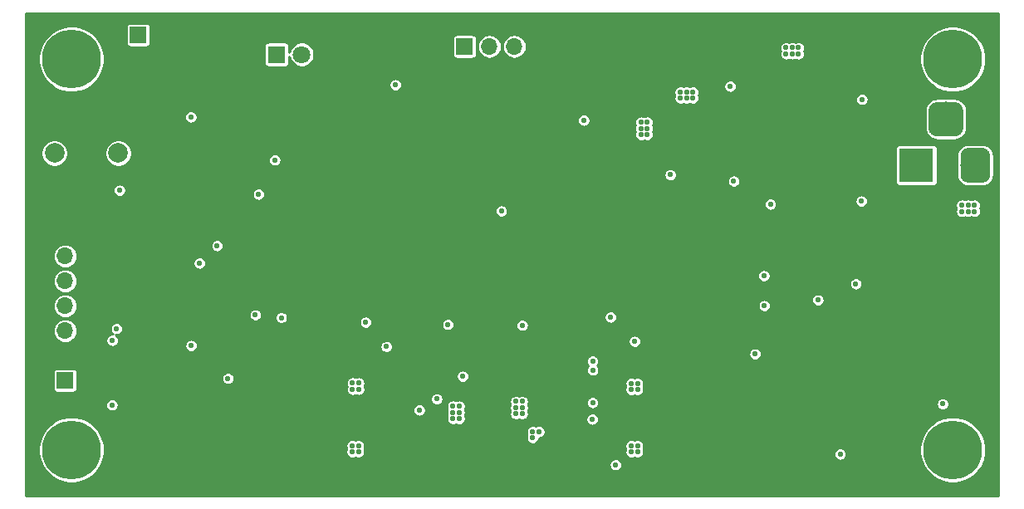
<source format=gbr>
G04 #@! TF.GenerationSoftware,KiCad,Pcbnew,(5.1.4)-1*
G04 #@! TF.CreationDate,2019-10-07T12:46:13-05:00*
G04 #@! TF.ProjectId,nightlight,6e696768-746c-4696-9768-742e6b696361,rev?*
G04 #@! TF.SameCoordinates,Original*
G04 #@! TF.FileFunction,Copper,L2,Inr*
G04 #@! TF.FilePolarity,Positive*
%FSLAX46Y46*%
G04 Gerber Fmt 4.6, Leading zero omitted, Abs format (unit mm)*
G04 Created by KiCad (PCBNEW (5.1.4)-1) date 2019-10-07 12:46:13*
%MOMM*%
%LPD*%
G04 APERTURE LIST*
%ADD10R,1.700000X1.700000*%
%ADD11O,1.700000X1.700000*%
%ADD12C,6.000000*%
%ADD13R,3.500000X3.500000*%
%ADD14C,0.100000*%
%ADD15C,3.000000*%
%ADD16C,3.500000*%
%ADD17R,1.800000X1.800000*%
%ADD18C,1.800000*%
%ADD19C,2.000000*%
%ADD20C,0.558800*%
%ADD21C,0.254000*%
G04 APERTURE END LIST*
D10*
X130175000Y-76530200D03*
D11*
X132715000Y-76530200D03*
X135255000Y-76530200D03*
D10*
X96926400Y-75361800D03*
D12*
X90119200Y-117652800D03*
X90119200Y-77812800D03*
X179959200Y-77812800D03*
X179959200Y-117652800D03*
D11*
X89468499Y-97887801D03*
X89468499Y-100427801D03*
X89468499Y-102967801D03*
X89468499Y-105507801D03*
X89468499Y-108047801D03*
D10*
X89468499Y-110587801D03*
D13*
X176257700Y-88633300D03*
D14*
G36*
X183081213Y-86886911D02*
G01*
X183154018Y-86897711D01*
X183225414Y-86915595D01*
X183294713Y-86940390D01*
X183361248Y-86971859D01*
X183424378Y-87009698D01*
X183483495Y-87053542D01*
X183538030Y-87102970D01*
X183587458Y-87157505D01*
X183631302Y-87216622D01*
X183669141Y-87279752D01*
X183700610Y-87346287D01*
X183725405Y-87415586D01*
X183743289Y-87486982D01*
X183754089Y-87559787D01*
X183757700Y-87633300D01*
X183757700Y-89633300D01*
X183754089Y-89706813D01*
X183743289Y-89779618D01*
X183725405Y-89851014D01*
X183700610Y-89920313D01*
X183669141Y-89986848D01*
X183631302Y-90049978D01*
X183587458Y-90109095D01*
X183538030Y-90163630D01*
X183483495Y-90213058D01*
X183424378Y-90256902D01*
X183361248Y-90294741D01*
X183294713Y-90326210D01*
X183225414Y-90351005D01*
X183154018Y-90368889D01*
X183081213Y-90379689D01*
X183007700Y-90383300D01*
X181507700Y-90383300D01*
X181434187Y-90379689D01*
X181361382Y-90368889D01*
X181289986Y-90351005D01*
X181220687Y-90326210D01*
X181154152Y-90294741D01*
X181091022Y-90256902D01*
X181031905Y-90213058D01*
X180977370Y-90163630D01*
X180927942Y-90109095D01*
X180884098Y-90049978D01*
X180846259Y-89986848D01*
X180814790Y-89920313D01*
X180789995Y-89851014D01*
X180772111Y-89779618D01*
X180761311Y-89706813D01*
X180757700Y-89633300D01*
X180757700Y-87633300D01*
X180761311Y-87559787D01*
X180772111Y-87486982D01*
X180789995Y-87415586D01*
X180814790Y-87346287D01*
X180846259Y-87279752D01*
X180884098Y-87216622D01*
X180927942Y-87157505D01*
X180977370Y-87102970D01*
X181031905Y-87053542D01*
X181091022Y-87009698D01*
X181154152Y-86971859D01*
X181220687Y-86940390D01*
X181289986Y-86915595D01*
X181361382Y-86897711D01*
X181434187Y-86886911D01*
X181507700Y-86883300D01*
X183007700Y-86883300D01*
X183081213Y-86886911D01*
X183081213Y-86886911D01*
G37*
D15*
X182257700Y-88633300D03*
D14*
G36*
X180218465Y-82187513D02*
G01*
X180303404Y-82200113D01*
X180386699Y-82220977D01*
X180467548Y-82249905D01*
X180545172Y-82286619D01*
X180618824Y-82330764D01*
X180687794Y-82381916D01*
X180751418Y-82439582D01*
X180809084Y-82503206D01*
X180860236Y-82572176D01*
X180904381Y-82645828D01*
X180941095Y-82723452D01*
X180970023Y-82804301D01*
X180990887Y-82887596D01*
X181003487Y-82972535D01*
X181007700Y-83058300D01*
X181007700Y-84808300D01*
X181003487Y-84894065D01*
X180990887Y-84979004D01*
X180970023Y-85062299D01*
X180941095Y-85143148D01*
X180904381Y-85220772D01*
X180860236Y-85294424D01*
X180809084Y-85363394D01*
X180751418Y-85427018D01*
X180687794Y-85484684D01*
X180618824Y-85535836D01*
X180545172Y-85579981D01*
X180467548Y-85616695D01*
X180386699Y-85645623D01*
X180303404Y-85666487D01*
X180218465Y-85679087D01*
X180132700Y-85683300D01*
X178382700Y-85683300D01*
X178296935Y-85679087D01*
X178211996Y-85666487D01*
X178128701Y-85645623D01*
X178047852Y-85616695D01*
X177970228Y-85579981D01*
X177896576Y-85535836D01*
X177827606Y-85484684D01*
X177763982Y-85427018D01*
X177706316Y-85363394D01*
X177655164Y-85294424D01*
X177611019Y-85220772D01*
X177574305Y-85143148D01*
X177545377Y-85062299D01*
X177524513Y-84979004D01*
X177511913Y-84894065D01*
X177507700Y-84808300D01*
X177507700Y-83058300D01*
X177511913Y-82972535D01*
X177524513Y-82887596D01*
X177545377Y-82804301D01*
X177574305Y-82723452D01*
X177611019Y-82645828D01*
X177655164Y-82572176D01*
X177706316Y-82503206D01*
X177763982Y-82439582D01*
X177827606Y-82381916D01*
X177896576Y-82330764D01*
X177970228Y-82286619D01*
X178047852Y-82249905D01*
X178128701Y-82220977D01*
X178211996Y-82200113D01*
X178296935Y-82187513D01*
X178382700Y-82183300D01*
X180132700Y-82183300D01*
X180218465Y-82187513D01*
X180218465Y-82187513D01*
G37*
D16*
X179257700Y-83933300D03*
D17*
X111048800Y-77343000D03*
D18*
X113588800Y-77343000D03*
D19*
X94894400Y-87405600D03*
X94894400Y-82905600D03*
X88394400Y-87405600D03*
X88394400Y-82905600D03*
D20*
X102285800Y-85457000D03*
X111506000Y-102426800D03*
X120116600Y-102909400D03*
X154482800Y-73812400D03*
X155117800Y-73812400D03*
X155752800Y-73812400D03*
X156387800Y-73812400D03*
X157022800Y-73812400D03*
X157657800Y-73812400D03*
X158292800Y-73812400D03*
X158927800Y-73812400D03*
X154482800Y-74447400D03*
X155117800Y-74447400D03*
X155752800Y-74447400D03*
X156387800Y-74447400D03*
X157022800Y-74447400D03*
X157657800Y-74447400D03*
X158292800Y-74447400D03*
X158927800Y-74447400D03*
X154482800Y-75082400D03*
X155117800Y-75082400D03*
X155752800Y-75082400D03*
X156387800Y-75082400D03*
X157022800Y-75082400D03*
X157657800Y-75082400D03*
X158292800Y-75082400D03*
X158927800Y-75082400D03*
X154482800Y-75717400D03*
X155117800Y-75717400D03*
X155752800Y-75717400D03*
X156387800Y-75717400D03*
X157022800Y-75717400D03*
X157657800Y-75717400D03*
X158292800Y-75717400D03*
X158927800Y-75717400D03*
X154482800Y-76352400D03*
X155117800Y-76352400D03*
X155752800Y-76352400D03*
X156387800Y-76352400D03*
X157022800Y-76352400D03*
X157657800Y-76352400D03*
X158292800Y-76352400D03*
X158927800Y-76352400D03*
X131953000Y-113969800D03*
X132588000Y-113969800D03*
X132588000Y-114604800D03*
X131953000Y-113334800D03*
X131953000Y-114604800D03*
X132588000Y-113334800D03*
X130632200Y-119380000D03*
X129997200Y-119380000D03*
X131267200Y-119380000D03*
X92481400Y-107670600D03*
X94259400Y-111328200D03*
X168478200Y-119848600D03*
X136067800Y-103201500D03*
X128498600Y-103112600D03*
X147602000Y-88823800D03*
X145084800Y-102376000D03*
X154940000Y-102933500D03*
X174929800Y-75768200D03*
X105906600Y-78663800D03*
X123139200Y-78677800D03*
X98261200Y-97637600D03*
X148183600Y-84251800D03*
X148818600Y-84251800D03*
X148183600Y-84886800D03*
X148818600Y-84886800D03*
X148183600Y-85521800D03*
X148818600Y-85521800D03*
X136067800Y-112725200D03*
X135432800Y-113360200D03*
X135432800Y-113995200D03*
X136067800Y-113995200D03*
X136067800Y-113360200D03*
X135432800Y-112725200D03*
X102285800Y-83707000D03*
X95021400Y-91188600D03*
X111506000Y-104176800D03*
X120116600Y-104659400D03*
X152196800Y-81178400D03*
X152831800Y-81813400D03*
X153466800Y-81813400D03*
X153466800Y-81178400D03*
X152831800Y-81178400D03*
X152196800Y-81813400D03*
X157276800Y-80577800D03*
X164236400Y-76657200D03*
X162966400Y-76657200D03*
X163601400Y-77292200D03*
X163601400Y-76657200D03*
X164236400Y-77292200D03*
X162966400Y-77292200D03*
X182168800Y-93345000D03*
X180898800Y-93345000D03*
X180898800Y-92710000D03*
X181533800Y-92710000D03*
X182168800Y-92710000D03*
X181533800Y-93345000D03*
X129006600Y-113842800D03*
X129641600Y-113842800D03*
X129641600Y-114477800D03*
X129006600Y-113207800D03*
X129006600Y-114477800D03*
X129641600Y-113207800D03*
X137134600Y-115798600D03*
X137769600Y-115798600D03*
X137134600Y-116433600D03*
X106072200Y-110363000D03*
X143216600Y-114528600D03*
X123139200Y-80427800D03*
X168478200Y-118098600D03*
X136067800Y-104951500D03*
X128498600Y-104862600D03*
X151169400Y-89611200D03*
X145084800Y-104126000D03*
X125577600Y-113614200D03*
X129999800Y-110159800D03*
X143242000Y-108610400D03*
X160705800Y-99910900D03*
X159794000Y-107886500D03*
X170078400Y-100723700D03*
X110845600Y-88101200D03*
X94259400Y-113078200D03*
X142341600Y-84048600D03*
X160756600Y-102971600D03*
X161366200Y-92608400D03*
X157632400Y-90271600D03*
X147193000Y-117246400D03*
X147828000Y-117246400D03*
X147828000Y-117881400D03*
X147193000Y-117881400D03*
X147193000Y-110871000D03*
X147193000Y-111506000D03*
X147828000Y-110871000D03*
X147828000Y-111506000D03*
X143256000Y-109524800D03*
X145592800Y-119176800D03*
X109194600Y-91592400D03*
X102311200Y-107035600D03*
X118745000Y-117221000D03*
X118745000Y-117856000D03*
X119380000Y-117221000D03*
X119380000Y-117856000D03*
X118770400Y-111480600D03*
X119405400Y-110845600D03*
X118770400Y-110845600D03*
X119405400Y-111480600D03*
X178943000Y-112979200D03*
X94284800Y-106502200D03*
X143242000Y-112852200D03*
X94716600Y-105283000D03*
X127355600Y-112471200D03*
X166217600Y-102387400D03*
X170637200Y-92303600D03*
X170713400Y-81915000D03*
X103174800Y-98628200D03*
X104965500Y-96837500D03*
X133934200Y-93319600D03*
X147534600Y-106603800D03*
X108864400Y-103911400D03*
X122224800Y-107137200D03*
D21*
G36*
X184633200Y-122326800D02*
G01*
X85445200Y-122326800D01*
X85445200Y-117319801D01*
X86738200Y-117319801D01*
X86738200Y-117985799D01*
X86868130Y-118639001D01*
X87122997Y-119254304D01*
X87493006Y-119808062D01*
X87963938Y-120278994D01*
X88517696Y-120649003D01*
X89132999Y-120903870D01*
X89786201Y-121033800D01*
X90452199Y-121033800D01*
X91105401Y-120903870D01*
X91720704Y-120649003D01*
X92274462Y-120278994D01*
X92745394Y-119808062D01*
X93115403Y-119254304D01*
X93174448Y-119111756D01*
X144932400Y-119111756D01*
X144932400Y-119241844D01*
X144957779Y-119369431D01*
X145007561Y-119489617D01*
X145079834Y-119597780D01*
X145171820Y-119689766D01*
X145279983Y-119762039D01*
X145400169Y-119811821D01*
X145527756Y-119837200D01*
X145657844Y-119837200D01*
X145785431Y-119811821D01*
X145905617Y-119762039D01*
X146013780Y-119689766D01*
X146105766Y-119597780D01*
X146178039Y-119489617D01*
X146227821Y-119369431D01*
X146253200Y-119241844D01*
X146253200Y-119111756D01*
X146227821Y-118984169D01*
X146178039Y-118863983D01*
X146105766Y-118755820D01*
X146013780Y-118663834D01*
X145905617Y-118591561D01*
X145785431Y-118541779D01*
X145657844Y-118516400D01*
X145527756Y-118516400D01*
X145400169Y-118541779D01*
X145279983Y-118591561D01*
X145171820Y-118663834D01*
X145079834Y-118755820D01*
X145007561Y-118863983D01*
X144957779Y-118984169D01*
X144932400Y-119111756D01*
X93174448Y-119111756D01*
X93370270Y-118639001D01*
X93500200Y-117985799D01*
X93500200Y-117319801D01*
X93467610Y-117155956D01*
X118084600Y-117155956D01*
X118084600Y-117286044D01*
X118109979Y-117413631D01*
X118159761Y-117533817D01*
X118162890Y-117538500D01*
X118159761Y-117543183D01*
X118109979Y-117663369D01*
X118084600Y-117790956D01*
X118084600Y-117921044D01*
X118109979Y-118048631D01*
X118159761Y-118168817D01*
X118232034Y-118276980D01*
X118324020Y-118368966D01*
X118432183Y-118441239D01*
X118552369Y-118491021D01*
X118679956Y-118516400D01*
X118810044Y-118516400D01*
X118937631Y-118491021D01*
X119057817Y-118441239D01*
X119062500Y-118438110D01*
X119067183Y-118441239D01*
X119187369Y-118491021D01*
X119314956Y-118516400D01*
X119445044Y-118516400D01*
X119572631Y-118491021D01*
X119692817Y-118441239D01*
X119800980Y-118368966D01*
X119892966Y-118276980D01*
X119965239Y-118168817D01*
X120015021Y-118048631D01*
X120040400Y-117921044D01*
X120040400Y-117790956D01*
X120015021Y-117663369D01*
X119965239Y-117543183D01*
X119962110Y-117538500D01*
X119965239Y-117533817D01*
X120015021Y-117413631D01*
X120040400Y-117286044D01*
X120040400Y-117181356D01*
X146532600Y-117181356D01*
X146532600Y-117311444D01*
X146557979Y-117439031D01*
X146607761Y-117559217D01*
X146610890Y-117563900D01*
X146607761Y-117568583D01*
X146557979Y-117688769D01*
X146532600Y-117816356D01*
X146532600Y-117946444D01*
X146557979Y-118074031D01*
X146607761Y-118194217D01*
X146680034Y-118302380D01*
X146772020Y-118394366D01*
X146880183Y-118466639D01*
X147000369Y-118516421D01*
X147127956Y-118541800D01*
X147258044Y-118541800D01*
X147385631Y-118516421D01*
X147505817Y-118466639D01*
X147510500Y-118463510D01*
X147515183Y-118466639D01*
X147635369Y-118516421D01*
X147762956Y-118541800D01*
X147893044Y-118541800D01*
X148020631Y-118516421D01*
X148140817Y-118466639D01*
X148248980Y-118394366D01*
X148340966Y-118302380D01*
X148413239Y-118194217D01*
X148463021Y-118074031D01*
X148471072Y-118033556D01*
X167817800Y-118033556D01*
X167817800Y-118163644D01*
X167843179Y-118291231D01*
X167892961Y-118411417D01*
X167965234Y-118519580D01*
X168057220Y-118611566D01*
X168165383Y-118683839D01*
X168285569Y-118733621D01*
X168413156Y-118759000D01*
X168543244Y-118759000D01*
X168670831Y-118733621D01*
X168791017Y-118683839D01*
X168899180Y-118611566D01*
X168991166Y-118519580D01*
X169063439Y-118411417D01*
X169113221Y-118291231D01*
X169138600Y-118163644D01*
X169138600Y-118033556D01*
X169113221Y-117905969D01*
X169063439Y-117785783D01*
X168991166Y-117677620D01*
X168899180Y-117585634D01*
X168791017Y-117513361D01*
X168670831Y-117463579D01*
X168543244Y-117438200D01*
X168413156Y-117438200D01*
X168285569Y-117463579D01*
X168165383Y-117513361D01*
X168057220Y-117585634D01*
X167965234Y-117677620D01*
X167892961Y-117785783D01*
X167843179Y-117905969D01*
X167817800Y-118033556D01*
X148471072Y-118033556D01*
X148488400Y-117946444D01*
X148488400Y-117816356D01*
X148463021Y-117688769D01*
X148413239Y-117568583D01*
X148410110Y-117563900D01*
X148413239Y-117559217D01*
X148463021Y-117439031D01*
X148486737Y-117319801D01*
X176578200Y-117319801D01*
X176578200Y-117985799D01*
X176708130Y-118639001D01*
X176962997Y-119254304D01*
X177333006Y-119808062D01*
X177803938Y-120278994D01*
X178357696Y-120649003D01*
X178972999Y-120903870D01*
X179626201Y-121033800D01*
X180292199Y-121033800D01*
X180945401Y-120903870D01*
X181560704Y-120649003D01*
X182114462Y-120278994D01*
X182585394Y-119808062D01*
X182955403Y-119254304D01*
X183210270Y-118639001D01*
X183340200Y-117985799D01*
X183340200Y-117319801D01*
X183210270Y-116666599D01*
X182955403Y-116051296D01*
X182585394Y-115497538D01*
X182114462Y-115026606D01*
X181560704Y-114656597D01*
X180945401Y-114401730D01*
X180292199Y-114271800D01*
X179626201Y-114271800D01*
X178972999Y-114401730D01*
X178357696Y-114656597D01*
X177803938Y-115026606D01*
X177333006Y-115497538D01*
X176962997Y-116051296D01*
X176708130Y-116666599D01*
X176578200Y-117319801D01*
X148486737Y-117319801D01*
X148488400Y-117311444D01*
X148488400Y-117181356D01*
X148463021Y-117053769D01*
X148413239Y-116933583D01*
X148340966Y-116825420D01*
X148248980Y-116733434D01*
X148140817Y-116661161D01*
X148020631Y-116611379D01*
X147893044Y-116586000D01*
X147762956Y-116586000D01*
X147635369Y-116611379D01*
X147515183Y-116661161D01*
X147510500Y-116664290D01*
X147505817Y-116661161D01*
X147385631Y-116611379D01*
X147258044Y-116586000D01*
X147127956Y-116586000D01*
X147000369Y-116611379D01*
X146880183Y-116661161D01*
X146772020Y-116733434D01*
X146680034Y-116825420D01*
X146607761Y-116933583D01*
X146557979Y-117053769D01*
X146532600Y-117181356D01*
X120040400Y-117181356D01*
X120040400Y-117155956D01*
X120015021Y-117028369D01*
X119965239Y-116908183D01*
X119892966Y-116800020D01*
X119800980Y-116708034D01*
X119692817Y-116635761D01*
X119572631Y-116585979D01*
X119445044Y-116560600D01*
X119314956Y-116560600D01*
X119187369Y-116585979D01*
X119067183Y-116635761D01*
X119062500Y-116638890D01*
X119057817Y-116635761D01*
X118937631Y-116585979D01*
X118810044Y-116560600D01*
X118679956Y-116560600D01*
X118552369Y-116585979D01*
X118432183Y-116635761D01*
X118324020Y-116708034D01*
X118232034Y-116800020D01*
X118159761Y-116908183D01*
X118109979Y-117028369D01*
X118084600Y-117155956D01*
X93467610Y-117155956D01*
X93370270Y-116666599D01*
X93115403Y-116051296D01*
X92903097Y-115733556D01*
X136474200Y-115733556D01*
X136474200Y-115863644D01*
X136499579Y-115991231D01*
X136549361Y-116111417D01*
X136552490Y-116116100D01*
X136549361Y-116120783D01*
X136499579Y-116240969D01*
X136474200Y-116368556D01*
X136474200Y-116498644D01*
X136499579Y-116626231D01*
X136549361Y-116746417D01*
X136621634Y-116854580D01*
X136713620Y-116946566D01*
X136821783Y-117018839D01*
X136941969Y-117068621D01*
X137069556Y-117094000D01*
X137199644Y-117094000D01*
X137327231Y-117068621D01*
X137447417Y-117018839D01*
X137555580Y-116946566D01*
X137647566Y-116854580D01*
X137719839Y-116746417D01*
X137769621Y-116626231D01*
X137795000Y-116498644D01*
X137795000Y-116459000D01*
X137834644Y-116459000D01*
X137962231Y-116433621D01*
X138082417Y-116383839D01*
X138190580Y-116311566D01*
X138282566Y-116219580D01*
X138354839Y-116111417D01*
X138404621Y-115991231D01*
X138430000Y-115863644D01*
X138430000Y-115733556D01*
X138404621Y-115605969D01*
X138354839Y-115485783D01*
X138282566Y-115377620D01*
X138190580Y-115285634D01*
X138082417Y-115213361D01*
X137962231Y-115163579D01*
X137834644Y-115138200D01*
X137704556Y-115138200D01*
X137576969Y-115163579D01*
X137456783Y-115213361D01*
X137452100Y-115216490D01*
X137447417Y-115213361D01*
X137327231Y-115163579D01*
X137199644Y-115138200D01*
X137069556Y-115138200D01*
X136941969Y-115163579D01*
X136821783Y-115213361D01*
X136713620Y-115285634D01*
X136621634Y-115377620D01*
X136549361Y-115485783D01*
X136499579Y-115605969D01*
X136474200Y-115733556D01*
X92903097Y-115733556D01*
X92745394Y-115497538D01*
X92274462Y-115026606D01*
X91720704Y-114656597D01*
X91105401Y-114401730D01*
X90452199Y-114271800D01*
X89786201Y-114271800D01*
X89132999Y-114401730D01*
X88517696Y-114656597D01*
X87963938Y-115026606D01*
X87493006Y-115497538D01*
X87122997Y-116051296D01*
X86868130Y-116666599D01*
X86738200Y-117319801D01*
X85445200Y-117319801D01*
X85445200Y-113013156D01*
X93599000Y-113013156D01*
X93599000Y-113143244D01*
X93624379Y-113270831D01*
X93674161Y-113391017D01*
X93746434Y-113499180D01*
X93838420Y-113591166D01*
X93946583Y-113663439D01*
X94066769Y-113713221D01*
X94194356Y-113738600D01*
X94324444Y-113738600D01*
X94452031Y-113713221D01*
X94572217Y-113663439D01*
X94680380Y-113591166D01*
X94722390Y-113549156D01*
X124917200Y-113549156D01*
X124917200Y-113679244D01*
X124942579Y-113806831D01*
X124992361Y-113927017D01*
X125064634Y-114035180D01*
X125156620Y-114127166D01*
X125264783Y-114199439D01*
X125384969Y-114249221D01*
X125512556Y-114274600D01*
X125642644Y-114274600D01*
X125770231Y-114249221D01*
X125890417Y-114199439D01*
X125998580Y-114127166D01*
X126090566Y-114035180D01*
X126162839Y-113927017D01*
X126212621Y-113806831D01*
X126238000Y-113679244D01*
X126238000Y-113549156D01*
X126212621Y-113421569D01*
X126162839Y-113301383D01*
X126090566Y-113193220D01*
X126040102Y-113142756D01*
X128346200Y-113142756D01*
X128346200Y-113272844D01*
X128371579Y-113400431D01*
X128421361Y-113520617D01*
X128424490Y-113525300D01*
X128421361Y-113529983D01*
X128371579Y-113650169D01*
X128346200Y-113777756D01*
X128346200Y-113907844D01*
X128371579Y-114035431D01*
X128421361Y-114155617D01*
X128424490Y-114160300D01*
X128421361Y-114164983D01*
X128371579Y-114285169D01*
X128346200Y-114412756D01*
X128346200Y-114542844D01*
X128371579Y-114670431D01*
X128421361Y-114790617D01*
X128493634Y-114898780D01*
X128585620Y-114990766D01*
X128693783Y-115063039D01*
X128813969Y-115112821D01*
X128941556Y-115138200D01*
X129071644Y-115138200D01*
X129199231Y-115112821D01*
X129319417Y-115063039D01*
X129324100Y-115059910D01*
X129328783Y-115063039D01*
X129448969Y-115112821D01*
X129576556Y-115138200D01*
X129706644Y-115138200D01*
X129834231Y-115112821D01*
X129954417Y-115063039D01*
X130062580Y-114990766D01*
X130154566Y-114898780D01*
X130226839Y-114790617D01*
X130276621Y-114670431D01*
X130302000Y-114542844D01*
X130302000Y-114412756D01*
X130276621Y-114285169D01*
X130226839Y-114164983D01*
X130223710Y-114160300D01*
X130226839Y-114155617D01*
X130276621Y-114035431D01*
X130302000Y-113907844D01*
X130302000Y-113777756D01*
X130276621Y-113650169D01*
X130226839Y-113529983D01*
X130223710Y-113525300D01*
X130226839Y-113520617D01*
X130276621Y-113400431D01*
X130302000Y-113272844D01*
X130302000Y-113142756D01*
X130276621Y-113015169D01*
X130226839Y-112894983D01*
X130154566Y-112786820D01*
X130062580Y-112694834D01*
X130010682Y-112660156D01*
X134772400Y-112660156D01*
X134772400Y-112790244D01*
X134797779Y-112917831D01*
X134847561Y-113038017D01*
X134850690Y-113042700D01*
X134847561Y-113047383D01*
X134797779Y-113167569D01*
X134772400Y-113295156D01*
X134772400Y-113425244D01*
X134797779Y-113552831D01*
X134847561Y-113673017D01*
X134850690Y-113677700D01*
X134847561Y-113682383D01*
X134797779Y-113802569D01*
X134772400Y-113930156D01*
X134772400Y-114060244D01*
X134797779Y-114187831D01*
X134847561Y-114308017D01*
X134919834Y-114416180D01*
X135011820Y-114508166D01*
X135119983Y-114580439D01*
X135240169Y-114630221D01*
X135367756Y-114655600D01*
X135497844Y-114655600D01*
X135625431Y-114630221D01*
X135745617Y-114580439D01*
X135750300Y-114577310D01*
X135754983Y-114580439D01*
X135875169Y-114630221D01*
X136002756Y-114655600D01*
X136132844Y-114655600D01*
X136260431Y-114630221D01*
X136380617Y-114580439D01*
X136488780Y-114508166D01*
X136533390Y-114463556D01*
X142556200Y-114463556D01*
X142556200Y-114593644D01*
X142581579Y-114721231D01*
X142631361Y-114841417D01*
X142703634Y-114949580D01*
X142795620Y-115041566D01*
X142903783Y-115113839D01*
X143023969Y-115163621D01*
X143151556Y-115189000D01*
X143281644Y-115189000D01*
X143409231Y-115163621D01*
X143529417Y-115113839D01*
X143637580Y-115041566D01*
X143729566Y-114949580D01*
X143801839Y-114841417D01*
X143851621Y-114721231D01*
X143877000Y-114593644D01*
X143877000Y-114463556D01*
X143851621Y-114335969D01*
X143801839Y-114215783D01*
X143729566Y-114107620D01*
X143637580Y-114015634D01*
X143529417Y-113943361D01*
X143409231Y-113893579D01*
X143281644Y-113868200D01*
X143151556Y-113868200D01*
X143023969Y-113893579D01*
X142903783Y-113943361D01*
X142795620Y-114015634D01*
X142703634Y-114107620D01*
X142631361Y-114215783D01*
X142581579Y-114335969D01*
X142556200Y-114463556D01*
X136533390Y-114463556D01*
X136580766Y-114416180D01*
X136653039Y-114308017D01*
X136702821Y-114187831D01*
X136728200Y-114060244D01*
X136728200Y-113930156D01*
X136702821Y-113802569D01*
X136653039Y-113682383D01*
X136649910Y-113677700D01*
X136653039Y-113673017D01*
X136702821Y-113552831D01*
X136728200Y-113425244D01*
X136728200Y-113295156D01*
X136702821Y-113167569D01*
X136653039Y-113047383D01*
X136649910Y-113042700D01*
X136653039Y-113038017D01*
X136702821Y-112917831D01*
X136728200Y-112790244D01*
X136728200Y-112787156D01*
X142581600Y-112787156D01*
X142581600Y-112917244D01*
X142606979Y-113044831D01*
X142656761Y-113165017D01*
X142729034Y-113273180D01*
X142821020Y-113365166D01*
X142929183Y-113437439D01*
X143049369Y-113487221D01*
X143176956Y-113512600D01*
X143307044Y-113512600D01*
X143434631Y-113487221D01*
X143554817Y-113437439D01*
X143662980Y-113365166D01*
X143754966Y-113273180D01*
X143827239Y-113165017D01*
X143877021Y-113044831D01*
X143902400Y-112917244D01*
X143902400Y-112914156D01*
X178282600Y-112914156D01*
X178282600Y-113044244D01*
X178307979Y-113171831D01*
X178357761Y-113292017D01*
X178430034Y-113400180D01*
X178522020Y-113492166D01*
X178630183Y-113564439D01*
X178750369Y-113614221D01*
X178877956Y-113639600D01*
X179008044Y-113639600D01*
X179135631Y-113614221D01*
X179255817Y-113564439D01*
X179363980Y-113492166D01*
X179455966Y-113400180D01*
X179528239Y-113292017D01*
X179578021Y-113171831D01*
X179603400Y-113044244D01*
X179603400Y-112914156D01*
X179578021Y-112786569D01*
X179528239Y-112666383D01*
X179455966Y-112558220D01*
X179363980Y-112466234D01*
X179255817Y-112393961D01*
X179135631Y-112344179D01*
X179008044Y-112318800D01*
X178877956Y-112318800D01*
X178750369Y-112344179D01*
X178630183Y-112393961D01*
X178522020Y-112466234D01*
X178430034Y-112558220D01*
X178357761Y-112666383D01*
X178307979Y-112786569D01*
X178282600Y-112914156D01*
X143902400Y-112914156D01*
X143902400Y-112787156D01*
X143877021Y-112659569D01*
X143827239Y-112539383D01*
X143754966Y-112431220D01*
X143662980Y-112339234D01*
X143554817Y-112266961D01*
X143434631Y-112217179D01*
X143307044Y-112191800D01*
X143176956Y-112191800D01*
X143049369Y-112217179D01*
X142929183Y-112266961D01*
X142821020Y-112339234D01*
X142729034Y-112431220D01*
X142656761Y-112539383D01*
X142606979Y-112659569D01*
X142581600Y-112787156D01*
X136728200Y-112787156D01*
X136728200Y-112660156D01*
X136702821Y-112532569D01*
X136653039Y-112412383D01*
X136580766Y-112304220D01*
X136488780Y-112212234D01*
X136380617Y-112139961D01*
X136260431Y-112090179D01*
X136132844Y-112064800D01*
X136002756Y-112064800D01*
X135875169Y-112090179D01*
X135754983Y-112139961D01*
X135750300Y-112143090D01*
X135745617Y-112139961D01*
X135625431Y-112090179D01*
X135497844Y-112064800D01*
X135367756Y-112064800D01*
X135240169Y-112090179D01*
X135119983Y-112139961D01*
X135011820Y-112212234D01*
X134919834Y-112304220D01*
X134847561Y-112412383D01*
X134797779Y-112532569D01*
X134772400Y-112660156D01*
X130010682Y-112660156D01*
X129954417Y-112622561D01*
X129834231Y-112572779D01*
X129706644Y-112547400D01*
X129576556Y-112547400D01*
X129448969Y-112572779D01*
X129328783Y-112622561D01*
X129324100Y-112625690D01*
X129319417Y-112622561D01*
X129199231Y-112572779D01*
X129071644Y-112547400D01*
X128941556Y-112547400D01*
X128813969Y-112572779D01*
X128693783Y-112622561D01*
X128585620Y-112694834D01*
X128493634Y-112786820D01*
X128421361Y-112894983D01*
X128371579Y-113015169D01*
X128346200Y-113142756D01*
X126040102Y-113142756D01*
X125998580Y-113101234D01*
X125890417Y-113028961D01*
X125770231Y-112979179D01*
X125642644Y-112953800D01*
X125512556Y-112953800D01*
X125384969Y-112979179D01*
X125264783Y-113028961D01*
X125156620Y-113101234D01*
X125064634Y-113193220D01*
X124992361Y-113301383D01*
X124942579Y-113421569D01*
X124917200Y-113549156D01*
X94722390Y-113549156D01*
X94772366Y-113499180D01*
X94844639Y-113391017D01*
X94894421Y-113270831D01*
X94919800Y-113143244D01*
X94919800Y-113013156D01*
X94894421Y-112885569D01*
X94844639Y-112765383D01*
X94772366Y-112657220D01*
X94680380Y-112565234D01*
X94572217Y-112492961D01*
X94452031Y-112443179D01*
X94324444Y-112417800D01*
X94194356Y-112417800D01*
X94066769Y-112443179D01*
X93946583Y-112492961D01*
X93838420Y-112565234D01*
X93746434Y-112657220D01*
X93674161Y-112765383D01*
X93624379Y-112885569D01*
X93599000Y-113013156D01*
X85445200Y-113013156D01*
X85445200Y-112406156D01*
X126695200Y-112406156D01*
X126695200Y-112536244D01*
X126720579Y-112663831D01*
X126770361Y-112784017D01*
X126842634Y-112892180D01*
X126934620Y-112984166D01*
X127042783Y-113056439D01*
X127162969Y-113106221D01*
X127290556Y-113131600D01*
X127420644Y-113131600D01*
X127548231Y-113106221D01*
X127668417Y-113056439D01*
X127776580Y-112984166D01*
X127868566Y-112892180D01*
X127940839Y-112784017D01*
X127990621Y-112663831D01*
X128016000Y-112536244D01*
X128016000Y-112406156D01*
X127990621Y-112278569D01*
X127940839Y-112158383D01*
X127868566Y-112050220D01*
X127776580Y-111958234D01*
X127668417Y-111885961D01*
X127548231Y-111836179D01*
X127420644Y-111810800D01*
X127290556Y-111810800D01*
X127162969Y-111836179D01*
X127042783Y-111885961D01*
X126934620Y-111958234D01*
X126842634Y-112050220D01*
X126770361Y-112158383D01*
X126720579Y-112278569D01*
X126695200Y-112406156D01*
X85445200Y-112406156D01*
X85445200Y-109737801D01*
X88235656Y-109737801D01*
X88235656Y-111437801D01*
X88243012Y-111512490D01*
X88264798Y-111584309D01*
X88300177Y-111650497D01*
X88347788Y-111708512D01*
X88405803Y-111756123D01*
X88471991Y-111791502D01*
X88543810Y-111813288D01*
X88618499Y-111820644D01*
X90318499Y-111820644D01*
X90393188Y-111813288D01*
X90465007Y-111791502D01*
X90531195Y-111756123D01*
X90589210Y-111708512D01*
X90636821Y-111650497D01*
X90672200Y-111584309D01*
X90693986Y-111512490D01*
X90701342Y-111437801D01*
X90701342Y-110297956D01*
X105411800Y-110297956D01*
X105411800Y-110428044D01*
X105437179Y-110555631D01*
X105486961Y-110675817D01*
X105559234Y-110783980D01*
X105651220Y-110875966D01*
X105759383Y-110948239D01*
X105879569Y-110998021D01*
X106007156Y-111023400D01*
X106137244Y-111023400D01*
X106264831Y-110998021D01*
X106385017Y-110948239D01*
X106493180Y-110875966D01*
X106585166Y-110783980D01*
X106587453Y-110780556D01*
X118110000Y-110780556D01*
X118110000Y-110910644D01*
X118135379Y-111038231D01*
X118185161Y-111158417D01*
X118188290Y-111163100D01*
X118185161Y-111167783D01*
X118135379Y-111287969D01*
X118110000Y-111415556D01*
X118110000Y-111545644D01*
X118135379Y-111673231D01*
X118185161Y-111793417D01*
X118257434Y-111901580D01*
X118349420Y-111993566D01*
X118457583Y-112065839D01*
X118577769Y-112115621D01*
X118705356Y-112141000D01*
X118835444Y-112141000D01*
X118963031Y-112115621D01*
X119083217Y-112065839D01*
X119087900Y-112062710D01*
X119092583Y-112065839D01*
X119212769Y-112115621D01*
X119340356Y-112141000D01*
X119470444Y-112141000D01*
X119598031Y-112115621D01*
X119718217Y-112065839D01*
X119826380Y-111993566D01*
X119918366Y-111901580D01*
X119990639Y-111793417D01*
X120040421Y-111673231D01*
X120065800Y-111545644D01*
X120065800Y-111415556D01*
X120040421Y-111287969D01*
X119990639Y-111167783D01*
X119987510Y-111163100D01*
X119990639Y-111158417D01*
X120040421Y-111038231D01*
X120065800Y-110910644D01*
X120065800Y-110780556D01*
X120040421Y-110652969D01*
X119990639Y-110532783D01*
X119918366Y-110424620D01*
X119826380Y-110332634D01*
X119718217Y-110260361D01*
X119598031Y-110210579D01*
X119470444Y-110185200D01*
X119340356Y-110185200D01*
X119212769Y-110210579D01*
X119092583Y-110260361D01*
X119087900Y-110263490D01*
X119083217Y-110260361D01*
X118963031Y-110210579D01*
X118835444Y-110185200D01*
X118705356Y-110185200D01*
X118577769Y-110210579D01*
X118457583Y-110260361D01*
X118349420Y-110332634D01*
X118257434Y-110424620D01*
X118185161Y-110532783D01*
X118135379Y-110652969D01*
X118110000Y-110780556D01*
X106587453Y-110780556D01*
X106657439Y-110675817D01*
X106707221Y-110555631D01*
X106732600Y-110428044D01*
X106732600Y-110297956D01*
X106707221Y-110170369D01*
X106675902Y-110094756D01*
X129339400Y-110094756D01*
X129339400Y-110224844D01*
X129364779Y-110352431D01*
X129414561Y-110472617D01*
X129486834Y-110580780D01*
X129578820Y-110672766D01*
X129686983Y-110745039D01*
X129807169Y-110794821D01*
X129934756Y-110820200D01*
X130064844Y-110820200D01*
X130136452Y-110805956D01*
X146532600Y-110805956D01*
X146532600Y-110936044D01*
X146557979Y-111063631D01*
X146607761Y-111183817D01*
X146610890Y-111188500D01*
X146607761Y-111193183D01*
X146557979Y-111313369D01*
X146532600Y-111440956D01*
X146532600Y-111571044D01*
X146557979Y-111698631D01*
X146607761Y-111818817D01*
X146680034Y-111926980D01*
X146772020Y-112018966D01*
X146880183Y-112091239D01*
X147000369Y-112141021D01*
X147127956Y-112166400D01*
X147258044Y-112166400D01*
X147385631Y-112141021D01*
X147505817Y-112091239D01*
X147510500Y-112088110D01*
X147515183Y-112091239D01*
X147635369Y-112141021D01*
X147762956Y-112166400D01*
X147893044Y-112166400D01*
X148020631Y-112141021D01*
X148140817Y-112091239D01*
X148248980Y-112018966D01*
X148340966Y-111926980D01*
X148413239Y-111818817D01*
X148463021Y-111698631D01*
X148488400Y-111571044D01*
X148488400Y-111440956D01*
X148463021Y-111313369D01*
X148413239Y-111193183D01*
X148410110Y-111188500D01*
X148413239Y-111183817D01*
X148463021Y-111063631D01*
X148488400Y-110936044D01*
X148488400Y-110805956D01*
X148463021Y-110678369D01*
X148413239Y-110558183D01*
X148340966Y-110450020D01*
X148248980Y-110358034D01*
X148140817Y-110285761D01*
X148020631Y-110235979D01*
X147893044Y-110210600D01*
X147762956Y-110210600D01*
X147635369Y-110235979D01*
X147515183Y-110285761D01*
X147510500Y-110288890D01*
X147505817Y-110285761D01*
X147385631Y-110235979D01*
X147258044Y-110210600D01*
X147127956Y-110210600D01*
X147000369Y-110235979D01*
X146880183Y-110285761D01*
X146772020Y-110358034D01*
X146680034Y-110450020D01*
X146607761Y-110558183D01*
X146557979Y-110678369D01*
X146532600Y-110805956D01*
X130136452Y-110805956D01*
X130192431Y-110794821D01*
X130312617Y-110745039D01*
X130420780Y-110672766D01*
X130512766Y-110580780D01*
X130585039Y-110472617D01*
X130634821Y-110352431D01*
X130660200Y-110224844D01*
X130660200Y-110094756D01*
X130634821Y-109967169D01*
X130585039Y-109846983D01*
X130512766Y-109738820D01*
X130420780Y-109646834D01*
X130312617Y-109574561D01*
X130192431Y-109524779D01*
X130064844Y-109499400D01*
X129934756Y-109499400D01*
X129807169Y-109524779D01*
X129686983Y-109574561D01*
X129578820Y-109646834D01*
X129486834Y-109738820D01*
X129414561Y-109846983D01*
X129364779Y-109967169D01*
X129339400Y-110094756D01*
X106675902Y-110094756D01*
X106657439Y-110050183D01*
X106585166Y-109942020D01*
X106493180Y-109850034D01*
X106385017Y-109777761D01*
X106264831Y-109727979D01*
X106137244Y-109702600D01*
X106007156Y-109702600D01*
X105879569Y-109727979D01*
X105759383Y-109777761D01*
X105651220Y-109850034D01*
X105559234Y-109942020D01*
X105486961Y-110050183D01*
X105437179Y-110170369D01*
X105411800Y-110297956D01*
X90701342Y-110297956D01*
X90701342Y-109737801D01*
X90693986Y-109663112D01*
X90672200Y-109591293D01*
X90636821Y-109525105D01*
X90589210Y-109467090D01*
X90531195Y-109419479D01*
X90465007Y-109384100D01*
X90393188Y-109362314D01*
X90318499Y-109354958D01*
X88618499Y-109354958D01*
X88543810Y-109362314D01*
X88471991Y-109384100D01*
X88405803Y-109419479D01*
X88347788Y-109467090D01*
X88300177Y-109525105D01*
X88264798Y-109591293D01*
X88243012Y-109663112D01*
X88235656Y-109737801D01*
X85445200Y-109737801D01*
X85445200Y-108545356D01*
X142581600Y-108545356D01*
X142581600Y-108675444D01*
X142606979Y-108803031D01*
X142656761Y-108923217D01*
X142729034Y-109031380D01*
X142772254Y-109074600D01*
X142743034Y-109103820D01*
X142670761Y-109211983D01*
X142620979Y-109332169D01*
X142595600Y-109459756D01*
X142595600Y-109589844D01*
X142620979Y-109717431D01*
X142670761Y-109837617D01*
X142743034Y-109945780D01*
X142835020Y-110037766D01*
X142943183Y-110110039D01*
X143063369Y-110159821D01*
X143190956Y-110185200D01*
X143321044Y-110185200D01*
X143448631Y-110159821D01*
X143568817Y-110110039D01*
X143676980Y-110037766D01*
X143768966Y-109945780D01*
X143841239Y-109837617D01*
X143891021Y-109717431D01*
X143916400Y-109589844D01*
X143916400Y-109459756D01*
X143891021Y-109332169D01*
X143841239Y-109211983D01*
X143768966Y-109103820D01*
X143725746Y-109060600D01*
X143754966Y-109031380D01*
X143827239Y-108923217D01*
X143877021Y-108803031D01*
X143902400Y-108675444D01*
X143902400Y-108545356D01*
X143877021Y-108417769D01*
X143827239Y-108297583D01*
X143754966Y-108189420D01*
X143662980Y-108097434D01*
X143554817Y-108025161D01*
X143434631Y-107975379D01*
X143307044Y-107950000D01*
X143176956Y-107950000D01*
X143049369Y-107975379D01*
X142929183Y-108025161D01*
X142821020Y-108097434D01*
X142729034Y-108189420D01*
X142656761Y-108297583D01*
X142606979Y-108417769D01*
X142581600Y-108545356D01*
X85445200Y-108545356D01*
X85445200Y-107821456D01*
X159133600Y-107821456D01*
X159133600Y-107951544D01*
X159158979Y-108079131D01*
X159208761Y-108199317D01*
X159281034Y-108307480D01*
X159373020Y-108399466D01*
X159481183Y-108471739D01*
X159601369Y-108521521D01*
X159728956Y-108546900D01*
X159859044Y-108546900D01*
X159986631Y-108521521D01*
X160106817Y-108471739D01*
X160214980Y-108399466D01*
X160306966Y-108307480D01*
X160379239Y-108199317D01*
X160429021Y-108079131D01*
X160454400Y-107951544D01*
X160454400Y-107821456D01*
X160429021Y-107693869D01*
X160379239Y-107573683D01*
X160306966Y-107465520D01*
X160214980Y-107373534D01*
X160106817Y-107301261D01*
X159986631Y-107251479D01*
X159859044Y-107226100D01*
X159728956Y-107226100D01*
X159601369Y-107251479D01*
X159481183Y-107301261D01*
X159373020Y-107373534D01*
X159281034Y-107465520D01*
X159208761Y-107573683D01*
X159158979Y-107693869D01*
X159133600Y-107821456D01*
X85445200Y-107821456D01*
X85445200Y-105507801D01*
X88231543Y-105507801D01*
X88255311Y-105749119D01*
X88325701Y-105981164D01*
X88440008Y-106195017D01*
X88593839Y-106382461D01*
X88781283Y-106536292D01*
X88995136Y-106650599D01*
X89227181Y-106720989D01*
X89408027Y-106738801D01*
X89528971Y-106738801D01*
X89709817Y-106720989D01*
X89941862Y-106650599D01*
X90155715Y-106536292D01*
X90276512Y-106437156D01*
X93624400Y-106437156D01*
X93624400Y-106567244D01*
X93649779Y-106694831D01*
X93699561Y-106815017D01*
X93771834Y-106923180D01*
X93863820Y-107015166D01*
X93971983Y-107087439D01*
X94092169Y-107137221D01*
X94219756Y-107162600D01*
X94349844Y-107162600D01*
X94477431Y-107137221D01*
X94597617Y-107087439D01*
X94705780Y-107015166D01*
X94750390Y-106970556D01*
X101650800Y-106970556D01*
X101650800Y-107100644D01*
X101676179Y-107228231D01*
X101725961Y-107348417D01*
X101798234Y-107456580D01*
X101890220Y-107548566D01*
X101998383Y-107620839D01*
X102118569Y-107670621D01*
X102246156Y-107696000D01*
X102376244Y-107696000D01*
X102503831Y-107670621D01*
X102624017Y-107620839D01*
X102732180Y-107548566D01*
X102824166Y-107456580D01*
X102896439Y-107348417D01*
X102946221Y-107228231D01*
X102971600Y-107100644D01*
X102971600Y-107072156D01*
X121564400Y-107072156D01*
X121564400Y-107202244D01*
X121589779Y-107329831D01*
X121639561Y-107450017D01*
X121711834Y-107558180D01*
X121803820Y-107650166D01*
X121911983Y-107722439D01*
X122032169Y-107772221D01*
X122159756Y-107797600D01*
X122289844Y-107797600D01*
X122417431Y-107772221D01*
X122537617Y-107722439D01*
X122645780Y-107650166D01*
X122737766Y-107558180D01*
X122810039Y-107450017D01*
X122859821Y-107329831D01*
X122885200Y-107202244D01*
X122885200Y-107072156D01*
X122859821Y-106944569D01*
X122810039Y-106824383D01*
X122737766Y-106716220D01*
X122645780Y-106624234D01*
X122537617Y-106551961D01*
X122505737Y-106538756D01*
X146874200Y-106538756D01*
X146874200Y-106668844D01*
X146899579Y-106796431D01*
X146949361Y-106916617D01*
X147021634Y-107024780D01*
X147113620Y-107116766D01*
X147221783Y-107189039D01*
X147341969Y-107238821D01*
X147469556Y-107264200D01*
X147599644Y-107264200D01*
X147727231Y-107238821D01*
X147847417Y-107189039D01*
X147955580Y-107116766D01*
X148047566Y-107024780D01*
X148119839Y-106916617D01*
X148169621Y-106796431D01*
X148195000Y-106668844D01*
X148195000Y-106538756D01*
X148169621Y-106411169D01*
X148119839Y-106290983D01*
X148047566Y-106182820D01*
X147955580Y-106090834D01*
X147847417Y-106018561D01*
X147727231Y-105968779D01*
X147599644Y-105943400D01*
X147469556Y-105943400D01*
X147341969Y-105968779D01*
X147221783Y-106018561D01*
X147113620Y-106090834D01*
X147021634Y-106182820D01*
X146949361Y-106290983D01*
X146899579Y-106411169D01*
X146874200Y-106538756D01*
X122505737Y-106538756D01*
X122417431Y-106502179D01*
X122289844Y-106476800D01*
X122159756Y-106476800D01*
X122032169Y-106502179D01*
X121911983Y-106551961D01*
X121803820Y-106624234D01*
X121711834Y-106716220D01*
X121639561Y-106824383D01*
X121589779Y-106944569D01*
X121564400Y-107072156D01*
X102971600Y-107072156D01*
X102971600Y-106970556D01*
X102946221Y-106842969D01*
X102896439Y-106722783D01*
X102824166Y-106614620D01*
X102732180Y-106522634D01*
X102624017Y-106450361D01*
X102503831Y-106400579D01*
X102376244Y-106375200D01*
X102246156Y-106375200D01*
X102118569Y-106400579D01*
X101998383Y-106450361D01*
X101890220Y-106522634D01*
X101798234Y-106614620D01*
X101725961Y-106722783D01*
X101676179Y-106842969D01*
X101650800Y-106970556D01*
X94750390Y-106970556D01*
X94797766Y-106923180D01*
X94870039Y-106815017D01*
X94919821Y-106694831D01*
X94945200Y-106567244D01*
X94945200Y-106437156D01*
X94919821Y-106309569D01*
X94870039Y-106189383D01*
X94797766Y-106081220D01*
X94705780Y-105989234D01*
X94631094Y-105939330D01*
X94651556Y-105943400D01*
X94781644Y-105943400D01*
X94909231Y-105918021D01*
X95029417Y-105868239D01*
X95137580Y-105795966D01*
X95229566Y-105703980D01*
X95301839Y-105595817D01*
X95351621Y-105475631D01*
X95377000Y-105348044D01*
X95377000Y-105217956D01*
X95351621Y-105090369D01*
X95301839Y-104970183D01*
X95229566Y-104862020D01*
X95137580Y-104770034D01*
X95029417Y-104697761D01*
X94909231Y-104647979D01*
X94781644Y-104622600D01*
X94651556Y-104622600D01*
X94523969Y-104647979D01*
X94403783Y-104697761D01*
X94295620Y-104770034D01*
X94203634Y-104862020D01*
X94131361Y-104970183D01*
X94081579Y-105090369D01*
X94056200Y-105217956D01*
X94056200Y-105348044D01*
X94081579Y-105475631D01*
X94131361Y-105595817D01*
X94203634Y-105703980D01*
X94295620Y-105795966D01*
X94370306Y-105845870D01*
X94349844Y-105841800D01*
X94219756Y-105841800D01*
X94092169Y-105867179D01*
X93971983Y-105916961D01*
X93863820Y-105989234D01*
X93771834Y-106081220D01*
X93699561Y-106189383D01*
X93649779Y-106309569D01*
X93624400Y-106437156D01*
X90276512Y-106437156D01*
X90343159Y-106382461D01*
X90496990Y-106195017D01*
X90611297Y-105981164D01*
X90681687Y-105749119D01*
X90705455Y-105507801D01*
X90681687Y-105266483D01*
X90611297Y-105034438D01*
X90496990Y-104820585D01*
X90343159Y-104633141D01*
X90155715Y-104479310D01*
X89941862Y-104365003D01*
X89709817Y-104294613D01*
X89528971Y-104276801D01*
X89408027Y-104276801D01*
X89227181Y-104294613D01*
X88995136Y-104365003D01*
X88781283Y-104479310D01*
X88593839Y-104633141D01*
X88440008Y-104820585D01*
X88325701Y-105034438D01*
X88255311Y-105266483D01*
X88231543Y-105507801D01*
X85445200Y-105507801D01*
X85445200Y-102967801D01*
X88231543Y-102967801D01*
X88255311Y-103209119D01*
X88325701Y-103441164D01*
X88440008Y-103655017D01*
X88593839Y-103842461D01*
X88781283Y-103996292D01*
X88995136Y-104110599D01*
X89227181Y-104180989D01*
X89408027Y-104198801D01*
X89528971Y-104198801D01*
X89709817Y-104180989D01*
X89941862Y-104110599D01*
X90155715Y-103996292D01*
X90338412Y-103846356D01*
X108204000Y-103846356D01*
X108204000Y-103976444D01*
X108229379Y-104104031D01*
X108279161Y-104224217D01*
X108351434Y-104332380D01*
X108443420Y-104424366D01*
X108551583Y-104496639D01*
X108671769Y-104546421D01*
X108799356Y-104571800D01*
X108929444Y-104571800D01*
X109057031Y-104546421D01*
X109177217Y-104496639D01*
X109285380Y-104424366D01*
X109377366Y-104332380D01*
X109449639Y-104224217D01*
X109496221Y-104111756D01*
X110845600Y-104111756D01*
X110845600Y-104241844D01*
X110870979Y-104369431D01*
X110920761Y-104489617D01*
X110993034Y-104597780D01*
X111085020Y-104689766D01*
X111193183Y-104762039D01*
X111313369Y-104811821D01*
X111440956Y-104837200D01*
X111571044Y-104837200D01*
X111698631Y-104811821D01*
X111818817Y-104762039D01*
X111926980Y-104689766D01*
X112018966Y-104597780D01*
X112021253Y-104594356D01*
X119456200Y-104594356D01*
X119456200Y-104724444D01*
X119481579Y-104852031D01*
X119531361Y-104972217D01*
X119603634Y-105080380D01*
X119695620Y-105172366D01*
X119803783Y-105244639D01*
X119923969Y-105294421D01*
X120051556Y-105319800D01*
X120181644Y-105319800D01*
X120309231Y-105294421D01*
X120429417Y-105244639D01*
X120537580Y-105172366D01*
X120629566Y-105080380D01*
X120701839Y-104972217D01*
X120751621Y-104852031D01*
X120762456Y-104797556D01*
X127838200Y-104797556D01*
X127838200Y-104927644D01*
X127863579Y-105055231D01*
X127913361Y-105175417D01*
X127985634Y-105283580D01*
X128077620Y-105375566D01*
X128185783Y-105447839D01*
X128305969Y-105497621D01*
X128433556Y-105523000D01*
X128563644Y-105523000D01*
X128691231Y-105497621D01*
X128811417Y-105447839D01*
X128919580Y-105375566D01*
X129011566Y-105283580D01*
X129083839Y-105175417D01*
X129133621Y-105055231D01*
X129159000Y-104927644D01*
X129159000Y-104886456D01*
X135407400Y-104886456D01*
X135407400Y-105016544D01*
X135432779Y-105144131D01*
X135482561Y-105264317D01*
X135554834Y-105372480D01*
X135646820Y-105464466D01*
X135754983Y-105536739D01*
X135875169Y-105586521D01*
X136002756Y-105611900D01*
X136132844Y-105611900D01*
X136260431Y-105586521D01*
X136380617Y-105536739D01*
X136488780Y-105464466D01*
X136580766Y-105372480D01*
X136653039Y-105264317D01*
X136702821Y-105144131D01*
X136728200Y-105016544D01*
X136728200Y-104886456D01*
X136702821Y-104758869D01*
X136653039Y-104638683D01*
X136580766Y-104530520D01*
X136488780Y-104438534D01*
X136380617Y-104366261D01*
X136260431Y-104316479D01*
X136132844Y-104291100D01*
X136002756Y-104291100D01*
X135875169Y-104316479D01*
X135754983Y-104366261D01*
X135646820Y-104438534D01*
X135554834Y-104530520D01*
X135482561Y-104638683D01*
X135432779Y-104758869D01*
X135407400Y-104886456D01*
X129159000Y-104886456D01*
X129159000Y-104797556D01*
X129133621Y-104669969D01*
X129083839Y-104549783D01*
X129011566Y-104441620D01*
X128919580Y-104349634D01*
X128811417Y-104277361D01*
X128691231Y-104227579D01*
X128563644Y-104202200D01*
X128433556Y-104202200D01*
X128305969Y-104227579D01*
X128185783Y-104277361D01*
X128077620Y-104349634D01*
X127985634Y-104441620D01*
X127913361Y-104549783D01*
X127863579Y-104669969D01*
X127838200Y-104797556D01*
X120762456Y-104797556D01*
X120777000Y-104724444D01*
X120777000Y-104594356D01*
X120751621Y-104466769D01*
X120701839Y-104346583D01*
X120629566Y-104238420D01*
X120537580Y-104146434D01*
X120429417Y-104074161D01*
X120397537Y-104060956D01*
X144424400Y-104060956D01*
X144424400Y-104191044D01*
X144449779Y-104318631D01*
X144499561Y-104438817D01*
X144571834Y-104546980D01*
X144663820Y-104638966D01*
X144771983Y-104711239D01*
X144892169Y-104761021D01*
X145019756Y-104786400D01*
X145149844Y-104786400D01*
X145277431Y-104761021D01*
X145397617Y-104711239D01*
X145505780Y-104638966D01*
X145597766Y-104546980D01*
X145670039Y-104438817D01*
X145719821Y-104318631D01*
X145745200Y-104191044D01*
X145745200Y-104060956D01*
X145719821Y-103933369D01*
X145670039Y-103813183D01*
X145597766Y-103705020D01*
X145505780Y-103613034D01*
X145397617Y-103540761D01*
X145277431Y-103490979D01*
X145149844Y-103465600D01*
X145019756Y-103465600D01*
X144892169Y-103490979D01*
X144771983Y-103540761D01*
X144663820Y-103613034D01*
X144571834Y-103705020D01*
X144499561Y-103813183D01*
X144449779Y-103933369D01*
X144424400Y-104060956D01*
X120397537Y-104060956D01*
X120309231Y-104024379D01*
X120181644Y-103999000D01*
X120051556Y-103999000D01*
X119923969Y-104024379D01*
X119803783Y-104074161D01*
X119695620Y-104146434D01*
X119603634Y-104238420D01*
X119531361Y-104346583D01*
X119481579Y-104466769D01*
X119456200Y-104594356D01*
X112021253Y-104594356D01*
X112091239Y-104489617D01*
X112141021Y-104369431D01*
X112166400Y-104241844D01*
X112166400Y-104111756D01*
X112141021Y-103984169D01*
X112091239Y-103863983D01*
X112018966Y-103755820D01*
X111926980Y-103663834D01*
X111818817Y-103591561D01*
X111698631Y-103541779D01*
X111571044Y-103516400D01*
X111440956Y-103516400D01*
X111313369Y-103541779D01*
X111193183Y-103591561D01*
X111085020Y-103663834D01*
X110993034Y-103755820D01*
X110920761Y-103863983D01*
X110870979Y-103984169D01*
X110845600Y-104111756D01*
X109496221Y-104111756D01*
X109499421Y-104104031D01*
X109524800Y-103976444D01*
X109524800Y-103846356D01*
X109499421Y-103718769D01*
X109449639Y-103598583D01*
X109377366Y-103490420D01*
X109285380Y-103398434D01*
X109177217Y-103326161D01*
X109057031Y-103276379D01*
X108929444Y-103251000D01*
X108799356Y-103251000D01*
X108671769Y-103276379D01*
X108551583Y-103326161D01*
X108443420Y-103398434D01*
X108351434Y-103490420D01*
X108279161Y-103598583D01*
X108229379Y-103718769D01*
X108204000Y-103846356D01*
X90338412Y-103846356D01*
X90343159Y-103842461D01*
X90496990Y-103655017D01*
X90611297Y-103441164D01*
X90681687Y-103209119D01*
X90705455Y-102967801D01*
X90699423Y-102906556D01*
X160096200Y-102906556D01*
X160096200Y-103036644D01*
X160121579Y-103164231D01*
X160171361Y-103284417D01*
X160243634Y-103392580D01*
X160335620Y-103484566D01*
X160443783Y-103556839D01*
X160563969Y-103606621D01*
X160691556Y-103632000D01*
X160821644Y-103632000D01*
X160949231Y-103606621D01*
X161069417Y-103556839D01*
X161177580Y-103484566D01*
X161269566Y-103392580D01*
X161341839Y-103284417D01*
X161391621Y-103164231D01*
X161417000Y-103036644D01*
X161417000Y-102906556D01*
X161391621Y-102778969D01*
X161341839Y-102658783D01*
X161269566Y-102550620D01*
X161177580Y-102458634D01*
X161069417Y-102386361D01*
X160949231Y-102336579D01*
X160877729Y-102322356D01*
X165557200Y-102322356D01*
X165557200Y-102452444D01*
X165582579Y-102580031D01*
X165632361Y-102700217D01*
X165704634Y-102808380D01*
X165796620Y-102900366D01*
X165904783Y-102972639D01*
X166024969Y-103022421D01*
X166152556Y-103047800D01*
X166282644Y-103047800D01*
X166410231Y-103022421D01*
X166530417Y-102972639D01*
X166638580Y-102900366D01*
X166730566Y-102808380D01*
X166802839Y-102700217D01*
X166852621Y-102580031D01*
X166878000Y-102452444D01*
X166878000Y-102322356D01*
X166852621Y-102194769D01*
X166802839Y-102074583D01*
X166730566Y-101966420D01*
X166638580Y-101874434D01*
X166530417Y-101802161D01*
X166410231Y-101752379D01*
X166282644Y-101727000D01*
X166152556Y-101727000D01*
X166024969Y-101752379D01*
X165904783Y-101802161D01*
X165796620Y-101874434D01*
X165704634Y-101966420D01*
X165632361Y-102074583D01*
X165582579Y-102194769D01*
X165557200Y-102322356D01*
X160877729Y-102322356D01*
X160821644Y-102311200D01*
X160691556Y-102311200D01*
X160563969Y-102336579D01*
X160443783Y-102386361D01*
X160335620Y-102458634D01*
X160243634Y-102550620D01*
X160171361Y-102658783D01*
X160121579Y-102778969D01*
X160096200Y-102906556D01*
X90699423Y-102906556D01*
X90681687Y-102726483D01*
X90611297Y-102494438D01*
X90496990Y-102280585D01*
X90343159Y-102093141D01*
X90155715Y-101939310D01*
X89941862Y-101825003D01*
X89709817Y-101754613D01*
X89528971Y-101736801D01*
X89408027Y-101736801D01*
X89227181Y-101754613D01*
X88995136Y-101825003D01*
X88781283Y-101939310D01*
X88593839Y-102093141D01*
X88440008Y-102280585D01*
X88325701Y-102494438D01*
X88255311Y-102726483D01*
X88231543Y-102967801D01*
X85445200Y-102967801D01*
X85445200Y-100427801D01*
X88231543Y-100427801D01*
X88255311Y-100669119D01*
X88325701Y-100901164D01*
X88440008Y-101115017D01*
X88593839Y-101302461D01*
X88781283Y-101456292D01*
X88995136Y-101570599D01*
X89227181Y-101640989D01*
X89408027Y-101658801D01*
X89528971Y-101658801D01*
X89709817Y-101640989D01*
X89941862Y-101570599D01*
X90155715Y-101456292D01*
X90343159Y-101302461D01*
X90496990Y-101115017D01*
X90611297Y-100901164D01*
X90681687Y-100669119D01*
X90682717Y-100658656D01*
X169418000Y-100658656D01*
X169418000Y-100788744D01*
X169443379Y-100916331D01*
X169493161Y-101036517D01*
X169565434Y-101144680D01*
X169657420Y-101236666D01*
X169765583Y-101308939D01*
X169885769Y-101358721D01*
X170013356Y-101384100D01*
X170143444Y-101384100D01*
X170271031Y-101358721D01*
X170391217Y-101308939D01*
X170499380Y-101236666D01*
X170591366Y-101144680D01*
X170663639Y-101036517D01*
X170713421Y-100916331D01*
X170738800Y-100788744D01*
X170738800Y-100658656D01*
X170713421Y-100531069D01*
X170663639Y-100410883D01*
X170591366Y-100302720D01*
X170499380Y-100210734D01*
X170391217Y-100138461D01*
X170271031Y-100088679D01*
X170143444Y-100063300D01*
X170013356Y-100063300D01*
X169885769Y-100088679D01*
X169765583Y-100138461D01*
X169657420Y-100210734D01*
X169565434Y-100302720D01*
X169493161Y-100410883D01*
X169443379Y-100531069D01*
X169418000Y-100658656D01*
X90682717Y-100658656D01*
X90705455Y-100427801D01*
X90681687Y-100186483D01*
X90611297Y-99954438D01*
X90553259Y-99845856D01*
X160045400Y-99845856D01*
X160045400Y-99975944D01*
X160070779Y-100103531D01*
X160120561Y-100223717D01*
X160192834Y-100331880D01*
X160284820Y-100423866D01*
X160392983Y-100496139D01*
X160513169Y-100545921D01*
X160640756Y-100571300D01*
X160770844Y-100571300D01*
X160898431Y-100545921D01*
X161018617Y-100496139D01*
X161126780Y-100423866D01*
X161218766Y-100331880D01*
X161291039Y-100223717D01*
X161340821Y-100103531D01*
X161366200Y-99975944D01*
X161366200Y-99845856D01*
X161340821Y-99718269D01*
X161291039Y-99598083D01*
X161218766Y-99489920D01*
X161126780Y-99397934D01*
X161018617Y-99325661D01*
X160898431Y-99275879D01*
X160770844Y-99250500D01*
X160640756Y-99250500D01*
X160513169Y-99275879D01*
X160392983Y-99325661D01*
X160284820Y-99397934D01*
X160192834Y-99489920D01*
X160120561Y-99598083D01*
X160070779Y-99718269D01*
X160045400Y-99845856D01*
X90553259Y-99845856D01*
X90496990Y-99740585D01*
X90343159Y-99553141D01*
X90155715Y-99399310D01*
X89941862Y-99285003D01*
X89709817Y-99214613D01*
X89528971Y-99196801D01*
X89408027Y-99196801D01*
X89227181Y-99214613D01*
X88995136Y-99285003D01*
X88781283Y-99399310D01*
X88593839Y-99553141D01*
X88440008Y-99740585D01*
X88325701Y-99954438D01*
X88255311Y-100186483D01*
X88231543Y-100427801D01*
X85445200Y-100427801D01*
X85445200Y-97887801D01*
X88231543Y-97887801D01*
X88255311Y-98129119D01*
X88325701Y-98361164D01*
X88440008Y-98575017D01*
X88593839Y-98762461D01*
X88781283Y-98916292D01*
X88995136Y-99030599D01*
X89227181Y-99100989D01*
X89408027Y-99118801D01*
X89528971Y-99118801D01*
X89709817Y-99100989D01*
X89941862Y-99030599D01*
X90155715Y-98916292D01*
X90343159Y-98762461D01*
X90496990Y-98575017D01*
X90503329Y-98563156D01*
X102514400Y-98563156D01*
X102514400Y-98693244D01*
X102539779Y-98820831D01*
X102589561Y-98941017D01*
X102661834Y-99049180D01*
X102753820Y-99141166D01*
X102861983Y-99213439D01*
X102982169Y-99263221D01*
X103109756Y-99288600D01*
X103239844Y-99288600D01*
X103367431Y-99263221D01*
X103487617Y-99213439D01*
X103595780Y-99141166D01*
X103687766Y-99049180D01*
X103760039Y-98941017D01*
X103809821Y-98820831D01*
X103835200Y-98693244D01*
X103835200Y-98563156D01*
X103809821Y-98435569D01*
X103760039Y-98315383D01*
X103687766Y-98207220D01*
X103595780Y-98115234D01*
X103487617Y-98042961D01*
X103367431Y-97993179D01*
X103239844Y-97967800D01*
X103109756Y-97967800D01*
X102982169Y-97993179D01*
X102861983Y-98042961D01*
X102753820Y-98115234D01*
X102661834Y-98207220D01*
X102589561Y-98315383D01*
X102539779Y-98435569D01*
X102514400Y-98563156D01*
X90503329Y-98563156D01*
X90611297Y-98361164D01*
X90681687Y-98129119D01*
X90705455Y-97887801D01*
X90681687Y-97646483D01*
X90611297Y-97414438D01*
X90496990Y-97200585D01*
X90343159Y-97013141D01*
X90155715Y-96859310D01*
X89993223Y-96772456D01*
X104305100Y-96772456D01*
X104305100Y-96902544D01*
X104330479Y-97030131D01*
X104380261Y-97150317D01*
X104452534Y-97258480D01*
X104544520Y-97350466D01*
X104652683Y-97422739D01*
X104772869Y-97472521D01*
X104900456Y-97497900D01*
X105030544Y-97497900D01*
X105158131Y-97472521D01*
X105278317Y-97422739D01*
X105386480Y-97350466D01*
X105478466Y-97258480D01*
X105550739Y-97150317D01*
X105600521Y-97030131D01*
X105625900Y-96902544D01*
X105625900Y-96772456D01*
X105600521Y-96644869D01*
X105550739Y-96524683D01*
X105478466Y-96416520D01*
X105386480Y-96324534D01*
X105278317Y-96252261D01*
X105158131Y-96202479D01*
X105030544Y-96177100D01*
X104900456Y-96177100D01*
X104772869Y-96202479D01*
X104652683Y-96252261D01*
X104544520Y-96324534D01*
X104452534Y-96416520D01*
X104380261Y-96524683D01*
X104330479Y-96644869D01*
X104305100Y-96772456D01*
X89993223Y-96772456D01*
X89941862Y-96745003D01*
X89709817Y-96674613D01*
X89528971Y-96656801D01*
X89408027Y-96656801D01*
X89227181Y-96674613D01*
X88995136Y-96745003D01*
X88781283Y-96859310D01*
X88593839Y-97013141D01*
X88440008Y-97200585D01*
X88325701Y-97414438D01*
X88255311Y-97646483D01*
X88231543Y-97887801D01*
X85445200Y-97887801D01*
X85445200Y-93254556D01*
X133273800Y-93254556D01*
X133273800Y-93384644D01*
X133299179Y-93512231D01*
X133348961Y-93632417D01*
X133421234Y-93740580D01*
X133513220Y-93832566D01*
X133621383Y-93904839D01*
X133741569Y-93954621D01*
X133869156Y-93980000D01*
X133999244Y-93980000D01*
X134126831Y-93954621D01*
X134247017Y-93904839D01*
X134355180Y-93832566D01*
X134447166Y-93740580D01*
X134519439Y-93632417D01*
X134569221Y-93512231D01*
X134594600Y-93384644D01*
X134594600Y-93254556D01*
X134569221Y-93126969D01*
X134519439Y-93006783D01*
X134447166Y-92898620D01*
X134355180Y-92806634D01*
X134247017Y-92734361D01*
X134126831Y-92684579D01*
X133999244Y-92659200D01*
X133869156Y-92659200D01*
X133741569Y-92684579D01*
X133621383Y-92734361D01*
X133513220Y-92806634D01*
X133421234Y-92898620D01*
X133348961Y-93006783D01*
X133299179Y-93126969D01*
X133273800Y-93254556D01*
X85445200Y-93254556D01*
X85445200Y-92543356D01*
X160705800Y-92543356D01*
X160705800Y-92673444D01*
X160731179Y-92801031D01*
X160780961Y-92921217D01*
X160853234Y-93029380D01*
X160945220Y-93121366D01*
X161053383Y-93193639D01*
X161173569Y-93243421D01*
X161301156Y-93268800D01*
X161431244Y-93268800D01*
X161558831Y-93243421D01*
X161679017Y-93193639D01*
X161787180Y-93121366D01*
X161879166Y-93029380D01*
X161951439Y-92921217D01*
X162001221Y-92801031D01*
X162026600Y-92673444D01*
X162026600Y-92543356D01*
X162001221Y-92415769D01*
X161951439Y-92295583D01*
X161913335Y-92238556D01*
X169976800Y-92238556D01*
X169976800Y-92368644D01*
X170002179Y-92496231D01*
X170051961Y-92616417D01*
X170124234Y-92724580D01*
X170216220Y-92816566D01*
X170324383Y-92888839D01*
X170444569Y-92938621D01*
X170572156Y-92964000D01*
X170702244Y-92964000D01*
X170829831Y-92938621D01*
X170950017Y-92888839D01*
X171058180Y-92816566D01*
X171150166Y-92724580D01*
X171203369Y-92644956D01*
X180238400Y-92644956D01*
X180238400Y-92775044D01*
X180263779Y-92902631D01*
X180313561Y-93022817D01*
X180316690Y-93027500D01*
X180313561Y-93032183D01*
X180263779Y-93152369D01*
X180238400Y-93279956D01*
X180238400Y-93410044D01*
X180263779Y-93537631D01*
X180313561Y-93657817D01*
X180385834Y-93765980D01*
X180477820Y-93857966D01*
X180585983Y-93930239D01*
X180706169Y-93980021D01*
X180833756Y-94005400D01*
X180963844Y-94005400D01*
X181091431Y-93980021D01*
X181211617Y-93930239D01*
X181216300Y-93927110D01*
X181220983Y-93930239D01*
X181341169Y-93980021D01*
X181468756Y-94005400D01*
X181598844Y-94005400D01*
X181726431Y-93980021D01*
X181846617Y-93930239D01*
X181851300Y-93927110D01*
X181855983Y-93930239D01*
X181976169Y-93980021D01*
X182103756Y-94005400D01*
X182233844Y-94005400D01*
X182361431Y-93980021D01*
X182481617Y-93930239D01*
X182589780Y-93857966D01*
X182681766Y-93765980D01*
X182754039Y-93657817D01*
X182803821Y-93537631D01*
X182829200Y-93410044D01*
X182829200Y-93279956D01*
X182803821Y-93152369D01*
X182754039Y-93032183D01*
X182750910Y-93027500D01*
X182754039Y-93022817D01*
X182803821Y-92902631D01*
X182829200Y-92775044D01*
X182829200Y-92644956D01*
X182803821Y-92517369D01*
X182754039Y-92397183D01*
X182681766Y-92289020D01*
X182589780Y-92197034D01*
X182481617Y-92124761D01*
X182361431Y-92074979D01*
X182233844Y-92049600D01*
X182103756Y-92049600D01*
X181976169Y-92074979D01*
X181855983Y-92124761D01*
X181851300Y-92127890D01*
X181846617Y-92124761D01*
X181726431Y-92074979D01*
X181598844Y-92049600D01*
X181468756Y-92049600D01*
X181341169Y-92074979D01*
X181220983Y-92124761D01*
X181216300Y-92127890D01*
X181211617Y-92124761D01*
X181091431Y-92074979D01*
X180963844Y-92049600D01*
X180833756Y-92049600D01*
X180706169Y-92074979D01*
X180585983Y-92124761D01*
X180477820Y-92197034D01*
X180385834Y-92289020D01*
X180313561Y-92397183D01*
X180263779Y-92517369D01*
X180238400Y-92644956D01*
X171203369Y-92644956D01*
X171222439Y-92616417D01*
X171272221Y-92496231D01*
X171297600Y-92368644D01*
X171297600Y-92238556D01*
X171272221Y-92110969D01*
X171222439Y-91990783D01*
X171150166Y-91882620D01*
X171058180Y-91790634D01*
X170950017Y-91718361D01*
X170829831Y-91668579D01*
X170702244Y-91643200D01*
X170572156Y-91643200D01*
X170444569Y-91668579D01*
X170324383Y-91718361D01*
X170216220Y-91790634D01*
X170124234Y-91882620D01*
X170051961Y-91990783D01*
X170002179Y-92110969D01*
X169976800Y-92238556D01*
X161913335Y-92238556D01*
X161879166Y-92187420D01*
X161787180Y-92095434D01*
X161679017Y-92023161D01*
X161558831Y-91973379D01*
X161431244Y-91948000D01*
X161301156Y-91948000D01*
X161173569Y-91973379D01*
X161053383Y-92023161D01*
X160945220Y-92095434D01*
X160853234Y-92187420D01*
X160780961Y-92295583D01*
X160731179Y-92415769D01*
X160705800Y-92543356D01*
X85445200Y-92543356D01*
X85445200Y-91123556D01*
X94361000Y-91123556D01*
X94361000Y-91253644D01*
X94386379Y-91381231D01*
X94436161Y-91501417D01*
X94508434Y-91609580D01*
X94600420Y-91701566D01*
X94708583Y-91773839D01*
X94828769Y-91823621D01*
X94956356Y-91849000D01*
X95086444Y-91849000D01*
X95214031Y-91823621D01*
X95334217Y-91773839D01*
X95442380Y-91701566D01*
X95534366Y-91609580D01*
X95589306Y-91527356D01*
X108534200Y-91527356D01*
X108534200Y-91657444D01*
X108559579Y-91785031D01*
X108609361Y-91905217D01*
X108681634Y-92013380D01*
X108773620Y-92105366D01*
X108881783Y-92177639D01*
X109001969Y-92227421D01*
X109129556Y-92252800D01*
X109259644Y-92252800D01*
X109387231Y-92227421D01*
X109507417Y-92177639D01*
X109615580Y-92105366D01*
X109707566Y-92013380D01*
X109779839Y-91905217D01*
X109829621Y-91785031D01*
X109855000Y-91657444D01*
X109855000Y-91527356D01*
X109829621Y-91399769D01*
X109779839Y-91279583D01*
X109707566Y-91171420D01*
X109615580Y-91079434D01*
X109507417Y-91007161D01*
X109387231Y-90957379D01*
X109259644Y-90932000D01*
X109129556Y-90932000D01*
X109001969Y-90957379D01*
X108881783Y-91007161D01*
X108773620Y-91079434D01*
X108681634Y-91171420D01*
X108609361Y-91279583D01*
X108559579Y-91399769D01*
X108534200Y-91527356D01*
X95589306Y-91527356D01*
X95606639Y-91501417D01*
X95656421Y-91381231D01*
X95681800Y-91253644D01*
X95681800Y-91123556D01*
X95656421Y-90995969D01*
X95606639Y-90875783D01*
X95534366Y-90767620D01*
X95442380Y-90675634D01*
X95334217Y-90603361D01*
X95214031Y-90553579D01*
X95086444Y-90528200D01*
X94956356Y-90528200D01*
X94828769Y-90553579D01*
X94708583Y-90603361D01*
X94600420Y-90675634D01*
X94508434Y-90767620D01*
X94436161Y-90875783D01*
X94386379Y-90995969D01*
X94361000Y-91123556D01*
X85445200Y-91123556D01*
X85445200Y-89546156D01*
X150509000Y-89546156D01*
X150509000Y-89676244D01*
X150534379Y-89803831D01*
X150584161Y-89924017D01*
X150656434Y-90032180D01*
X150748420Y-90124166D01*
X150856583Y-90196439D01*
X150976769Y-90246221D01*
X151104356Y-90271600D01*
X151234444Y-90271600D01*
X151362031Y-90246221D01*
X151457792Y-90206556D01*
X156972000Y-90206556D01*
X156972000Y-90336644D01*
X156997379Y-90464231D01*
X157047161Y-90584417D01*
X157119434Y-90692580D01*
X157211420Y-90784566D01*
X157319583Y-90856839D01*
X157439769Y-90906621D01*
X157567356Y-90932000D01*
X157697444Y-90932000D01*
X157825031Y-90906621D01*
X157945217Y-90856839D01*
X158053380Y-90784566D01*
X158145366Y-90692580D01*
X158217639Y-90584417D01*
X158267421Y-90464231D01*
X158292800Y-90336644D01*
X158292800Y-90206556D01*
X158267421Y-90078969D01*
X158217639Y-89958783D01*
X158145366Y-89850620D01*
X158053380Y-89758634D01*
X157945217Y-89686361D01*
X157825031Y-89636579D01*
X157697444Y-89611200D01*
X157567356Y-89611200D01*
X157439769Y-89636579D01*
X157319583Y-89686361D01*
X157211420Y-89758634D01*
X157119434Y-89850620D01*
X157047161Y-89958783D01*
X156997379Y-90078969D01*
X156972000Y-90206556D01*
X151457792Y-90206556D01*
X151482217Y-90196439D01*
X151590380Y-90124166D01*
X151682366Y-90032180D01*
X151754639Y-89924017D01*
X151804421Y-89803831D01*
X151829800Y-89676244D01*
X151829800Y-89546156D01*
X151804421Y-89418569D01*
X151754639Y-89298383D01*
X151682366Y-89190220D01*
X151590380Y-89098234D01*
X151482217Y-89025961D01*
X151362031Y-88976179D01*
X151234444Y-88950800D01*
X151104356Y-88950800D01*
X150976769Y-88976179D01*
X150856583Y-89025961D01*
X150748420Y-89098234D01*
X150656434Y-89190220D01*
X150584161Y-89298383D01*
X150534379Y-89418569D01*
X150509000Y-89546156D01*
X85445200Y-89546156D01*
X85445200Y-87269583D01*
X87013400Y-87269583D01*
X87013400Y-87541617D01*
X87066471Y-87808423D01*
X87170574Y-88059749D01*
X87321707Y-88285936D01*
X87514064Y-88478293D01*
X87740251Y-88629426D01*
X87991577Y-88733529D01*
X88258383Y-88786600D01*
X88530417Y-88786600D01*
X88797223Y-88733529D01*
X89048549Y-88629426D01*
X89274736Y-88478293D01*
X89467093Y-88285936D01*
X89618226Y-88059749D01*
X89722329Y-87808423D01*
X89775400Y-87541617D01*
X89775400Y-87269583D01*
X93513400Y-87269583D01*
X93513400Y-87541617D01*
X93566471Y-87808423D01*
X93670574Y-88059749D01*
X93821707Y-88285936D01*
X94014064Y-88478293D01*
X94240251Y-88629426D01*
X94491577Y-88733529D01*
X94758383Y-88786600D01*
X95030417Y-88786600D01*
X95297223Y-88733529D01*
X95548549Y-88629426D01*
X95774736Y-88478293D01*
X95967093Y-88285936D01*
X96118226Y-88059749D01*
X96127998Y-88036156D01*
X110185200Y-88036156D01*
X110185200Y-88166244D01*
X110210579Y-88293831D01*
X110260361Y-88414017D01*
X110332634Y-88522180D01*
X110424620Y-88614166D01*
X110532783Y-88686439D01*
X110652969Y-88736221D01*
X110780556Y-88761600D01*
X110910644Y-88761600D01*
X111038231Y-88736221D01*
X111158417Y-88686439D01*
X111266580Y-88614166D01*
X111358566Y-88522180D01*
X111430839Y-88414017D01*
X111480621Y-88293831D01*
X111506000Y-88166244D01*
X111506000Y-88036156D01*
X111480621Y-87908569D01*
X111430839Y-87788383D01*
X111358566Y-87680220D01*
X111266580Y-87588234D01*
X111158417Y-87515961D01*
X111038231Y-87466179D01*
X110910644Y-87440800D01*
X110780556Y-87440800D01*
X110652969Y-87466179D01*
X110532783Y-87515961D01*
X110424620Y-87588234D01*
X110332634Y-87680220D01*
X110260361Y-87788383D01*
X110210579Y-87908569D01*
X110185200Y-88036156D01*
X96127998Y-88036156D01*
X96222329Y-87808423D01*
X96275400Y-87541617D01*
X96275400Y-87269583D01*
X96222329Y-87002777D01*
X96172840Y-86883300D01*
X174124857Y-86883300D01*
X174124857Y-90383300D01*
X174132213Y-90457989D01*
X174153999Y-90529808D01*
X174189378Y-90595996D01*
X174236989Y-90654011D01*
X174295004Y-90701622D01*
X174361192Y-90737001D01*
X174433011Y-90758787D01*
X174507700Y-90766143D01*
X178007700Y-90766143D01*
X178082389Y-90758787D01*
X178154208Y-90737001D01*
X178220396Y-90701622D01*
X178278411Y-90654011D01*
X178326022Y-90595996D01*
X178361401Y-90529808D01*
X178383187Y-90457989D01*
X178390543Y-90383300D01*
X178390543Y-87633300D01*
X180374857Y-87633300D01*
X180374857Y-89633300D01*
X180396624Y-89854307D01*
X180461090Y-90066820D01*
X180565775Y-90262674D01*
X180706659Y-90434341D01*
X180878326Y-90575225D01*
X181074180Y-90679910D01*
X181286693Y-90744376D01*
X181507700Y-90766143D01*
X183007700Y-90766143D01*
X183228707Y-90744376D01*
X183441220Y-90679910D01*
X183637074Y-90575225D01*
X183808741Y-90434341D01*
X183949625Y-90262674D01*
X184054310Y-90066820D01*
X184118776Y-89854307D01*
X184140543Y-89633300D01*
X184140543Y-87633300D01*
X184118776Y-87412293D01*
X184054310Y-87199780D01*
X183949625Y-87003926D01*
X183808741Y-86832259D01*
X183637074Y-86691375D01*
X183441220Y-86586690D01*
X183228707Y-86522224D01*
X183007700Y-86500457D01*
X181507700Y-86500457D01*
X181286693Y-86522224D01*
X181074180Y-86586690D01*
X180878326Y-86691375D01*
X180706659Y-86832259D01*
X180565775Y-87003926D01*
X180461090Y-87199780D01*
X180396624Y-87412293D01*
X180374857Y-87633300D01*
X178390543Y-87633300D01*
X178390543Y-86883300D01*
X178383187Y-86808611D01*
X178361401Y-86736792D01*
X178326022Y-86670604D01*
X178278411Y-86612589D01*
X178220396Y-86564978D01*
X178154208Y-86529599D01*
X178082389Y-86507813D01*
X178007700Y-86500457D01*
X174507700Y-86500457D01*
X174433011Y-86507813D01*
X174361192Y-86529599D01*
X174295004Y-86564978D01*
X174236989Y-86612589D01*
X174189378Y-86670604D01*
X174153999Y-86736792D01*
X174132213Y-86808611D01*
X174124857Y-86883300D01*
X96172840Y-86883300D01*
X96118226Y-86751451D01*
X95967093Y-86525264D01*
X95774736Y-86332907D01*
X95548549Y-86181774D01*
X95297223Y-86077671D01*
X95030417Y-86024600D01*
X94758383Y-86024600D01*
X94491577Y-86077671D01*
X94240251Y-86181774D01*
X94014064Y-86332907D01*
X93821707Y-86525264D01*
X93670574Y-86751451D01*
X93566471Y-87002777D01*
X93513400Y-87269583D01*
X89775400Y-87269583D01*
X89722329Y-87002777D01*
X89618226Y-86751451D01*
X89467093Y-86525264D01*
X89274736Y-86332907D01*
X89048549Y-86181774D01*
X88797223Y-86077671D01*
X88530417Y-86024600D01*
X88258383Y-86024600D01*
X87991577Y-86077671D01*
X87740251Y-86181774D01*
X87514064Y-86332907D01*
X87321707Y-86525264D01*
X87170574Y-86751451D01*
X87066471Y-87002777D01*
X87013400Y-87269583D01*
X85445200Y-87269583D01*
X85445200Y-83641956D01*
X101625400Y-83641956D01*
X101625400Y-83772044D01*
X101650779Y-83899631D01*
X101700561Y-84019817D01*
X101772834Y-84127980D01*
X101864820Y-84219966D01*
X101972983Y-84292239D01*
X102093169Y-84342021D01*
X102220756Y-84367400D01*
X102350844Y-84367400D01*
X102478431Y-84342021D01*
X102598617Y-84292239D01*
X102706780Y-84219966D01*
X102798766Y-84127980D01*
X102871039Y-84019817D01*
X102886058Y-83983556D01*
X141681200Y-83983556D01*
X141681200Y-84113644D01*
X141706579Y-84241231D01*
X141756361Y-84361417D01*
X141828634Y-84469580D01*
X141920620Y-84561566D01*
X142028783Y-84633839D01*
X142148969Y-84683621D01*
X142276556Y-84709000D01*
X142406644Y-84709000D01*
X142534231Y-84683621D01*
X142654417Y-84633839D01*
X142762580Y-84561566D01*
X142854566Y-84469580D01*
X142926839Y-84361417D01*
X142976621Y-84241231D01*
X142987456Y-84186756D01*
X147523200Y-84186756D01*
X147523200Y-84316844D01*
X147548579Y-84444431D01*
X147598361Y-84564617D01*
X147601490Y-84569300D01*
X147598361Y-84573983D01*
X147548579Y-84694169D01*
X147523200Y-84821756D01*
X147523200Y-84951844D01*
X147548579Y-85079431D01*
X147598361Y-85199617D01*
X147601490Y-85204300D01*
X147598361Y-85208983D01*
X147548579Y-85329169D01*
X147523200Y-85456756D01*
X147523200Y-85586844D01*
X147548579Y-85714431D01*
X147598361Y-85834617D01*
X147670634Y-85942780D01*
X147762620Y-86034766D01*
X147870783Y-86107039D01*
X147990969Y-86156821D01*
X148118556Y-86182200D01*
X148248644Y-86182200D01*
X148376231Y-86156821D01*
X148496417Y-86107039D01*
X148501100Y-86103910D01*
X148505783Y-86107039D01*
X148625969Y-86156821D01*
X148753556Y-86182200D01*
X148883644Y-86182200D01*
X149011231Y-86156821D01*
X149131417Y-86107039D01*
X149239580Y-86034766D01*
X149331566Y-85942780D01*
X149403839Y-85834617D01*
X149453621Y-85714431D01*
X149479000Y-85586844D01*
X149479000Y-85456756D01*
X149453621Y-85329169D01*
X149403839Y-85208983D01*
X149400710Y-85204300D01*
X149403839Y-85199617D01*
X149453621Y-85079431D01*
X149479000Y-84951844D01*
X149479000Y-84821756D01*
X149453621Y-84694169D01*
X149403839Y-84573983D01*
X149400710Y-84569300D01*
X149403839Y-84564617D01*
X149453621Y-84444431D01*
X149479000Y-84316844D01*
X149479000Y-84186756D01*
X149453621Y-84059169D01*
X149403839Y-83938983D01*
X149331566Y-83830820D01*
X149239580Y-83738834D01*
X149131417Y-83666561D01*
X149011231Y-83616779D01*
X148883644Y-83591400D01*
X148753556Y-83591400D01*
X148625969Y-83616779D01*
X148505783Y-83666561D01*
X148501100Y-83669690D01*
X148496417Y-83666561D01*
X148376231Y-83616779D01*
X148248644Y-83591400D01*
X148118556Y-83591400D01*
X147990969Y-83616779D01*
X147870783Y-83666561D01*
X147762620Y-83738834D01*
X147670634Y-83830820D01*
X147598361Y-83938983D01*
X147548579Y-84059169D01*
X147523200Y-84186756D01*
X142987456Y-84186756D01*
X143002000Y-84113644D01*
X143002000Y-83983556D01*
X142976621Y-83855969D01*
X142926839Y-83735783D01*
X142854566Y-83627620D01*
X142762580Y-83535634D01*
X142654417Y-83463361D01*
X142534231Y-83413579D01*
X142406644Y-83388200D01*
X142276556Y-83388200D01*
X142148969Y-83413579D01*
X142028783Y-83463361D01*
X141920620Y-83535634D01*
X141828634Y-83627620D01*
X141756361Y-83735783D01*
X141706579Y-83855969D01*
X141681200Y-83983556D01*
X102886058Y-83983556D01*
X102920821Y-83899631D01*
X102946200Y-83772044D01*
X102946200Y-83641956D01*
X102920821Y-83514369D01*
X102871039Y-83394183D01*
X102798766Y-83286020D01*
X102706780Y-83194034D01*
X102598617Y-83121761D01*
X102478431Y-83071979D01*
X102409664Y-83058300D01*
X177124857Y-83058300D01*
X177124857Y-84808300D01*
X177149026Y-85053693D01*
X177220605Y-85289656D01*
X177336842Y-85507120D01*
X177493271Y-85697729D01*
X177683880Y-85854158D01*
X177901344Y-85970395D01*
X178137307Y-86041974D01*
X178382700Y-86066143D01*
X180132700Y-86066143D01*
X180378093Y-86041974D01*
X180614056Y-85970395D01*
X180831520Y-85854158D01*
X181022129Y-85697729D01*
X181178558Y-85507120D01*
X181294795Y-85289656D01*
X181366374Y-85053693D01*
X181390543Y-84808300D01*
X181390543Y-83058300D01*
X181366374Y-82812907D01*
X181294795Y-82576944D01*
X181178558Y-82359480D01*
X181022129Y-82168871D01*
X180831520Y-82012442D01*
X180614056Y-81896205D01*
X180378093Y-81824626D01*
X180132700Y-81800457D01*
X178382700Y-81800457D01*
X178137307Y-81824626D01*
X177901344Y-81896205D01*
X177683880Y-82012442D01*
X177493271Y-82168871D01*
X177336842Y-82359480D01*
X177220605Y-82576944D01*
X177149026Y-82812907D01*
X177124857Y-83058300D01*
X102409664Y-83058300D01*
X102350844Y-83046600D01*
X102220756Y-83046600D01*
X102093169Y-83071979D01*
X101972983Y-83121761D01*
X101864820Y-83194034D01*
X101772834Y-83286020D01*
X101700561Y-83394183D01*
X101650779Y-83514369D01*
X101625400Y-83641956D01*
X85445200Y-83641956D01*
X85445200Y-77479801D01*
X86738200Y-77479801D01*
X86738200Y-78145799D01*
X86868130Y-78799001D01*
X87122997Y-79414304D01*
X87493006Y-79968062D01*
X87963938Y-80438994D01*
X88517696Y-80809003D01*
X89132999Y-81063870D01*
X89786201Y-81193800D01*
X90452199Y-81193800D01*
X90856618Y-81113356D01*
X151536400Y-81113356D01*
X151536400Y-81243444D01*
X151561779Y-81371031D01*
X151611561Y-81491217D01*
X151614690Y-81495900D01*
X151611561Y-81500583D01*
X151561779Y-81620769D01*
X151536400Y-81748356D01*
X151536400Y-81878444D01*
X151561779Y-82006031D01*
X151611561Y-82126217D01*
X151683834Y-82234380D01*
X151775820Y-82326366D01*
X151883983Y-82398639D01*
X152004169Y-82448421D01*
X152131756Y-82473800D01*
X152261844Y-82473800D01*
X152389431Y-82448421D01*
X152509617Y-82398639D01*
X152514300Y-82395510D01*
X152518983Y-82398639D01*
X152639169Y-82448421D01*
X152766756Y-82473800D01*
X152896844Y-82473800D01*
X153024431Y-82448421D01*
X153144617Y-82398639D01*
X153149300Y-82395510D01*
X153153983Y-82398639D01*
X153274169Y-82448421D01*
X153401756Y-82473800D01*
X153531844Y-82473800D01*
X153659431Y-82448421D01*
X153779617Y-82398639D01*
X153887780Y-82326366D01*
X153979766Y-82234380D01*
X154052039Y-82126217D01*
X154101821Y-82006031D01*
X154127200Y-81878444D01*
X154127200Y-81849956D01*
X170053000Y-81849956D01*
X170053000Y-81980044D01*
X170078379Y-82107631D01*
X170128161Y-82227817D01*
X170200434Y-82335980D01*
X170292420Y-82427966D01*
X170400583Y-82500239D01*
X170520769Y-82550021D01*
X170648356Y-82575400D01*
X170778444Y-82575400D01*
X170906031Y-82550021D01*
X171026217Y-82500239D01*
X171134380Y-82427966D01*
X171226366Y-82335980D01*
X171298639Y-82227817D01*
X171348421Y-82107631D01*
X171373800Y-81980044D01*
X171373800Y-81849956D01*
X171348421Y-81722369D01*
X171298639Y-81602183D01*
X171226366Y-81494020D01*
X171134380Y-81402034D01*
X171026217Y-81329761D01*
X170906031Y-81279979D01*
X170778444Y-81254600D01*
X170648356Y-81254600D01*
X170520769Y-81279979D01*
X170400583Y-81329761D01*
X170292420Y-81402034D01*
X170200434Y-81494020D01*
X170128161Y-81602183D01*
X170078379Y-81722369D01*
X170053000Y-81849956D01*
X154127200Y-81849956D01*
X154127200Y-81748356D01*
X154101821Y-81620769D01*
X154052039Y-81500583D01*
X154048910Y-81495900D01*
X154052039Y-81491217D01*
X154101821Y-81371031D01*
X154127200Y-81243444D01*
X154127200Y-81113356D01*
X154101821Y-80985769D01*
X154052039Y-80865583D01*
X153979766Y-80757420D01*
X153887780Y-80665434D01*
X153779617Y-80593161D01*
X153659431Y-80543379D01*
X153531844Y-80518000D01*
X153401756Y-80518000D01*
X153274169Y-80543379D01*
X153153983Y-80593161D01*
X153149300Y-80596290D01*
X153144617Y-80593161D01*
X153024431Y-80543379D01*
X152896844Y-80518000D01*
X152766756Y-80518000D01*
X152639169Y-80543379D01*
X152518983Y-80593161D01*
X152514300Y-80596290D01*
X152509617Y-80593161D01*
X152389431Y-80543379D01*
X152261844Y-80518000D01*
X152131756Y-80518000D01*
X152004169Y-80543379D01*
X151883983Y-80593161D01*
X151775820Y-80665434D01*
X151683834Y-80757420D01*
X151611561Y-80865583D01*
X151561779Y-80985769D01*
X151536400Y-81113356D01*
X90856618Y-81113356D01*
X91105401Y-81063870D01*
X91720704Y-80809003D01*
X92274462Y-80438994D01*
X92350700Y-80362756D01*
X122478800Y-80362756D01*
X122478800Y-80492844D01*
X122504179Y-80620431D01*
X122553961Y-80740617D01*
X122626234Y-80848780D01*
X122718220Y-80940766D01*
X122826383Y-81013039D01*
X122946569Y-81062821D01*
X123074156Y-81088200D01*
X123204244Y-81088200D01*
X123331831Y-81062821D01*
X123452017Y-81013039D01*
X123560180Y-80940766D01*
X123652166Y-80848780D01*
X123724439Y-80740617D01*
X123774221Y-80620431D01*
X123795639Y-80512756D01*
X156616400Y-80512756D01*
X156616400Y-80642844D01*
X156641779Y-80770431D01*
X156691561Y-80890617D01*
X156763834Y-80998780D01*
X156855820Y-81090766D01*
X156963983Y-81163039D01*
X157084169Y-81212821D01*
X157211756Y-81238200D01*
X157341844Y-81238200D01*
X157469431Y-81212821D01*
X157589617Y-81163039D01*
X157697780Y-81090766D01*
X157789766Y-80998780D01*
X157862039Y-80890617D01*
X157911821Y-80770431D01*
X157937200Y-80642844D01*
X157937200Y-80512756D01*
X157911821Y-80385169D01*
X157862039Y-80264983D01*
X157789766Y-80156820D01*
X157697780Y-80064834D01*
X157589617Y-79992561D01*
X157469431Y-79942779D01*
X157341844Y-79917400D01*
X157211756Y-79917400D01*
X157084169Y-79942779D01*
X156963983Y-79992561D01*
X156855820Y-80064834D01*
X156763834Y-80156820D01*
X156691561Y-80264983D01*
X156641779Y-80385169D01*
X156616400Y-80512756D01*
X123795639Y-80512756D01*
X123799600Y-80492844D01*
X123799600Y-80362756D01*
X123774221Y-80235169D01*
X123724439Y-80114983D01*
X123652166Y-80006820D01*
X123560180Y-79914834D01*
X123452017Y-79842561D01*
X123331831Y-79792779D01*
X123204244Y-79767400D01*
X123074156Y-79767400D01*
X122946569Y-79792779D01*
X122826383Y-79842561D01*
X122718220Y-79914834D01*
X122626234Y-80006820D01*
X122553961Y-80114983D01*
X122504179Y-80235169D01*
X122478800Y-80362756D01*
X92350700Y-80362756D01*
X92745394Y-79968062D01*
X93115403Y-79414304D01*
X93370270Y-78799001D01*
X93500200Y-78145799D01*
X93500200Y-77479801D01*
X93370270Y-76826599D01*
X93115403Y-76211296D01*
X92745394Y-75657538D01*
X92274462Y-75186606D01*
X91720704Y-74816597D01*
X91105401Y-74561730D01*
X90854387Y-74511800D01*
X95693557Y-74511800D01*
X95693557Y-76211800D01*
X95700913Y-76286489D01*
X95722699Y-76358308D01*
X95758078Y-76424496D01*
X95805689Y-76482511D01*
X95863704Y-76530122D01*
X95929892Y-76565501D01*
X96001711Y-76587287D01*
X96076400Y-76594643D01*
X97776400Y-76594643D01*
X97851089Y-76587287D01*
X97922908Y-76565501D01*
X97989096Y-76530122D01*
X98047111Y-76482511D01*
X98079536Y-76443000D01*
X109765957Y-76443000D01*
X109765957Y-78243000D01*
X109773313Y-78317689D01*
X109795099Y-78389508D01*
X109830478Y-78455696D01*
X109878089Y-78513711D01*
X109936104Y-78561322D01*
X110002292Y-78596701D01*
X110074111Y-78618487D01*
X110148800Y-78625843D01*
X111948800Y-78625843D01*
X112023489Y-78618487D01*
X112095308Y-78596701D01*
X112161496Y-78561322D01*
X112219511Y-78513711D01*
X112267122Y-78455696D01*
X112302501Y-78389508D01*
X112324287Y-78317689D01*
X112331643Y-78243000D01*
X112331643Y-77589034D01*
X112357028Y-77716654D01*
X112453593Y-77949781D01*
X112593782Y-78159590D01*
X112772210Y-78338018D01*
X112982019Y-78478207D01*
X113215146Y-78574772D01*
X113462633Y-78624000D01*
X113714967Y-78624000D01*
X113962454Y-78574772D01*
X114195581Y-78478207D01*
X114405390Y-78338018D01*
X114583818Y-78159590D01*
X114724007Y-77949781D01*
X114820572Y-77716654D01*
X114869800Y-77469167D01*
X114869800Y-77216833D01*
X114820572Y-76969346D01*
X114724007Y-76736219D01*
X114583818Y-76526410D01*
X114405390Y-76347982D01*
X114195581Y-76207793D01*
X113962454Y-76111228D01*
X113714967Y-76062000D01*
X113462633Y-76062000D01*
X113215146Y-76111228D01*
X112982019Y-76207793D01*
X112772210Y-76347982D01*
X112593782Y-76526410D01*
X112453593Y-76736219D01*
X112357028Y-76969346D01*
X112331643Y-77096966D01*
X112331643Y-76443000D01*
X112324287Y-76368311D01*
X112302501Y-76296492D01*
X112267122Y-76230304D01*
X112219511Y-76172289D01*
X112161496Y-76124678D01*
X112095308Y-76089299D01*
X112023489Y-76067513D01*
X111948800Y-76060157D01*
X110148800Y-76060157D01*
X110074111Y-76067513D01*
X110002292Y-76089299D01*
X109936104Y-76124678D01*
X109878089Y-76172289D01*
X109830478Y-76230304D01*
X109795099Y-76296492D01*
X109773313Y-76368311D01*
X109765957Y-76443000D01*
X98079536Y-76443000D01*
X98094722Y-76424496D01*
X98130101Y-76358308D01*
X98151887Y-76286489D01*
X98159243Y-76211800D01*
X98159243Y-75680200D01*
X128942157Y-75680200D01*
X128942157Y-77380200D01*
X128949513Y-77454889D01*
X128971299Y-77526708D01*
X129006678Y-77592896D01*
X129054289Y-77650911D01*
X129112304Y-77698522D01*
X129178492Y-77733901D01*
X129250311Y-77755687D01*
X129325000Y-77763043D01*
X131025000Y-77763043D01*
X131099689Y-77755687D01*
X131171508Y-77733901D01*
X131237696Y-77698522D01*
X131295711Y-77650911D01*
X131343322Y-77592896D01*
X131378701Y-77526708D01*
X131400487Y-77454889D01*
X131407843Y-77380200D01*
X131407843Y-76530200D01*
X131478044Y-76530200D01*
X131501812Y-76771518D01*
X131572202Y-77003563D01*
X131686509Y-77217416D01*
X131840340Y-77404860D01*
X132027784Y-77558691D01*
X132241637Y-77672998D01*
X132473682Y-77743388D01*
X132654528Y-77761200D01*
X132775472Y-77761200D01*
X132956318Y-77743388D01*
X133188363Y-77672998D01*
X133402216Y-77558691D01*
X133589660Y-77404860D01*
X133743491Y-77217416D01*
X133857798Y-77003563D01*
X133928188Y-76771518D01*
X133951956Y-76530200D01*
X134018044Y-76530200D01*
X134041812Y-76771518D01*
X134112202Y-77003563D01*
X134226509Y-77217416D01*
X134380340Y-77404860D01*
X134567784Y-77558691D01*
X134781637Y-77672998D01*
X135013682Y-77743388D01*
X135194528Y-77761200D01*
X135315472Y-77761200D01*
X135496318Y-77743388D01*
X135728363Y-77672998D01*
X135942216Y-77558691D01*
X136129660Y-77404860D01*
X136283491Y-77217416D01*
X136397798Y-77003563D01*
X136468188Y-76771518D01*
X136485853Y-76592156D01*
X162306000Y-76592156D01*
X162306000Y-76722244D01*
X162331379Y-76849831D01*
X162381161Y-76970017D01*
X162384290Y-76974700D01*
X162381161Y-76979383D01*
X162331379Y-77099569D01*
X162306000Y-77227156D01*
X162306000Y-77357244D01*
X162331379Y-77484831D01*
X162381161Y-77605017D01*
X162453434Y-77713180D01*
X162545420Y-77805166D01*
X162653583Y-77877439D01*
X162773769Y-77927221D01*
X162901356Y-77952600D01*
X163031444Y-77952600D01*
X163159031Y-77927221D01*
X163279217Y-77877439D01*
X163283900Y-77874310D01*
X163288583Y-77877439D01*
X163408769Y-77927221D01*
X163536356Y-77952600D01*
X163666444Y-77952600D01*
X163794031Y-77927221D01*
X163914217Y-77877439D01*
X163918900Y-77874310D01*
X163923583Y-77877439D01*
X164043769Y-77927221D01*
X164171356Y-77952600D01*
X164301444Y-77952600D01*
X164429031Y-77927221D01*
X164549217Y-77877439D01*
X164657380Y-77805166D01*
X164749366Y-77713180D01*
X164821639Y-77605017D01*
X164871421Y-77484831D01*
X164872421Y-77479801D01*
X176578200Y-77479801D01*
X176578200Y-78145799D01*
X176708130Y-78799001D01*
X176962997Y-79414304D01*
X177333006Y-79968062D01*
X177803938Y-80438994D01*
X178357696Y-80809003D01*
X178972999Y-81063870D01*
X179626201Y-81193800D01*
X180292199Y-81193800D01*
X180945401Y-81063870D01*
X181560704Y-80809003D01*
X182114462Y-80438994D01*
X182585394Y-79968062D01*
X182955403Y-79414304D01*
X183210270Y-78799001D01*
X183340200Y-78145799D01*
X183340200Y-77479801D01*
X183210270Y-76826599D01*
X182955403Y-76211296D01*
X182585394Y-75657538D01*
X182114462Y-75186606D01*
X181560704Y-74816597D01*
X180945401Y-74561730D01*
X180292199Y-74431800D01*
X179626201Y-74431800D01*
X178972999Y-74561730D01*
X178357696Y-74816597D01*
X177803938Y-75186606D01*
X177333006Y-75657538D01*
X176962997Y-76211296D01*
X176708130Y-76826599D01*
X176578200Y-77479801D01*
X164872421Y-77479801D01*
X164896800Y-77357244D01*
X164896800Y-77227156D01*
X164871421Y-77099569D01*
X164821639Y-76979383D01*
X164818510Y-76974700D01*
X164821639Y-76970017D01*
X164871421Y-76849831D01*
X164896800Y-76722244D01*
X164896800Y-76592156D01*
X164871421Y-76464569D01*
X164821639Y-76344383D01*
X164749366Y-76236220D01*
X164657380Y-76144234D01*
X164549217Y-76071961D01*
X164429031Y-76022179D01*
X164301444Y-75996800D01*
X164171356Y-75996800D01*
X164043769Y-76022179D01*
X163923583Y-76071961D01*
X163918900Y-76075090D01*
X163914217Y-76071961D01*
X163794031Y-76022179D01*
X163666444Y-75996800D01*
X163536356Y-75996800D01*
X163408769Y-76022179D01*
X163288583Y-76071961D01*
X163283900Y-76075090D01*
X163279217Y-76071961D01*
X163159031Y-76022179D01*
X163031444Y-75996800D01*
X162901356Y-75996800D01*
X162773769Y-76022179D01*
X162653583Y-76071961D01*
X162545420Y-76144234D01*
X162453434Y-76236220D01*
X162381161Y-76344383D01*
X162331379Y-76464569D01*
X162306000Y-76592156D01*
X136485853Y-76592156D01*
X136491956Y-76530200D01*
X136468188Y-76288882D01*
X136397798Y-76056837D01*
X136283491Y-75842984D01*
X136129660Y-75655540D01*
X135942216Y-75501709D01*
X135728363Y-75387402D01*
X135496318Y-75317012D01*
X135315472Y-75299200D01*
X135194528Y-75299200D01*
X135013682Y-75317012D01*
X134781637Y-75387402D01*
X134567784Y-75501709D01*
X134380340Y-75655540D01*
X134226509Y-75842984D01*
X134112202Y-76056837D01*
X134041812Y-76288882D01*
X134018044Y-76530200D01*
X133951956Y-76530200D01*
X133928188Y-76288882D01*
X133857798Y-76056837D01*
X133743491Y-75842984D01*
X133589660Y-75655540D01*
X133402216Y-75501709D01*
X133188363Y-75387402D01*
X132956318Y-75317012D01*
X132775472Y-75299200D01*
X132654528Y-75299200D01*
X132473682Y-75317012D01*
X132241637Y-75387402D01*
X132027784Y-75501709D01*
X131840340Y-75655540D01*
X131686509Y-75842984D01*
X131572202Y-76056837D01*
X131501812Y-76288882D01*
X131478044Y-76530200D01*
X131407843Y-76530200D01*
X131407843Y-75680200D01*
X131400487Y-75605511D01*
X131378701Y-75533692D01*
X131343322Y-75467504D01*
X131295711Y-75409489D01*
X131237696Y-75361878D01*
X131171508Y-75326499D01*
X131099689Y-75304713D01*
X131025000Y-75297357D01*
X129325000Y-75297357D01*
X129250311Y-75304713D01*
X129178492Y-75326499D01*
X129112304Y-75361878D01*
X129054289Y-75409489D01*
X129006678Y-75467504D01*
X128971299Y-75533692D01*
X128949513Y-75605511D01*
X128942157Y-75680200D01*
X98159243Y-75680200D01*
X98159243Y-74511800D01*
X98151887Y-74437111D01*
X98130101Y-74365292D01*
X98094722Y-74299104D01*
X98047111Y-74241089D01*
X97989096Y-74193478D01*
X97922908Y-74158099D01*
X97851089Y-74136313D01*
X97776400Y-74128957D01*
X96076400Y-74128957D01*
X96001711Y-74136313D01*
X95929892Y-74158099D01*
X95863704Y-74193478D01*
X95805689Y-74241089D01*
X95758078Y-74299104D01*
X95722699Y-74365292D01*
X95700913Y-74437111D01*
X95693557Y-74511800D01*
X90854387Y-74511800D01*
X90452199Y-74431800D01*
X89786201Y-74431800D01*
X89132999Y-74561730D01*
X88517696Y-74816597D01*
X87963938Y-75186606D01*
X87493006Y-75657538D01*
X87122997Y-76211296D01*
X86868130Y-76826599D01*
X86738200Y-77479801D01*
X85445200Y-77479801D01*
X85445200Y-73138800D01*
X184633201Y-73138800D01*
X184633200Y-122326800D01*
X184633200Y-122326800D01*
G37*
X184633200Y-122326800D02*
X85445200Y-122326800D01*
X85445200Y-117319801D01*
X86738200Y-117319801D01*
X86738200Y-117985799D01*
X86868130Y-118639001D01*
X87122997Y-119254304D01*
X87493006Y-119808062D01*
X87963938Y-120278994D01*
X88517696Y-120649003D01*
X89132999Y-120903870D01*
X89786201Y-121033800D01*
X90452199Y-121033800D01*
X91105401Y-120903870D01*
X91720704Y-120649003D01*
X92274462Y-120278994D01*
X92745394Y-119808062D01*
X93115403Y-119254304D01*
X93174448Y-119111756D01*
X144932400Y-119111756D01*
X144932400Y-119241844D01*
X144957779Y-119369431D01*
X145007561Y-119489617D01*
X145079834Y-119597780D01*
X145171820Y-119689766D01*
X145279983Y-119762039D01*
X145400169Y-119811821D01*
X145527756Y-119837200D01*
X145657844Y-119837200D01*
X145785431Y-119811821D01*
X145905617Y-119762039D01*
X146013780Y-119689766D01*
X146105766Y-119597780D01*
X146178039Y-119489617D01*
X146227821Y-119369431D01*
X146253200Y-119241844D01*
X146253200Y-119111756D01*
X146227821Y-118984169D01*
X146178039Y-118863983D01*
X146105766Y-118755820D01*
X146013780Y-118663834D01*
X145905617Y-118591561D01*
X145785431Y-118541779D01*
X145657844Y-118516400D01*
X145527756Y-118516400D01*
X145400169Y-118541779D01*
X145279983Y-118591561D01*
X145171820Y-118663834D01*
X145079834Y-118755820D01*
X145007561Y-118863983D01*
X144957779Y-118984169D01*
X144932400Y-119111756D01*
X93174448Y-119111756D01*
X93370270Y-118639001D01*
X93500200Y-117985799D01*
X93500200Y-117319801D01*
X93467610Y-117155956D01*
X118084600Y-117155956D01*
X118084600Y-117286044D01*
X118109979Y-117413631D01*
X118159761Y-117533817D01*
X118162890Y-117538500D01*
X118159761Y-117543183D01*
X118109979Y-117663369D01*
X118084600Y-117790956D01*
X118084600Y-117921044D01*
X118109979Y-118048631D01*
X118159761Y-118168817D01*
X118232034Y-118276980D01*
X118324020Y-118368966D01*
X118432183Y-118441239D01*
X118552369Y-118491021D01*
X118679956Y-118516400D01*
X118810044Y-118516400D01*
X118937631Y-118491021D01*
X119057817Y-118441239D01*
X119062500Y-118438110D01*
X119067183Y-118441239D01*
X119187369Y-118491021D01*
X119314956Y-118516400D01*
X119445044Y-118516400D01*
X119572631Y-118491021D01*
X119692817Y-118441239D01*
X119800980Y-118368966D01*
X119892966Y-118276980D01*
X119965239Y-118168817D01*
X120015021Y-118048631D01*
X120040400Y-117921044D01*
X120040400Y-117790956D01*
X120015021Y-117663369D01*
X119965239Y-117543183D01*
X119962110Y-117538500D01*
X119965239Y-117533817D01*
X120015021Y-117413631D01*
X120040400Y-117286044D01*
X120040400Y-117181356D01*
X146532600Y-117181356D01*
X146532600Y-117311444D01*
X146557979Y-117439031D01*
X146607761Y-117559217D01*
X146610890Y-117563900D01*
X146607761Y-117568583D01*
X146557979Y-117688769D01*
X146532600Y-117816356D01*
X146532600Y-117946444D01*
X146557979Y-118074031D01*
X146607761Y-118194217D01*
X146680034Y-118302380D01*
X146772020Y-118394366D01*
X146880183Y-118466639D01*
X147000369Y-118516421D01*
X147127956Y-118541800D01*
X147258044Y-118541800D01*
X147385631Y-118516421D01*
X147505817Y-118466639D01*
X147510500Y-118463510D01*
X147515183Y-118466639D01*
X147635369Y-118516421D01*
X147762956Y-118541800D01*
X147893044Y-118541800D01*
X148020631Y-118516421D01*
X148140817Y-118466639D01*
X148248980Y-118394366D01*
X148340966Y-118302380D01*
X148413239Y-118194217D01*
X148463021Y-118074031D01*
X148471072Y-118033556D01*
X167817800Y-118033556D01*
X167817800Y-118163644D01*
X167843179Y-118291231D01*
X167892961Y-118411417D01*
X167965234Y-118519580D01*
X168057220Y-118611566D01*
X168165383Y-118683839D01*
X168285569Y-118733621D01*
X168413156Y-118759000D01*
X168543244Y-118759000D01*
X168670831Y-118733621D01*
X168791017Y-118683839D01*
X168899180Y-118611566D01*
X168991166Y-118519580D01*
X169063439Y-118411417D01*
X169113221Y-118291231D01*
X169138600Y-118163644D01*
X169138600Y-118033556D01*
X169113221Y-117905969D01*
X169063439Y-117785783D01*
X168991166Y-117677620D01*
X168899180Y-117585634D01*
X168791017Y-117513361D01*
X168670831Y-117463579D01*
X168543244Y-117438200D01*
X168413156Y-117438200D01*
X168285569Y-117463579D01*
X168165383Y-117513361D01*
X168057220Y-117585634D01*
X167965234Y-117677620D01*
X167892961Y-117785783D01*
X167843179Y-117905969D01*
X167817800Y-118033556D01*
X148471072Y-118033556D01*
X148488400Y-117946444D01*
X148488400Y-117816356D01*
X148463021Y-117688769D01*
X148413239Y-117568583D01*
X148410110Y-117563900D01*
X148413239Y-117559217D01*
X148463021Y-117439031D01*
X148486737Y-117319801D01*
X176578200Y-117319801D01*
X176578200Y-117985799D01*
X176708130Y-118639001D01*
X176962997Y-119254304D01*
X177333006Y-119808062D01*
X177803938Y-120278994D01*
X178357696Y-120649003D01*
X178972999Y-120903870D01*
X179626201Y-121033800D01*
X180292199Y-121033800D01*
X180945401Y-120903870D01*
X181560704Y-120649003D01*
X182114462Y-120278994D01*
X182585394Y-119808062D01*
X182955403Y-119254304D01*
X183210270Y-118639001D01*
X183340200Y-117985799D01*
X183340200Y-117319801D01*
X183210270Y-116666599D01*
X182955403Y-116051296D01*
X182585394Y-115497538D01*
X182114462Y-115026606D01*
X181560704Y-114656597D01*
X180945401Y-114401730D01*
X180292199Y-114271800D01*
X179626201Y-114271800D01*
X178972999Y-114401730D01*
X178357696Y-114656597D01*
X177803938Y-115026606D01*
X177333006Y-115497538D01*
X176962997Y-116051296D01*
X176708130Y-116666599D01*
X176578200Y-117319801D01*
X148486737Y-117319801D01*
X148488400Y-117311444D01*
X148488400Y-117181356D01*
X148463021Y-117053769D01*
X148413239Y-116933583D01*
X148340966Y-116825420D01*
X148248980Y-116733434D01*
X148140817Y-116661161D01*
X148020631Y-116611379D01*
X147893044Y-116586000D01*
X147762956Y-116586000D01*
X147635369Y-116611379D01*
X147515183Y-116661161D01*
X147510500Y-116664290D01*
X147505817Y-116661161D01*
X147385631Y-116611379D01*
X147258044Y-116586000D01*
X147127956Y-116586000D01*
X147000369Y-116611379D01*
X146880183Y-116661161D01*
X146772020Y-116733434D01*
X146680034Y-116825420D01*
X146607761Y-116933583D01*
X146557979Y-117053769D01*
X146532600Y-117181356D01*
X120040400Y-117181356D01*
X120040400Y-117155956D01*
X120015021Y-117028369D01*
X119965239Y-116908183D01*
X119892966Y-116800020D01*
X119800980Y-116708034D01*
X119692817Y-116635761D01*
X119572631Y-116585979D01*
X119445044Y-116560600D01*
X119314956Y-116560600D01*
X119187369Y-116585979D01*
X119067183Y-116635761D01*
X119062500Y-116638890D01*
X119057817Y-116635761D01*
X118937631Y-116585979D01*
X118810044Y-116560600D01*
X118679956Y-116560600D01*
X118552369Y-116585979D01*
X118432183Y-116635761D01*
X118324020Y-116708034D01*
X118232034Y-116800020D01*
X118159761Y-116908183D01*
X118109979Y-117028369D01*
X118084600Y-117155956D01*
X93467610Y-117155956D01*
X93370270Y-116666599D01*
X93115403Y-116051296D01*
X92903097Y-115733556D01*
X136474200Y-115733556D01*
X136474200Y-115863644D01*
X136499579Y-115991231D01*
X136549361Y-116111417D01*
X136552490Y-116116100D01*
X136549361Y-116120783D01*
X136499579Y-116240969D01*
X136474200Y-116368556D01*
X136474200Y-116498644D01*
X136499579Y-116626231D01*
X136549361Y-116746417D01*
X136621634Y-116854580D01*
X136713620Y-116946566D01*
X136821783Y-117018839D01*
X136941969Y-117068621D01*
X137069556Y-117094000D01*
X137199644Y-117094000D01*
X137327231Y-117068621D01*
X137447417Y-117018839D01*
X137555580Y-116946566D01*
X137647566Y-116854580D01*
X137719839Y-116746417D01*
X137769621Y-116626231D01*
X137795000Y-116498644D01*
X137795000Y-116459000D01*
X137834644Y-116459000D01*
X137962231Y-116433621D01*
X138082417Y-116383839D01*
X138190580Y-116311566D01*
X138282566Y-116219580D01*
X138354839Y-116111417D01*
X138404621Y-115991231D01*
X138430000Y-115863644D01*
X138430000Y-115733556D01*
X138404621Y-115605969D01*
X138354839Y-115485783D01*
X138282566Y-115377620D01*
X138190580Y-115285634D01*
X138082417Y-115213361D01*
X137962231Y-115163579D01*
X137834644Y-115138200D01*
X137704556Y-115138200D01*
X137576969Y-115163579D01*
X137456783Y-115213361D01*
X137452100Y-115216490D01*
X137447417Y-115213361D01*
X137327231Y-115163579D01*
X137199644Y-115138200D01*
X137069556Y-115138200D01*
X136941969Y-115163579D01*
X136821783Y-115213361D01*
X136713620Y-115285634D01*
X136621634Y-115377620D01*
X136549361Y-115485783D01*
X136499579Y-115605969D01*
X136474200Y-115733556D01*
X92903097Y-115733556D01*
X92745394Y-115497538D01*
X92274462Y-115026606D01*
X91720704Y-114656597D01*
X91105401Y-114401730D01*
X90452199Y-114271800D01*
X89786201Y-114271800D01*
X89132999Y-114401730D01*
X88517696Y-114656597D01*
X87963938Y-115026606D01*
X87493006Y-115497538D01*
X87122997Y-116051296D01*
X86868130Y-116666599D01*
X86738200Y-117319801D01*
X85445200Y-117319801D01*
X85445200Y-113013156D01*
X93599000Y-113013156D01*
X93599000Y-113143244D01*
X93624379Y-113270831D01*
X93674161Y-113391017D01*
X93746434Y-113499180D01*
X93838420Y-113591166D01*
X93946583Y-113663439D01*
X94066769Y-113713221D01*
X94194356Y-113738600D01*
X94324444Y-113738600D01*
X94452031Y-113713221D01*
X94572217Y-113663439D01*
X94680380Y-113591166D01*
X94722390Y-113549156D01*
X124917200Y-113549156D01*
X124917200Y-113679244D01*
X124942579Y-113806831D01*
X124992361Y-113927017D01*
X125064634Y-114035180D01*
X125156620Y-114127166D01*
X125264783Y-114199439D01*
X125384969Y-114249221D01*
X125512556Y-114274600D01*
X125642644Y-114274600D01*
X125770231Y-114249221D01*
X125890417Y-114199439D01*
X125998580Y-114127166D01*
X126090566Y-114035180D01*
X126162839Y-113927017D01*
X126212621Y-113806831D01*
X126238000Y-113679244D01*
X126238000Y-113549156D01*
X126212621Y-113421569D01*
X126162839Y-113301383D01*
X126090566Y-113193220D01*
X126040102Y-113142756D01*
X128346200Y-113142756D01*
X128346200Y-113272844D01*
X128371579Y-113400431D01*
X128421361Y-113520617D01*
X128424490Y-113525300D01*
X128421361Y-113529983D01*
X128371579Y-113650169D01*
X128346200Y-113777756D01*
X128346200Y-113907844D01*
X128371579Y-114035431D01*
X128421361Y-114155617D01*
X128424490Y-114160300D01*
X128421361Y-114164983D01*
X128371579Y-114285169D01*
X128346200Y-114412756D01*
X128346200Y-114542844D01*
X128371579Y-114670431D01*
X128421361Y-114790617D01*
X128493634Y-114898780D01*
X128585620Y-114990766D01*
X128693783Y-115063039D01*
X128813969Y-115112821D01*
X128941556Y-115138200D01*
X129071644Y-115138200D01*
X129199231Y-115112821D01*
X129319417Y-115063039D01*
X129324100Y-115059910D01*
X129328783Y-115063039D01*
X129448969Y-115112821D01*
X129576556Y-115138200D01*
X129706644Y-115138200D01*
X129834231Y-115112821D01*
X129954417Y-115063039D01*
X130062580Y-114990766D01*
X130154566Y-114898780D01*
X130226839Y-114790617D01*
X130276621Y-114670431D01*
X130302000Y-114542844D01*
X130302000Y-114412756D01*
X130276621Y-114285169D01*
X130226839Y-114164983D01*
X130223710Y-114160300D01*
X130226839Y-114155617D01*
X130276621Y-114035431D01*
X130302000Y-113907844D01*
X130302000Y-113777756D01*
X130276621Y-113650169D01*
X130226839Y-113529983D01*
X130223710Y-113525300D01*
X130226839Y-113520617D01*
X130276621Y-113400431D01*
X130302000Y-113272844D01*
X130302000Y-113142756D01*
X130276621Y-113015169D01*
X130226839Y-112894983D01*
X130154566Y-112786820D01*
X130062580Y-112694834D01*
X130010682Y-112660156D01*
X134772400Y-112660156D01*
X134772400Y-112790244D01*
X134797779Y-112917831D01*
X134847561Y-113038017D01*
X134850690Y-113042700D01*
X134847561Y-113047383D01*
X134797779Y-113167569D01*
X134772400Y-113295156D01*
X134772400Y-113425244D01*
X134797779Y-113552831D01*
X134847561Y-113673017D01*
X134850690Y-113677700D01*
X134847561Y-113682383D01*
X134797779Y-113802569D01*
X134772400Y-113930156D01*
X134772400Y-114060244D01*
X134797779Y-114187831D01*
X134847561Y-114308017D01*
X134919834Y-114416180D01*
X135011820Y-114508166D01*
X135119983Y-114580439D01*
X135240169Y-114630221D01*
X135367756Y-114655600D01*
X135497844Y-114655600D01*
X135625431Y-114630221D01*
X135745617Y-114580439D01*
X135750300Y-114577310D01*
X135754983Y-114580439D01*
X135875169Y-114630221D01*
X136002756Y-114655600D01*
X136132844Y-114655600D01*
X136260431Y-114630221D01*
X136380617Y-114580439D01*
X136488780Y-114508166D01*
X136533390Y-114463556D01*
X142556200Y-114463556D01*
X142556200Y-114593644D01*
X142581579Y-114721231D01*
X142631361Y-114841417D01*
X142703634Y-114949580D01*
X142795620Y-115041566D01*
X142903783Y-115113839D01*
X143023969Y-115163621D01*
X143151556Y-115189000D01*
X143281644Y-115189000D01*
X143409231Y-115163621D01*
X143529417Y-115113839D01*
X143637580Y-115041566D01*
X143729566Y-114949580D01*
X143801839Y-114841417D01*
X143851621Y-114721231D01*
X143877000Y-114593644D01*
X143877000Y-114463556D01*
X143851621Y-114335969D01*
X143801839Y-114215783D01*
X143729566Y-114107620D01*
X143637580Y-114015634D01*
X143529417Y-113943361D01*
X143409231Y-113893579D01*
X143281644Y-113868200D01*
X143151556Y-113868200D01*
X143023969Y-113893579D01*
X142903783Y-113943361D01*
X142795620Y-114015634D01*
X142703634Y-114107620D01*
X142631361Y-114215783D01*
X142581579Y-114335969D01*
X142556200Y-114463556D01*
X136533390Y-114463556D01*
X136580766Y-114416180D01*
X136653039Y-114308017D01*
X136702821Y-114187831D01*
X136728200Y-114060244D01*
X136728200Y-113930156D01*
X136702821Y-113802569D01*
X136653039Y-113682383D01*
X136649910Y-113677700D01*
X136653039Y-113673017D01*
X136702821Y-113552831D01*
X136728200Y-113425244D01*
X136728200Y-113295156D01*
X136702821Y-113167569D01*
X136653039Y-113047383D01*
X136649910Y-113042700D01*
X136653039Y-113038017D01*
X136702821Y-112917831D01*
X136728200Y-112790244D01*
X136728200Y-112787156D01*
X142581600Y-112787156D01*
X142581600Y-112917244D01*
X142606979Y-113044831D01*
X142656761Y-113165017D01*
X142729034Y-113273180D01*
X142821020Y-113365166D01*
X142929183Y-113437439D01*
X143049369Y-113487221D01*
X143176956Y-113512600D01*
X143307044Y-113512600D01*
X143434631Y-113487221D01*
X143554817Y-113437439D01*
X143662980Y-113365166D01*
X143754966Y-113273180D01*
X143827239Y-113165017D01*
X143877021Y-113044831D01*
X143902400Y-112917244D01*
X143902400Y-112914156D01*
X178282600Y-112914156D01*
X178282600Y-113044244D01*
X178307979Y-113171831D01*
X178357761Y-113292017D01*
X178430034Y-113400180D01*
X178522020Y-113492166D01*
X178630183Y-113564439D01*
X178750369Y-113614221D01*
X178877956Y-113639600D01*
X179008044Y-113639600D01*
X179135631Y-113614221D01*
X179255817Y-113564439D01*
X179363980Y-113492166D01*
X179455966Y-113400180D01*
X179528239Y-113292017D01*
X179578021Y-113171831D01*
X179603400Y-113044244D01*
X179603400Y-112914156D01*
X179578021Y-112786569D01*
X179528239Y-112666383D01*
X179455966Y-112558220D01*
X179363980Y-112466234D01*
X179255817Y-112393961D01*
X179135631Y-112344179D01*
X179008044Y-112318800D01*
X178877956Y-112318800D01*
X178750369Y-112344179D01*
X178630183Y-112393961D01*
X178522020Y-112466234D01*
X178430034Y-112558220D01*
X178357761Y-112666383D01*
X178307979Y-112786569D01*
X178282600Y-112914156D01*
X143902400Y-112914156D01*
X143902400Y-112787156D01*
X143877021Y-112659569D01*
X143827239Y-112539383D01*
X143754966Y-112431220D01*
X143662980Y-112339234D01*
X143554817Y-112266961D01*
X143434631Y-112217179D01*
X143307044Y-112191800D01*
X143176956Y-112191800D01*
X143049369Y-112217179D01*
X142929183Y-112266961D01*
X142821020Y-112339234D01*
X142729034Y-112431220D01*
X142656761Y-112539383D01*
X142606979Y-112659569D01*
X142581600Y-112787156D01*
X136728200Y-112787156D01*
X136728200Y-112660156D01*
X136702821Y-112532569D01*
X136653039Y-112412383D01*
X136580766Y-112304220D01*
X136488780Y-112212234D01*
X136380617Y-112139961D01*
X136260431Y-112090179D01*
X136132844Y-112064800D01*
X136002756Y-112064800D01*
X135875169Y-112090179D01*
X135754983Y-112139961D01*
X135750300Y-112143090D01*
X135745617Y-112139961D01*
X135625431Y-112090179D01*
X135497844Y-112064800D01*
X135367756Y-112064800D01*
X135240169Y-112090179D01*
X135119983Y-112139961D01*
X135011820Y-112212234D01*
X134919834Y-112304220D01*
X134847561Y-112412383D01*
X134797779Y-112532569D01*
X134772400Y-112660156D01*
X130010682Y-112660156D01*
X129954417Y-112622561D01*
X129834231Y-112572779D01*
X129706644Y-112547400D01*
X129576556Y-112547400D01*
X129448969Y-112572779D01*
X129328783Y-112622561D01*
X129324100Y-112625690D01*
X129319417Y-112622561D01*
X129199231Y-112572779D01*
X129071644Y-112547400D01*
X128941556Y-112547400D01*
X128813969Y-112572779D01*
X128693783Y-112622561D01*
X128585620Y-112694834D01*
X128493634Y-112786820D01*
X128421361Y-112894983D01*
X128371579Y-113015169D01*
X128346200Y-113142756D01*
X126040102Y-113142756D01*
X125998580Y-113101234D01*
X125890417Y-113028961D01*
X125770231Y-112979179D01*
X125642644Y-112953800D01*
X125512556Y-112953800D01*
X125384969Y-112979179D01*
X125264783Y-113028961D01*
X125156620Y-113101234D01*
X125064634Y-113193220D01*
X124992361Y-113301383D01*
X124942579Y-113421569D01*
X124917200Y-113549156D01*
X94722390Y-113549156D01*
X94772366Y-113499180D01*
X94844639Y-113391017D01*
X94894421Y-113270831D01*
X94919800Y-113143244D01*
X94919800Y-113013156D01*
X94894421Y-112885569D01*
X94844639Y-112765383D01*
X94772366Y-112657220D01*
X94680380Y-112565234D01*
X94572217Y-112492961D01*
X94452031Y-112443179D01*
X94324444Y-112417800D01*
X94194356Y-112417800D01*
X94066769Y-112443179D01*
X93946583Y-112492961D01*
X93838420Y-112565234D01*
X93746434Y-112657220D01*
X93674161Y-112765383D01*
X93624379Y-112885569D01*
X93599000Y-113013156D01*
X85445200Y-113013156D01*
X85445200Y-112406156D01*
X126695200Y-112406156D01*
X126695200Y-112536244D01*
X126720579Y-112663831D01*
X126770361Y-112784017D01*
X126842634Y-112892180D01*
X126934620Y-112984166D01*
X127042783Y-113056439D01*
X127162969Y-113106221D01*
X127290556Y-113131600D01*
X127420644Y-113131600D01*
X127548231Y-113106221D01*
X127668417Y-113056439D01*
X127776580Y-112984166D01*
X127868566Y-112892180D01*
X127940839Y-112784017D01*
X127990621Y-112663831D01*
X128016000Y-112536244D01*
X128016000Y-112406156D01*
X127990621Y-112278569D01*
X127940839Y-112158383D01*
X127868566Y-112050220D01*
X127776580Y-111958234D01*
X127668417Y-111885961D01*
X127548231Y-111836179D01*
X127420644Y-111810800D01*
X127290556Y-111810800D01*
X127162969Y-111836179D01*
X127042783Y-111885961D01*
X126934620Y-111958234D01*
X126842634Y-112050220D01*
X126770361Y-112158383D01*
X126720579Y-112278569D01*
X126695200Y-112406156D01*
X85445200Y-112406156D01*
X85445200Y-109737801D01*
X88235656Y-109737801D01*
X88235656Y-111437801D01*
X88243012Y-111512490D01*
X88264798Y-111584309D01*
X88300177Y-111650497D01*
X88347788Y-111708512D01*
X88405803Y-111756123D01*
X88471991Y-111791502D01*
X88543810Y-111813288D01*
X88618499Y-111820644D01*
X90318499Y-111820644D01*
X90393188Y-111813288D01*
X90465007Y-111791502D01*
X90531195Y-111756123D01*
X90589210Y-111708512D01*
X90636821Y-111650497D01*
X90672200Y-111584309D01*
X90693986Y-111512490D01*
X90701342Y-111437801D01*
X90701342Y-110297956D01*
X105411800Y-110297956D01*
X105411800Y-110428044D01*
X105437179Y-110555631D01*
X105486961Y-110675817D01*
X105559234Y-110783980D01*
X105651220Y-110875966D01*
X105759383Y-110948239D01*
X105879569Y-110998021D01*
X106007156Y-111023400D01*
X106137244Y-111023400D01*
X106264831Y-110998021D01*
X106385017Y-110948239D01*
X106493180Y-110875966D01*
X106585166Y-110783980D01*
X106587453Y-110780556D01*
X118110000Y-110780556D01*
X118110000Y-110910644D01*
X118135379Y-111038231D01*
X118185161Y-111158417D01*
X118188290Y-111163100D01*
X118185161Y-111167783D01*
X118135379Y-111287969D01*
X118110000Y-111415556D01*
X118110000Y-111545644D01*
X118135379Y-111673231D01*
X118185161Y-111793417D01*
X118257434Y-111901580D01*
X118349420Y-111993566D01*
X118457583Y-112065839D01*
X118577769Y-112115621D01*
X118705356Y-112141000D01*
X118835444Y-112141000D01*
X118963031Y-112115621D01*
X119083217Y-112065839D01*
X119087900Y-112062710D01*
X119092583Y-112065839D01*
X119212769Y-112115621D01*
X119340356Y-112141000D01*
X119470444Y-112141000D01*
X119598031Y-112115621D01*
X119718217Y-112065839D01*
X119826380Y-111993566D01*
X119918366Y-111901580D01*
X119990639Y-111793417D01*
X120040421Y-111673231D01*
X120065800Y-111545644D01*
X120065800Y-111415556D01*
X120040421Y-111287969D01*
X119990639Y-111167783D01*
X119987510Y-111163100D01*
X119990639Y-111158417D01*
X120040421Y-111038231D01*
X120065800Y-110910644D01*
X120065800Y-110780556D01*
X120040421Y-110652969D01*
X119990639Y-110532783D01*
X119918366Y-110424620D01*
X119826380Y-110332634D01*
X119718217Y-110260361D01*
X119598031Y-110210579D01*
X119470444Y-110185200D01*
X119340356Y-110185200D01*
X119212769Y-110210579D01*
X119092583Y-110260361D01*
X119087900Y-110263490D01*
X119083217Y-110260361D01*
X118963031Y-110210579D01*
X118835444Y-110185200D01*
X118705356Y-110185200D01*
X118577769Y-110210579D01*
X118457583Y-110260361D01*
X118349420Y-110332634D01*
X118257434Y-110424620D01*
X118185161Y-110532783D01*
X118135379Y-110652969D01*
X118110000Y-110780556D01*
X106587453Y-110780556D01*
X106657439Y-110675817D01*
X106707221Y-110555631D01*
X106732600Y-110428044D01*
X106732600Y-110297956D01*
X106707221Y-110170369D01*
X106675902Y-110094756D01*
X129339400Y-110094756D01*
X129339400Y-110224844D01*
X129364779Y-110352431D01*
X129414561Y-110472617D01*
X129486834Y-110580780D01*
X129578820Y-110672766D01*
X129686983Y-110745039D01*
X129807169Y-110794821D01*
X129934756Y-110820200D01*
X130064844Y-110820200D01*
X130136452Y-110805956D01*
X146532600Y-110805956D01*
X146532600Y-110936044D01*
X146557979Y-111063631D01*
X146607761Y-111183817D01*
X146610890Y-111188500D01*
X146607761Y-111193183D01*
X146557979Y-111313369D01*
X146532600Y-111440956D01*
X146532600Y-111571044D01*
X146557979Y-111698631D01*
X146607761Y-111818817D01*
X146680034Y-111926980D01*
X146772020Y-112018966D01*
X146880183Y-112091239D01*
X147000369Y-112141021D01*
X147127956Y-112166400D01*
X147258044Y-112166400D01*
X147385631Y-112141021D01*
X147505817Y-112091239D01*
X147510500Y-112088110D01*
X147515183Y-112091239D01*
X147635369Y-112141021D01*
X147762956Y-112166400D01*
X147893044Y-112166400D01*
X148020631Y-112141021D01*
X148140817Y-112091239D01*
X148248980Y-112018966D01*
X148340966Y-111926980D01*
X148413239Y-111818817D01*
X148463021Y-111698631D01*
X148488400Y-111571044D01*
X148488400Y-111440956D01*
X148463021Y-111313369D01*
X148413239Y-111193183D01*
X148410110Y-111188500D01*
X148413239Y-111183817D01*
X148463021Y-111063631D01*
X148488400Y-110936044D01*
X148488400Y-110805956D01*
X148463021Y-110678369D01*
X148413239Y-110558183D01*
X148340966Y-110450020D01*
X148248980Y-110358034D01*
X148140817Y-110285761D01*
X148020631Y-110235979D01*
X147893044Y-110210600D01*
X147762956Y-110210600D01*
X147635369Y-110235979D01*
X147515183Y-110285761D01*
X147510500Y-110288890D01*
X147505817Y-110285761D01*
X147385631Y-110235979D01*
X147258044Y-110210600D01*
X147127956Y-110210600D01*
X147000369Y-110235979D01*
X146880183Y-110285761D01*
X146772020Y-110358034D01*
X146680034Y-110450020D01*
X146607761Y-110558183D01*
X146557979Y-110678369D01*
X146532600Y-110805956D01*
X130136452Y-110805956D01*
X130192431Y-110794821D01*
X130312617Y-110745039D01*
X130420780Y-110672766D01*
X130512766Y-110580780D01*
X130585039Y-110472617D01*
X130634821Y-110352431D01*
X130660200Y-110224844D01*
X130660200Y-110094756D01*
X130634821Y-109967169D01*
X130585039Y-109846983D01*
X130512766Y-109738820D01*
X130420780Y-109646834D01*
X130312617Y-109574561D01*
X130192431Y-109524779D01*
X130064844Y-109499400D01*
X129934756Y-109499400D01*
X129807169Y-109524779D01*
X129686983Y-109574561D01*
X129578820Y-109646834D01*
X129486834Y-109738820D01*
X129414561Y-109846983D01*
X129364779Y-109967169D01*
X129339400Y-110094756D01*
X106675902Y-110094756D01*
X106657439Y-110050183D01*
X106585166Y-109942020D01*
X106493180Y-109850034D01*
X106385017Y-109777761D01*
X106264831Y-109727979D01*
X106137244Y-109702600D01*
X106007156Y-109702600D01*
X105879569Y-109727979D01*
X105759383Y-109777761D01*
X105651220Y-109850034D01*
X105559234Y-109942020D01*
X105486961Y-110050183D01*
X105437179Y-110170369D01*
X105411800Y-110297956D01*
X90701342Y-110297956D01*
X90701342Y-109737801D01*
X90693986Y-109663112D01*
X90672200Y-109591293D01*
X90636821Y-109525105D01*
X90589210Y-109467090D01*
X90531195Y-109419479D01*
X90465007Y-109384100D01*
X90393188Y-109362314D01*
X90318499Y-109354958D01*
X88618499Y-109354958D01*
X88543810Y-109362314D01*
X88471991Y-109384100D01*
X88405803Y-109419479D01*
X88347788Y-109467090D01*
X88300177Y-109525105D01*
X88264798Y-109591293D01*
X88243012Y-109663112D01*
X88235656Y-109737801D01*
X85445200Y-109737801D01*
X85445200Y-108545356D01*
X142581600Y-108545356D01*
X142581600Y-108675444D01*
X142606979Y-108803031D01*
X142656761Y-108923217D01*
X142729034Y-109031380D01*
X142772254Y-109074600D01*
X142743034Y-109103820D01*
X142670761Y-109211983D01*
X142620979Y-109332169D01*
X142595600Y-109459756D01*
X142595600Y-109589844D01*
X142620979Y-109717431D01*
X142670761Y-109837617D01*
X142743034Y-109945780D01*
X142835020Y-110037766D01*
X142943183Y-110110039D01*
X143063369Y-110159821D01*
X143190956Y-110185200D01*
X143321044Y-110185200D01*
X143448631Y-110159821D01*
X143568817Y-110110039D01*
X143676980Y-110037766D01*
X143768966Y-109945780D01*
X143841239Y-109837617D01*
X143891021Y-109717431D01*
X143916400Y-109589844D01*
X143916400Y-109459756D01*
X143891021Y-109332169D01*
X143841239Y-109211983D01*
X143768966Y-109103820D01*
X143725746Y-109060600D01*
X143754966Y-109031380D01*
X143827239Y-108923217D01*
X143877021Y-108803031D01*
X143902400Y-108675444D01*
X143902400Y-108545356D01*
X143877021Y-108417769D01*
X143827239Y-108297583D01*
X143754966Y-108189420D01*
X143662980Y-108097434D01*
X143554817Y-108025161D01*
X143434631Y-107975379D01*
X143307044Y-107950000D01*
X143176956Y-107950000D01*
X143049369Y-107975379D01*
X142929183Y-108025161D01*
X142821020Y-108097434D01*
X142729034Y-108189420D01*
X142656761Y-108297583D01*
X142606979Y-108417769D01*
X142581600Y-108545356D01*
X85445200Y-108545356D01*
X85445200Y-107821456D01*
X159133600Y-107821456D01*
X159133600Y-107951544D01*
X159158979Y-108079131D01*
X159208761Y-108199317D01*
X159281034Y-108307480D01*
X159373020Y-108399466D01*
X159481183Y-108471739D01*
X159601369Y-108521521D01*
X159728956Y-108546900D01*
X159859044Y-108546900D01*
X159986631Y-108521521D01*
X160106817Y-108471739D01*
X160214980Y-108399466D01*
X160306966Y-108307480D01*
X160379239Y-108199317D01*
X160429021Y-108079131D01*
X160454400Y-107951544D01*
X160454400Y-107821456D01*
X160429021Y-107693869D01*
X160379239Y-107573683D01*
X160306966Y-107465520D01*
X160214980Y-107373534D01*
X160106817Y-107301261D01*
X159986631Y-107251479D01*
X159859044Y-107226100D01*
X159728956Y-107226100D01*
X159601369Y-107251479D01*
X159481183Y-107301261D01*
X159373020Y-107373534D01*
X159281034Y-107465520D01*
X159208761Y-107573683D01*
X159158979Y-107693869D01*
X159133600Y-107821456D01*
X85445200Y-107821456D01*
X85445200Y-105507801D01*
X88231543Y-105507801D01*
X88255311Y-105749119D01*
X88325701Y-105981164D01*
X88440008Y-106195017D01*
X88593839Y-106382461D01*
X88781283Y-106536292D01*
X88995136Y-106650599D01*
X89227181Y-106720989D01*
X89408027Y-106738801D01*
X89528971Y-106738801D01*
X89709817Y-106720989D01*
X89941862Y-106650599D01*
X90155715Y-106536292D01*
X90276512Y-106437156D01*
X93624400Y-106437156D01*
X93624400Y-106567244D01*
X93649779Y-106694831D01*
X93699561Y-106815017D01*
X93771834Y-106923180D01*
X93863820Y-107015166D01*
X93971983Y-107087439D01*
X94092169Y-107137221D01*
X94219756Y-107162600D01*
X94349844Y-107162600D01*
X94477431Y-107137221D01*
X94597617Y-107087439D01*
X94705780Y-107015166D01*
X94750390Y-106970556D01*
X101650800Y-106970556D01*
X101650800Y-107100644D01*
X101676179Y-107228231D01*
X101725961Y-107348417D01*
X101798234Y-107456580D01*
X101890220Y-107548566D01*
X101998383Y-107620839D01*
X102118569Y-107670621D01*
X102246156Y-107696000D01*
X102376244Y-107696000D01*
X102503831Y-107670621D01*
X102624017Y-107620839D01*
X102732180Y-107548566D01*
X102824166Y-107456580D01*
X102896439Y-107348417D01*
X102946221Y-107228231D01*
X102971600Y-107100644D01*
X102971600Y-107072156D01*
X121564400Y-107072156D01*
X121564400Y-107202244D01*
X121589779Y-107329831D01*
X121639561Y-107450017D01*
X121711834Y-107558180D01*
X121803820Y-107650166D01*
X121911983Y-107722439D01*
X122032169Y-107772221D01*
X122159756Y-107797600D01*
X122289844Y-107797600D01*
X122417431Y-107772221D01*
X122537617Y-107722439D01*
X122645780Y-107650166D01*
X122737766Y-107558180D01*
X122810039Y-107450017D01*
X122859821Y-107329831D01*
X122885200Y-107202244D01*
X122885200Y-107072156D01*
X122859821Y-106944569D01*
X122810039Y-106824383D01*
X122737766Y-106716220D01*
X122645780Y-106624234D01*
X122537617Y-106551961D01*
X122505737Y-106538756D01*
X146874200Y-106538756D01*
X146874200Y-106668844D01*
X146899579Y-106796431D01*
X146949361Y-106916617D01*
X147021634Y-107024780D01*
X147113620Y-107116766D01*
X147221783Y-107189039D01*
X147341969Y-107238821D01*
X147469556Y-107264200D01*
X147599644Y-107264200D01*
X147727231Y-107238821D01*
X147847417Y-107189039D01*
X147955580Y-107116766D01*
X148047566Y-107024780D01*
X148119839Y-106916617D01*
X148169621Y-106796431D01*
X148195000Y-106668844D01*
X148195000Y-106538756D01*
X148169621Y-106411169D01*
X148119839Y-106290983D01*
X148047566Y-106182820D01*
X147955580Y-106090834D01*
X147847417Y-106018561D01*
X147727231Y-105968779D01*
X147599644Y-105943400D01*
X147469556Y-105943400D01*
X147341969Y-105968779D01*
X147221783Y-106018561D01*
X147113620Y-106090834D01*
X147021634Y-106182820D01*
X146949361Y-106290983D01*
X146899579Y-106411169D01*
X146874200Y-106538756D01*
X122505737Y-106538756D01*
X122417431Y-106502179D01*
X122289844Y-106476800D01*
X122159756Y-106476800D01*
X122032169Y-106502179D01*
X121911983Y-106551961D01*
X121803820Y-106624234D01*
X121711834Y-106716220D01*
X121639561Y-106824383D01*
X121589779Y-106944569D01*
X121564400Y-107072156D01*
X102971600Y-107072156D01*
X102971600Y-106970556D01*
X102946221Y-106842969D01*
X102896439Y-106722783D01*
X102824166Y-106614620D01*
X102732180Y-106522634D01*
X102624017Y-106450361D01*
X102503831Y-106400579D01*
X102376244Y-106375200D01*
X102246156Y-106375200D01*
X102118569Y-106400579D01*
X101998383Y-106450361D01*
X101890220Y-106522634D01*
X101798234Y-106614620D01*
X101725961Y-106722783D01*
X101676179Y-106842969D01*
X101650800Y-106970556D01*
X94750390Y-106970556D01*
X94797766Y-106923180D01*
X94870039Y-106815017D01*
X94919821Y-106694831D01*
X94945200Y-106567244D01*
X94945200Y-106437156D01*
X94919821Y-106309569D01*
X94870039Y-106189383D01*
X94797766Y-106081220D01*
X94705780Y-105989234D01*
X94631094Y-105939330D01*
X94651556Y-105943400D01*
X94781644Y-105943400D01*
X94909231Y-105918021D01*
X95029417Y-105868239D01*
X95137580Y-105795966D01*
X95229566Y-105703980D01*
X95301839Y-105595817D01*
X95351621Y-105475631D01*
X95377000Y-105348044D01*
X95377000Y-105217956D01*
X95351621Y-105090369D01*
X95301839Y-104970183D01*
X95229566Y-104862020D01*
X95137580Y-104770034D01*
X95029417Y-104697761D01*
X94909231Y-104647979D01*
X94781644Y-104622600D01*
X94651556Y-104622600D01*
X94523969Y-104647979D01*
X94403783Y-104697761D01*
X94295620Y-104770034D01*
X94203634Y-104862020D01*
X94131361Y-104970183D01*
X94081579Y-105090369D01*
X94056200Y-105217956D01*
X94056200Y-105348044D01*
X94081579Y-105475631D01*
X94131361Y-105595817D01*
X94203634Y-105703980D01*
X94295620Y-105795966D01*
X94370306Y-105845870D01*
X94349844Y-105841800D01*
X94219756Y-105841800D01*
X94092169Y-105867179D01*
X93971983Y-105916961D01*
X93863820Y-105989234D01*
X93771834Y-106081220D01*
X93699561Y-106189383D01*
X93649779Y-106309569D01*
X93624400Y-106437156D01*
X90276512Y-106437156D01*
X90343159Y-106382461D01*
X90496990Y-106195017D01*
X90611297Y-105981164D01*
X90681687Y-105749119D01*
X90705455Y-105507801D01*
X90681687Y-105266483D01*
X90611297Y-105034438D01*
X90496990Y-104820585D01*
X90343159Y-104633141D01*
X90155715Y-104479310D01*
X89941862Y-104365003D01*
X89709817Y-104294613D01*
X89528971Y-104276801D01*
X89408027Y-104276801D01*
X89227181Y-104294613D01*
X88995136Y-104365003D01*
X88781283Y-104479310D01*
X88593839Y-104633141D01*
X88440008Y-104820585D01*
X88325701Y-105034438D01*
X88255311Y-105266483D01*
X88231543Y-105507801D01*
X85445200Y-105507801D01*
X85445200Y-102967801D01*
X88231543Y-102967801D01*
X88255311Y-103209119D01*
X88325701Y-103441164D01*
X88440008Y-103655017D01*
X88593839Y-103842461D01*
X88781283Y-103996292D01*
X88995136Y-104110599D01*
X89227181Y-104180989D01*
X89408027Y-104198801D01*
X89528971Y-104198801D01*
X89709817Y-104180989D01*
X89941862Y-104110599D01*
X90155715Y-103996292D01*
X90338412Y-103846356D01*
X108204000Y-103846356D01*
X108204000Y-103976444D01*
X108229379Y-104104031D01*
X108279161Y-104224217D01*
X108351434Y-104332380D01*
X108443420Y-104424366D01*
X108551583Y-104496639D01*
X108671769Y-104546421D01*
X108799356Y-104571800D01*
X108929444Y-104571800D01*
X109057031Y-104546421D01*
X109177217Y-104496639D01*
X109285380Y-104424366D01*
X109377366Y-104332380D01*
X109449639Y-104224217D01*
X109496221Y-104111756D01*
X110845600Y-104111756D01*
X110845600Y-104241844D01*
X110870979Y-104369431D01*
X110920761Y-104489617D01*
X110993034Y-104597780D01*
X111085020Y-104689766D01*
X111193183Y-104762039D01*
X111313369Y-104811821D01*
X111440956Y-104837200D01*
X111571044Y-104837200D01*
X111698631Y-104811821D01*
X111818817Y-104762039D01*
X111926980Y-104689766D01*
X112018966Y-104597780D01*
X112021253Y-104594356D01*
X119456200Y-104594356D01*
X119456200Y-104724444D01*
X119481579Y-104852031D01*
X119531361Y-104972217D01*
X119603634Y-105080380D01*
X119695620Y-105172366D01*
X119803783Y-105244639D01*
X119923969Y-105294421D01*
X120051556Y-105319800D01*
X120181644Y-105319800D01*
X120309231Y-105294421D01*
X120429417Y-105244639D01*
X120537580Y-105172366D01*
X120629566Y-105080380D01*
X120701839Y-104972217D01*
X120751621Y-104852031D01*
X120762456Y-104797556D01*
X127838200Y-104797556D01*
X127838200Y-104927644D01*
X127863579Y-105055231D01*
X127913361Y-105175417D01*
X127985634Y-105283580D01*
X128077620Y-105375566D01*
X128185783Y-105447839D01*
X128305969Y-105497621D01*
X128433556Y-105523000D01*
X128563644Y-105523000D01*
X128691231Y-105497621D01*
X128811417Y-105447839D01*
X128919580Y-105375566D01*
X129011566Y-105283580D01*
X129083839Y-105175417D01*
X129133621Y-105055231D01*
X129159000Y-104927644D01*
X129159000Y-104886456D01*
X135407400Y-104886456D01*
X135407400Y-105016544D01*
X135432779Y-105144131D01*
X135482561Y-105264317D01*
X135554834Y-105372480D01*
X135646820Y-105464466D01*
X135754983Y-105536739D01*
X135875169Y-105586521D01*
X136002756Y-105611900D01*
X136132844Y-105611900D01*
X136260431Y-105586521D01*
X136380617Y-105536739D01*
X136488780Y-105464466D01*
X136580766Y-105372480D01*
X136653039Y-105264317D01*
X136702821Y-105144131D01*
X136728200Y-105016544D01*
X136728200Y-104886456D01*
X136702821Y-104758869D01*
X136653039Y-104638683D01*
X136580766Y-104530520D01*
X136488780Y-104438534D01*
X136380617Y-104366261D01*
X136260431Y-104316479D01*
X136132844Y-104291100D01*
X136002756Y-104291100D01*
X135875169Y-104316479D01*
X135754983Y-104366261D01*
X135646820Y-104438534D01*
X135554834Y-104530520D01*
X135482561Y-104638683D01*
X135432779Y-104758869D01*
X135407400Y-104886456D01*
X129159000Y-104886456D01*
X129159000Y-104797556D01*
X129133621Y-104669969D01*
X129083839Y-104549783D01*
X129011566Y-104441620D01*
X128919580Y-104349634D01*
X128811417Y-104277361D01*
X128691231Y-104227579D01*
X128563644Y-104202200D01*
X128433556Y-104202200D01*
X128305969Y-104227579D01*
X128185783Y-104277361D01*
X128077620Y-104349634D01*
X127985634Y-104441620D01*
X127913361Y-104549783D01*
X127863579Y-104669969D01*
X127838200Y-104797556D01*
X120762456Y-104797556D01*
X120777000Y-104724444D01*
X120777000Y-104594356D01*
X120751621Y-104466769D01*
X120701839Y-104346583D01*
X120629566Y-104238420D01*
X120537580Y-104146434D01*
X120429417Y-104074161D01*
X120397537Y-104060956D01*
X144424400Y-104060956D01*
X144424400Y-104191044D01*
X144449779Y-104318631D01*
X144499561Y-104438817D01*
X144571834Y-104546980D01*
X144663820Y-104638966D01*
X144771983Y-104711239D01*
X144892169Y-104761021D01*
X145019756Y-104786400D01*
X145149844Y-104786400D01*
X145277431Y-104761021D01*
X145397617Y-104711239D01*
X145505780Y-104638966D01*
X145597766Y-104546980D01*
X145670039Y-104438817D01*
X145719821Y-104318631D01*
X145745200Y-104191044D01*
X145745200Y-104060956D01*
X145719821Y-103933369D01*
X145670039Y-103813183D01*
X145597766Y-103705020D01*
X145505780Y-103613034D01*
X145397617Y-103540761D01*
X145277431Y-103490979D01*
X145149844Y-103465600D01*
X145019756Y-103465600D01*
X144892169Y-103490979D01*
X144771983Y-103540761D01*
X144663820Y-103613034D01*
X144571834Y-103705020D01*
X144499561Y-103813183D01*
X144449779Y-103933369D01*
X144424400Y-104060956D01*
X120397537Y-104060956D01*
X120309231Y-104024379D01*
X120181644Y-103999000D01*
X120051556Y-103999000D01*
X119923969Y-104024379D01*
X119803783Y-104074161D01*
X119695620Y-104146434D01*
X119603634Y-104238420D01*
X119531361Y-104346583D01*
X119481579Y-104466769D01*
X119456200Y-104594356D01*
X112021253Y-104594356D01*
X112091239Y-104489617D01*
X112141021Y-104369431D01*
X112166400Y-104241844D01*
X112166400Y-104111756D01*
X112141021Y-103984169D01*
X112091239Y-103863983D01*
X112018966Y-103755820D01*
X111926980Y-103663834D01*
X111818817Y-103591561D01*
X111698631Y-103541779D01*
X111571044Y-103516400D01*
X111440956Y-103516400D01*
X111313369Y-103541779D01*
X111193183Y-103591561D01*
X111085020Y-103663834D01*
X110993034Y-103755820D01*
X110920761Y-103863983D01*
X110870979Y-103984169D01*
X110845600Y-104111756D01*
X109496221Y-104111756D01*
X109499421Y-104104031D01*
X109524800Y-103976444D01*
X109524800Y-103846356D01*
X109499421Y-103718769D01*
X109449639Y-103598583D01*
X109377366Y-103490420D01*
X109285380Y-103398434D01*
X109177217Y-103326161D01*
X109057031Y-103276379D01*
X108929444Y-103251000D01*
X108799356Y-103251000D01*
X108671769Y-103276379D01*
X108551583Y-103326161D01*
X108443420Y-103398434D01*
X108351434Y-103490420D01*
X108279161Y-103598583D01*
X108229379Y-103718769D01*
X108204000Y-103846356D01*
X90338412Y-103846356D01*
X90343159Y-103842461D01*
X90496990Y-103655017D01*
X90611297Y-103441164D01*
X90681687Y-103209119D01*
X90705455Y-102967801D01*
X90699423Y-102906556D01*
X160096200Y-102906556D01*
X160096200Y-103036644D01*
X160121579Y-103164231D01*
X160171361Y-103284417D01*
X160243634Y-103392580D01*
X160335620Y-103484566D01*
X160443783Y-103556839D01*
X160563969Y-103606621D01*
X160691556Y-103632000D01*
X160821644Y-103632000D01*
X160949231Y-103606621D01*
X161069417Y-103556839D01*
X161177580Y-103484566D01*
X161269566Y-103392580D01*
X161341839Y-103284417D01*
X161391621Y-103164231D01*
X161417000Y-103036644D01*
X161417000Y-102906556D01*
X161391621Y-102778969D01*
X161341839Y-102658783D01*
X161269566Y-102550620D01*
X161177580Y-102458634D01*
X161069417Y-102386361D01*
X160949231Y-102336579D01*
X160877729Y-102322356D01*
X165557200Y-102322356D01*
X165557200Y-102452444D01*
X165582579Y-102580031D01*
X165632361Y-102700217D01*
X165704634Y-102808380D01*
X165796620Y-102900366D01*
X165904783Y-102972639D01*
X166024969Y-103022421D01*
X166152556Y-103047800D01*
X166282644Y-103047800D01*
X166410231Y-103022421D01*
X166530417Y-102972639D01*
X166638580Y-102900366D01*
X166730566Y-102808380D01*
X166802839Y-102700217D01*
X166852621Y-102580031D01*
X166878000Y-102452444D01*
X166878000Y-102322356D01*
X166852621Y-102194769D01*
X166802839Y-102074583D01*
X166730566Y-101966420D01*
X166638580Y-101874434D01*
X166530417Y-101802161D01*
X166410231Y-101752379D01*
X166282644Y-101727000D01*
X166152556Y-101727000D01*
X166024969Y-101752379D01*
X165904783Y-101802161D01*
X165796620Y-101874434D01*
X165704634Y-101966420D01*
X165632361Y-102074583D01*
X165582579Y-102194769D01*
X165557200Y-102322356D01*
X160877729Y-102322356D01*
X160821644Y-102311200D01*
X160691556Y-102311200D01*
X160563969Y-102336579D01*
X160443783Y-102386361D01*
X160335620Y-102458634D01*
X160243634Y-102550620D01*
X160171361Y-102658783D01*
X160121579Y-102778969D01*
X160096200Y-102906556D01*
X90699423Y-102906556D01*
X90681687Y-102726483D01*
X90611297Y-102494438D01*
X90496990Y-102280585D01*
X90343159Y-102093141D01*
X90155715Y-101939310D01*
X89941862Y-101825003D01*
X89709817Y-101754613D01*
X89528971Y-101736801D01*
X89408027Y-101736801D01*
X89227181Y-101754613D01*
X88995136Y-101825003D01*
X88781283Y-101939310D01*
X88593839Y-102093141D01*
X88440008Y-102280585D01*
X88325701Y-102494438D01*
X88255311Y-102726483D01*
X88231543Y-102967801D01*
X85445200Y-102967801D01*
X85445200Y-100427801D01*
X88231543Y-100427801D01*
X88255311Y-100669119D01*
X88325701Y-100901164D01*
X88440008Y-101115017D01*
X88593839Y-101302461D01*
X88781283Y-101456292D01*
X88995136Y-101570599D01*
X89227181Y-101640989D01*
X89408027Y-101658801D01*
X89528971Y-101658801D01*
X89709817Y-101640989D01*
X89941862Y-101570599D01*
X90155715Y-101456292D01*
X90343159Y-101302461D01*
X90496990Y-101115017D01*
X90611297Y-100901164D01*
X90681687Y-100669119D01*
X90682717Y-100658656D01*
X169418000Y-100658656D01*
X169418000Y-100788744D01*
X169443379Y-100916331D01*
X169493161Y-101036517D01*
X169565434Y-101144680D01*
X169657420Y-101236666D01*
X169765583Y-101308939D01*
X169885769Y-101358721D01*
X170013356Y-101384100D01*
X170143444Y-101384100D01*
X170271031Y-101358721D01*
X170391217Y-101308939D01*
X170499380Y-101236666D01*
X170591366Y-101144680D01*
X170663639Y-101036517D01*
X170713421Y-100916331D01*
X170738800Y-100788744D01*
X170738800Y-100658656D01*
X170713421Y-100531069D01*
X170663639Y-100410883D01*
X170591366Y-100302720D01*
X170499380Y-100210734D01*
X170391217Y-100138461D01*
X170271031Y-100088679D01*
X170143444Y-100063300D01*
X170013356Y-100063300D01*
X169885769Y-100088679D01*
X169765583Y-100138461D01*
X169657420Y-100210734D01*
X169565434Y-100302720D01*
X169493161Y-100410883D01*
X169443379Y-100531069D01*
X169418000Y-100658656D01*
X90682717Y-100658656D01*
X90705455Y-100427801D01*
X90681687Y-100186483D01*
X90611297Y-99954438D01*
X90553259Y-99845856D01*
X160045400Y-99845856D01*
X160045400Y-99975944D01*
X160070779Y-100103531D01*
X160120561Y-100223717D01*
X160192834Y-100331880D01*
X160284820Y-100423866D01*
X160392983Y-100496139D01*
X160513169Y-100545921D01*
X160640756Y-100571300D01*
X160770844Y-100571300D01*
X160898431Y-100545921D01*
X161018617Y-100496139D01*
X161126780Y-100423866D01*
X161218766Y-100331880D01*
X161291039Y-100223717D01*
X161340821Y-100103531D01*
X161366200Y-99975944D01*
X161366200Y-99845856D01*
X161340821Y-99718269D01*
X161291039Y-99598083D01*
X161218766Y-99489920D01*
X161126780Y-99397934D01*
X161018617Y-99325661D01*
X160898431Y-99275879D01*
X160770844Y-99250500D01*
X160640756Y-99250500D01*
X160513169Y-99275879D01*
X160392983Y-99325661D01*
X160284820Y-99397934D01*
X160192834Y-99489920D01*
X160120561Y-99598083D01*
X160070779Y-99718269D01*
X160045400Y-99845856D01*
X90553259Y-99845856D01*
X90496990Y-99740585D01*
X90343159Y-99553141D01*
X90155715Y-99399310D01*
X89941862Y-99285003D01*
X89709817Y-99214613D01*
X89528971Y-99196801D01*
X89408027Y-99196801D01*
X89227181Y-99214613D01*
X88995136Y-99285003D01*
X88781283Y-99399310D01*
X88593839Y-99553141D01*
X88440008Y-99740585D01*
X88325701Y-99954438D01*
X88255311Y-100186483D01*
X88231543Y-100427801D01*
X85445200Y-100427801D01*
X85445200Y-97887801D01*
X88231543Y-97887801D01*
X88255311Y-98129119D01*
X88325701Y-98361164D01*
X88440008Y-98575017D01*
X88593839Y-98762461D01*
X88781283Y-98916292D01*
X88995136Y-99030599D01*
X89227181Y-99100989D01*
X89408027Y-99118801D01*
X89528971Y-99118801D01*
X89709817Y-99100989D01*
X89941862Y-99030599D01*
X90155715Y-98916292D01*
X90343159Y-98762461D01*
X90496990Y-98575017D01*
X90503329Y-98563156D01*
X102514400Y-98563156D01*
X102514400Y-98693244D01*
X102539779Y-98820831D01*
X102589561Y-98941017D01*
X102661834Y-99049180D01*
X102753820Y-99141166D01*
X102861983Y-99213439D01*
X102982169Y-99263221D01*
X103109756Y-99288600D01*
X103239844Y-99288600D01*
X103367431Y-99263221D01*
X103487617Y-99213439D01*
X103595780Y-99141166D01*
X103687766Y-99049180D01*
X103760039Y-98941017D01*
X103809821Y-98820831D01*
X103835200Y-98693244D01*
X103835200Y-98563156D01*
X103809821Y-98435569D01*
X103760039Y-98315383D01*
X103687766Y-98207220D01*
X103595780Y-98115234D01*
X103487617Y-98042961D01*
X103367431Y-97993179D01*
X103239844Y-97967800D01*
X103109756Y-97967800D01*
X102982169Y-97993179D01*
X102861983Y-98042961D01*
X102753820Y-98115234D01*
X102661834Y-98207220D01*
X102589561Y-98315383D01*
X102539779Y-98435569D01*
X102514400Y-98563156D01*
X90503329Y-98563156D01*
X90611297Y-98361164D01*
X90681687Y-98129119D01*
X90705455Y-97887801D01*
X90681687Y-97646483D01*
X90611297Y-97414438D01*
X90496990Y-97200585D01*
X90343159Y-97013141D01*
X90155715Y-96859310D01*
X89993223Y-96772456D01*
X104305100Y-96772456D01*
X104305100Y-96902544D01*
X104330479Y-97030131D01*
X104380261Y-97150317D01*
X104452534Y-97258480D01*
X104544520Y-97350466D01*
X104652683Y-97422739D01*
X104772869Y-97472521D01*
X104900456Y-97497900D01*
X105030544Y-97497900D01*
X105158131Y-97472521D01*
X105278317Y-97422739D01*
X105386480Y-97350466D01*
X105478466Y-97258480D01*
X105550739Y-97150317D01*
X105600521Y-97030131D01*
X105625900Y-96902544D01*
X105625900Y-96772456D01*
X105600521Y-96644869D01*
X105550739Y-96524683D01*
X105478466Y-96416520D01*
X105386480Y-96324534D01*
X105278317Y-96252261D01*
X105158131Y-96202479D01*
X105030544Y-96177100D01*
X104900456Y-96177100D01*
X104772869Y-96202479D01*
X104652683Y-96252261D01*
X104544520Y-96324534D01*
X104452534Y-96416520D01*
X104380261Y-96524683D01*
X104330479Y-96644869D01*
X104305100Y-96772456D01*
X89993223Y-96772456D01*
X89941862Y-96745003D01*
X89709817Y-96674613D01*
X89528971Y-96656801D01*
X89408027Y-96656801D01*
X89227181Y-96674613D01*
X88995136Y-96745003D01*
X88781283Y-96859310D01*
X88593839Y-97013141D01*
X88440008Y-97200585D01*
X88325701Y-97414438D01*
X88255311Y-97646483D01*
X88231543Y-97887801D01*
X85445200Y-97887801D01*
X85445200Y-93254556D01*
X133273800Y-93254556D01*
X133273800Y-93384644D01*
X133299179Y-93512231D01*
X133348961Y-93632417D01*
X133421234Y-93740580D01*
X133513220Y-93832566D01*
X133621383Y-93904839D01*
X133741569Y-93954621D01*
X133869156Y-93980000D01*
X133999244Y-93980000D01*
X134126831Y-93954621D01*
X134247017Y-93904839D01*
X134355180Y-93832566D01*
X134447166Y-93740580D01*
X134519439Y-93632417D01*
X134569221Y-93512231D01*
X134594600Y-93384644D01*
X134594600Y-93254556D01*
X134569221Y-93126969D01*
X134519439Y-93006783D01*
X134447166Y-92898620D01*
X134355180Y-92806634D01*
X134247017Y-92734361D01*
X134126831Y-92684579D01*
X133999244Y-92659200D01*
X133869156Y-92659200D01*
X133741569Y-92684579D01*
X133621383Y-92734361D01*
X133513220Y-92806634D01*
X133421234Y-92898620D01*
X133348961Y-93006783D01*
X133299179Y-93126969D01*
X133273800Y-93254556D01*
X85445200Y-93254556D01*
X85445200Y-92543356D01*
X160705800Y-92543356D01*
X160705800Y-92673444D01*
X160731179Y-92801031D01*
X160780961Y-92921217D01*
X160853234Y-93029380D01*
X160945220Y-93121366D01*
X161053383Y-93193639D01*
X161173569Y-93243421D01*
X161301156Y-93268800D01*
X161431244Y-93268800D01*
X161558831Y-93243421D01*
X161679017Y-93193639D01*
X161787180Y-93121366D01*
X161879166Y-93029380D01*
X161951439Y-92921217D01*
X162001221Y-92801031D01*
X162026600Y-92673444D01*
X162026600Y-92543356D01*
X162001221Y-92415769D01*
X161951439Y-92295583D01*
X161913335Y-92238556D01*
X169976800Y-92238556D01*
X169976800Y-92368644D01*
X170002179Y-92496231D01*
X170051961Y-92616417D01*
X170124234Y-92724580D01*
X170216220Y-92816566D01*
X170324383Y-92888839D01*
X170444569Y-92938621D01*
X170572156Y-92964000D01*
X170702244Y-92964000D01*
X170829831Y-92938621D01*
X170950017Y-92888839D01*
X171058180Y-92816566D01*
X171150166Y-92724580D01*
X171203369Y-92644956D01*
X180238400Y-92644956D01*
X180238400Y-92775044D01*
X180263779Y-92902631D01*
X180313561Y-93022817D01*
X180316690Y-93027500D01*
X180313561Y-93032183D01*
X180263779Y-93152369D01*
X180238400Y-93279956D01*
X180238400Y-93410044D01*
X180263779Y-93537631D01*
X180313561Y-93657817D01*
X180385834Y-93765980D01*
X180477820Y-93857966D01*
X180585983Y-93930239D01*
X180706169Y-93980021D01*
X180833756Y-94005400D01*
X180963844Y-94005400D01*
X181091431Y-93980021D01*
X181211617Y-93930239D01*
X181216300Y-93927110D01*
X181220983Y-93930239D01*
X181341169Y-93980021D01*
X181468756Y-94005400D01*
X181598844Y-94005400D01*
X181726431Y-93980021D01*
X181846617Y-93930239D01*
X181851300Y-93927110D01*
X181855983Y-93930239D01*
X181976169Y-93980021D01*
X182103756Y-94005400D01*
X182233844Y-94005400D01*
X182361431Y-93980021D01*
X182481617Y-93930239D01*
X182589780Y-93857966D01*
X182681766Y-93765980D01*
X182754039Y-93657817D01*
X182803821Y-93537631D01*
X182829200Y-93410044D01*
X182829200Y-93279956D01*
X182803821Y-93152369D01*
X182754039Y-93032183D01*
X182750910Y-93027500D01*
X182754039Y-93022817D01*
X182803821Y-92902631D01*
X182829200Y-92775044D01*
X182829200Y-92644956D01*
X182803821Y-92517369D01*
X182754039Y-92397183D01*
X182681766Y-92289020D01*
X182589780Y-92197034D01*
X182481617Y-92124761D01*
X182361431Y-92074979D01*
X182233844Y-92049600D01*
X182103756Y-92049600D01*
X181976169Y-92074979D01*
X181855983Y-92124761D01*
X181851300Y-92127890D01*
X181846617Y-92124761D01*
X181726431Y-92074979D01*
X181598844Y-92049600D01*
X181468756Y-92049600D01*
X181341169Y-92074979D01*
X181220983Y-92124761D01*
X181216300Y-92127890D01*
X181211617Y-92124761D01*
X181091431Y-92074979D01*
X180963844Y-92049600D01*
X180833756Y-92049600D01*
X180706169Y-92074979D01*
X180585983Y-92124761D01*
X180477820Y-92197034D01*
X180385834Y-92289020D01*
X180313561Y-92397183D01*
X180263779Y-92517369D01*
X180238400Y-92644956D01*
X171203369Y-92644956D01*
X171222439Y-92616417D01*
X171272221Y-92496231D01*
X171297600Y-92368644D01*
X171297600Y-92238556D01*
X171272221Y-92110969D01*
X171222439Y-91990783D01*
X171150166Y-91882620D01*
X171058180Y-91790634D01*
X170950017Y-91718361D01*
X170829831Y-91668579D01*
X170702244Y-91643200D01*
X170572156Y-91643200D01*
X170444569Y-91668579D01*
X170324383Y-91718361D01*
X170216220Y-91790634D01*
X170124234Y-91882620D01*
X170051961Y-91990783D01*
X170002179Y-92110969D01*
X169976800Y-92238556D01*
X161913335Y-92238556D01*
X161879166Y-92187420D01*
X161787180Y-92095434D01*
X161679017Y-92023161D01*
X161558831Y-91973379D01*
X161431244Y-91948000D01*
X161301156Y-91948000D01*
X161173569Y-91973379D01*
X161053383Y-92023161D01*
X160945220Y-92095434D01*
X160853234Y-92187420D01*
X160780961Y-92295583D01*
X160731179Y-92415769D01*
X160705800Y-92543356D01*
X85445200Y-92543356D01*
X85445200Y-91123556D01*
X94361000Y-91123556D01*
X94361000Y-91253644D01*
X94386379Y-91381231D01*
X94436161Y-91501417D01*
X94508434Y-91609580D01*
X94600420Y-91701566D01*
X94708583Y-91773839D01*
X94828769Y-91823621D01*
X94956356Y-91849000D01*
X95086444Y-91849000D01*
X95214031Y-91823621D01*
X95334217Y-91773839D01*
X95442380Y-91701566D01*
X95534366Y-91609580D01*
X95589306Y-91527356D01*
X108534200Y-91527356D01*
X108534200Y-91657444D01*
X108559579Y-91785031D01*
X108609361Y-91905217D01*
X108681634Y-92013380D01*
X108773620Y-92105366D01*
X108881783Y-92177639D01*
X109001969Y-92227421D01*
X109129556Y-92252800D01*
X109259644Y-92252800D01*
X109387231Y-92227421D01*
X109507417Y-92177639D01*
X109615580Y-92105366D01*
X109707566Y-92013380D01*
X109779839Y-91905217D01*
X109829621Y-91785031D01*
X109855000Y-91657444D01*
X109855000Y-91527356D01*
X109829621Y-91399769D01*
X109779839Y-91279583D01*
X109707566Y-91171420D01*
X109615580Y-91079434D01*
X109507417Y-91007161D01*
X109387231Y-90957379D01*
X109259644Y-90932000D01*
X109129556Y-90932000D01*
X109001969Y-90957379D01*
X108881783Y-91007161D01*
X108773620Y-91079434D01*
X108681634Y-91171420D01*
X108609361Y-91279583D01*
X108559579Y-91399769D01*
X108534200Y-91527356D01*
X95589306Y-91527356D01*
X95606639Y-91501417D01*
X95656421Y-91381231D01*
X95681800Y-91253644D01*
X95681800Y-91123556D01*
X95656421Y-90995969D01*
X95606639Y-90875783D01*
X95534366Y-90767620D01*
X95442380Y-90675634D01*
X95334217Y-90603361D01*
X95214031Y-90553579D01*
X95086444Y-90528200D01*
X94956356Y-90528200D01*
X94828769Y-90553579D01*
X94708583Y-90603361D01*
X94600420Y-90675634D01*
X94508434Y-90767620D01*
X94436161Y-90875783D01*
X94386379Y-90995969D01*
X94361000Y-91123556D01*
X85445200Y-91123556D01*
X85445200Y-89546156D01*
X150509000Y-89546156D01*
X150509000Y-89676244D01*
X150534379Y-89803831D01*
X150584161Y-89924017D01*
X150656434Y-90032180D01*
X150748420Y-90124166D01*
X150856583Y-90196439D01*
X150976769Y-90246221D01*
X151104356Y-90271600D01*
X151234444Y-90271600D01*
X151362031Y-90246221D01*
X151457792Y-90206556D01*
X156972000Y-90206556D01*
X156972000Y-90336644D01*
X156997379Y-90464231D01*
X157047161Y-90584417D01*
X157119434Y-90692580D01*
X157211420Y-90784566D01*
X157319583Y-90856839D01*
X157439769Y-90906621D01*
X157567356Y-90932000D01*
X157697444Y-90932000D01*
X157825031Y-90906621D01*
X157945217Y-90856839D01*
X158053380Y-90784566D01*
X158145366Y-90692580D01*
X158217639Y-90584417D01*
X158267421Y-90464231D01*
X158292800Y-90336644D01*
X158292800Y-90206556D01*
X158267421Y-90078969D01*
X158217639Y-89958783D01*
X158145366Y-89850620D01*
X158053380Y-89758634D01*
X157945217Y-89686361D01*
X157825031Y-89636579D01*
X157697444Y-89611200D01*
X157567356Y-89611200D01*
X157439769Y-89636579D01*
X157319583Y-89686361D01*
X157211420Y-89758634D01*
X157119434Y-89850620D01*
X157047161Y-89958783D01*
X156997379Y-90078969D01*
X156972000Y-90206556D01*
X151457792Y-90206556D01*
X151482217Y-90196439D01*
X151590380Y-90124166D01*
X151682366Y-90032180D01*
X151754639Y-89924017D01*
X151804421Y-89803831D01*
X151829800Y-89676244D01*
X151829800Y-89546156D01*
X151804421Y-89418569D01*
X151754639Y-89298383D01*
X151682366Y-89190220D01*
X151590380Y-89098234D01*
X151482217Y-89025961D01*
X151362031Y-88976179D01*
X151234444Y-88950800D01*
X151104356Y-88950800D01*
X150976769Y-88976179D01*
X150856583Y-89025961D01*
X150748420Y-89098234D01*
X150656434Y-89190220D01*
X150584161Y-89298383D01*
X150534379Y-89418569D01*
X150509000Y-89546156D01*
X85445200Y-89546156D01*
X85445200Y-87269583D01*
X87013400Y-87269583D01*
X87013400Y-87541617D01*
X87066471Y-87808423D01*
X87170574Y-88059749D01*
X87321707Y-88285936D01*
X87514064Y-88478293D01*
X87740251Y-88629426D01*
X87991577Y-88733529D01*
X88258383Y-88786600D01*
X88530417Y-88786600D01*
X88797223Y-88733529D01*
X89048549Y-88629426D01*
X89274736Y-88478293D01*
X89467093Y-88285936D01*
X89618226Y-88059749D01*
X89722329Y-87808423D01*
X89775400Y-87541617D01*
X89775400Y-87269583D01*
X93513400Y-87269583D01*
X93513400Y-87541617D01*
X93566471Y-87808423D01*
X93670574Y-88059749D01*
X93821707Y-88285936D01*
X94014064Y-88478293D01*
X94240251Y-88629426D01*
X94491577Y-88733529D01*
X94758383Y-88786600D01*
X95030417Y-88786600D01*
X95297223Y-88733529D01*
X95548549Y-88629426D01*
X95774736Y-88478293D01*
X95967093Y-88285936D01*
X96118226Y-88059749D01*
X96127998Y-88036156D01*
X110185200Y-88036156D01*
X110185200Y-88166244D01*
X110210579Y-88293831D01*
X110260361Y-88414017D01*
X110332634Y-88522180D01*
X110424620Y-88614166D01*
X110532783Y-88686439D01*
X110652969Y-88736221D01*
X110780556Y-88761600D01*
X110910644Y-88761600D01*
X111038231Y-88736221D01*
X111158417Y-88686439D01*
X111266580Y-88614166D01*
X111358566Y-88522180D01*
X111430839Y-88414017D01*
X111480621Y-88293831D01*
X111506000Y-88166244D01*
X111506000Y-88036156D01*
X111480621Y-87908569D01*
X111430839Y-87788383D01*
X111358566Y-87680220D01*
X111266580Y-87588234D01*
X111158417Y-87515961D01*
X111038231Y-87466179D01*
X110910644Y-87440800D01*
X110780556Y-87440800D01*
X110652969Y-87466179D01*
X110532783Y-87515961D01*
X110424620Y-87588234D01*
X110332634Y-87680220D01*
X110260361Y-87788383D01*
X110210579Y-87908569D01*
X110185200Y-88036156D01*
X96127998Y-88036156D01*
X96222329Y-87808423D01*
X96275400Y-87541617D01*
X96275400Y-87269583D01*
X96222329Y-87002777D01*
X96172840Y-86883300D01*
X174124857Y-86883300D01*
X174124857Y-90383300D01*
X174132213Y-90457989D01*
X174153999Y-90529808D01*
X174189378Y-90595996D01*
X174236989Y-90654011D01*
X174295004Y-90701622D01*
X174361192Y-90737001D01*
X174433011Y-90758787D01*
X174507700Y-90766143D01*
X178007700Y-90766143D01*
X178082389Y-90758787D01*
X178154208Y-90737001D01*
X178220396Y-90701622D01*
X178278411Y-90654011D01*
X178326022Y-90595996D01*
X178361401Y-90529808D01*
X178383187Y-90457989D01*
X178390543Y-90383300D01*
X178390543Y-87633300D01*
X180374857Y-87633300D01*
X180374857Y-89633300D01*
X180396624Y-89854307D01*
X180461090Y-90066820D01*
X180565775Y-90262674D01*
X180706659Y-90434341D01*
X180878326Y-90575225D01*
X181074180Y-90679910D01*
X181286693Y-90744376D01*
X181507700Y-90766143D01*
X183007700Y-90766143D01*
X183228707Y-90744376D01*
X183441220Y-90679910D01*
X183637074Y-90575225D01*
X183808741Y-90434341D01*
X183949625Y-90262674D01*
X184054310Y-90066820D01*
X184118776Y-89854307D01*
X184140543Y-89633300D01*
X184140543Y-87633300D01*
X184118776Y-87412293D01*
X184054310Y-87199780D01*
X183949625Y-87003926D01*
X183808741Y-86832259D01*
X183637074Y-86691375D01*
X183441220Y-86586690D01*
X183228707Y-86522224D01*
X183007700Y-86500457D01*
X181507700Y-86500457D01*
X181286693Y-86522224D01*
X181074180Y-86586690D01*
X180878326Y-86691375D01*
X180706659Y-86832259D01*
X180565775Y-87003926D01*
X180461090Y-87199780D01*
X180396624Y-87412293D01*
X180374857Y-87633300D01*
X178390543Y-87633300D01*
X178390543Y-86883300D01*
X178383187Y-86808611D01*
X178361401Y-86736792D01*
X178326022Y-86670604D01*
X178278411Y-86612589D01*
X178220396Y-86564978D01*
X178154208Y-86529599D01*
X178082389Y-86507813D01*
X178007700Y-86500457D01*
X174507700Y-86500457D01*
X174433011Y-86507813D01*
X174361192Y-86529599D01*
X174295004Y-86564978D01*
X174236989Y-86612589D01*
X174189378Y-86670604D01*
X174153999Y-86736792D01*
X174132213Y-86808611D01*
X174124857Y-86883300D01*
X96172840Y-86883300D01*
X96118226Y-86751451D01*
X95967093Y-86525264D01*
X95774736Y-86332907D01*
X95548549Y-86181774D01*
X95297223Y-86077671D01*
X95030417Y-86024600D01*
X94758383Y-86024600D01*
X94491577Y-86077671D01*
X94240251Y-86181774D01*
X94014064Y-86332907D01*
X93821707Y-86525264D01*
X93670574Y-86751451D01*
X93566471Y-87002777D01*
X93513400Y-87269583D01*
X89775400Y-87269583D01*
X89722329Y-87002777D01*
X89618226Y-86751451D01*
X89467093Y-86525264D01*
X89274736Y-86332907D01*
X89048549Y-86181774D01*
X88797223Y-86077671D01*
X88530417Y-86024600D01*
X88258383Y-86024600D01*
X87991577Y-86077671D01*
X87740251Y-86181774D01*
X87514064Y-86332907D01*
X87321707Y-86525264D01*
X87170574Y-86751451D01*
X87066471Y-87002777D01*
X87013400Y-87269583D01*
X85445200Y-87269583D01*
X85445200Y-83641956D01*
X101625400Y-83641956D01*
X101625400Y-83772044D01*
X101650779Y-83899631D01*
X101700561Y-84019817D01*
X101772834Y-84127980D01*
X101864820Y-84219966D01*
X101972983Y-84292239D01*
X102093169Y-84342021D01*
X102220756Y-84367400D01*
X102350844Y-84367400D01*
X102478431Y-84342021D01*
X102598617Y-84292239D01*
X102706780Y-84219966D01*
X102798766Y-84127980D01*
X102871039Y-84019817D01*
X102886058Y-83983556D01*
X141681200Y-83983556D01*
X141681200Y-84113644D01*
X141706579Y-84241231D01*
X141756361Y-84361417D01*
X141828634Y-84469580D01*
X141920620Y-84561566D01*
X142028783Y-84633839D01*
X142148969Y-84683621D01*
X142276556Y-84709000D01*
X142406644Y-84709000D01*
X142534231Y-84683621D01*
X142654417Y-84633839D01*
X142762580Y-84561566D01*
X142854566Y-84469580D01*
X142926839Y-84361417D01*
X142976621Y-84241231D01*
X142987456Y-84186756D01*
X147523200Y-84186756D01*
X147523200Y-84316844D01*
X147548579Y-84444431D01*
X147598361Y-84564617D01*
X147601490Y-84569300D01*
X147598361Y-84573983D01*
X147548579Y-84694169D01*
X147523200Y-84821756D01*
X147523200Y-84951844D01*
X147548579Y-85079431D01*
X147598361Y-85199617D01*
X147601490Y-85204300D01*
X147598361Y-85208983D01*
X147548579Y-85329169D01*
X147523200Y-85456756D01*
X147523200Y-85586844D01*
X147548579Y-85714431D01*
X147598361Y-85834617D01*
X147670634Y-85942780D01*
X147762620Y-86034766D01*
X147870783Y-86107039D01*
X147990969Y-86156821D01*
X148118556Y-86182200D01*
X148248644Y-86182200D01*
X148376231Y-86156821D01*
X148496417Y-86107039D01*
X148501100Y-86103910D01*
X148505783Y-86107039D01*
X148625969Y-86156821D01*
X148753556Y-86182200D01*
X148883644Y-86182200D01*
X149011231Y-86156821D01*
X149131417Y-86107039D01*
X149239580Y-86034766D01*
X149331566Y-85942780D01*
X149403839Y-85834617D01*
X149453621Y-85714431D01*
X149479000Y-85586844D01*
X149479000Y-85456756D01*
X149453621Y-85329169D01*
X149403839Y-85208983D01*
X149400710Y-85204300D01*
X149403839Y-85199617D01*
X149453621Y-85079431D01*
X149479000Y-84951844D01*
X149479000Y-84821756D01*
X149453621Y-84694169D01*
X149403839Y-84573983D01*
X149400710Y-84569300D01*
X149403839Y-84564617D01*
X149453621Y-84444431D01*
X149479000Y-84316844D01*
X149479000Y-84186756D01*
X149453621Y-84059169D01*
X149403839Y-83938983D01*
X149331566Y-83830820D01*
X149239580Y-83738834D01*
X149131417Y-83666561D01*
X149011231Y-83616779D01*
X148883644Y-83591400D01*
X148753556Y-83591400D01*
X148625969Y-83616779D01*
X148505783Y-83666561D01*
X148501100Y-83669690D01*
X148496417Y-83666561D01*
X148376231Y-83616779D01*
X148248644Y-83591400D01*
X148118556Y-83591400D01*
X147990969Y-83616779D01*
X147870783Y-83666561D01*
X147762620Y-83738834D01*
X147670634Y-83830820D01*
X147598361Y-83938983D01*
X147548579Y-84059169D01*
X147523200Y-84186756D01*
X142987456Y-84186756D01*
X143002000Y-84113644D01*
X143002000Y-83983556D01*
X142976621Y-83855969D01*
X142926839Y-83735783D01*
X142854566Y-83627620D01*
X142762580Y-83535634D01*
X142654417Y-83463361D01*
X142534231Y-83413579D01*
X142406644Y-83388200D01*
X142276556Y-83388200D01*
X142148969Y-83413579D01*
X142028783Y-83463361D01*
X141920620Y-83535634D01*
X141828634Y-83627620D01*
X141756361Y-83735783D01*
X141706579Y-83855969D01*
X141681200Y-83983556D01*
X102886058Y-83983556D01*
X102920821Y-83899631D01*
X102946200Y-83772044D01*
X102946200Y-83641956D01*
X102920821Y-83514369D01*
X102871039Y-83394183D01*
X102798766Y-83286020D01*
X102706780Y-83194034D01*
X102598617Y-83121761D01*
X102478431Y-83071979D01*
X102409664Y-83058300D01*
X177124857Y-83058300D01*
X177124857Y-84808300D01*
X177149026Y-85053693D01*
X177220605Y-85289656D01*
X177336842Y-85507120D01*
X177493271Y-85697729D01*
X177683880Y-85854158D01*
X177901344Y-85970395D01*
X178137307Y-86041974D01*
X178382700Y-86066143D01*
X180132700Y-86066143D01*
X180378093Y-86041974D01*
X180614056Y-85970395D01*
X180831520Y-85854158D01*
X181022129Y-85697729D01*
X181178558Y-85507120D01*
X181294795Y-85289656D01*
X181366374Y-85053693D01*
X181390543Y-84808300D01*
X181390543Y-83058300D01*
X181366374Y-82812907D01*
X181294795Y-82576944D01*
X181178558Y-82359480D01*
X181022129Y-82168871D01*
X180831520Y-82012442D01*
X180614056Y-81896205D01*
X180378093Y-81824626D01*
X180132700Y-81800457D01*
X178382700Y-81800457D01*
X178137307Y-81824626D01*
X177901344Y-81896205D01*
X177683880Y-82012442D01*
X177493271Y-82168871D01*
X177336842Y-82359480D01*
X177220605Y-82576944D01*
X177149026Y-82812907D01*
X177124857Y-83058300D01*
X102409664Y-83058300D01*
X102350844Y-83046600D01*
X102220756Y-83046600D01*
X102093169Y-83071979D01*
X101972983Y-83121761D01*
X101864820Y-83194034D01*
X101772834Y-83286020D01*
X101700561Y-83394183D01*
X101650779Y-83514369D01*
X101625400Y-83641956D01*
X85445200Y-83641956D01*
X85445200Y-77479801D01*
X86738200Y-77479801D01*
X86738200Y-78145799D01*
X86868130Y-78799001D01*
X87122997Y-79414304D01*
X87493006Y-79968062D01*
X87963938Y-80438994D01*
X88517696Y-80809003D01*
X89132999Y-81063870D01*
X89786201Y-81193800D01*
X90452199Y-81193800D01*
X90856618Y-81113356D01*
X151536400Y-81113356D01*
X151536400Y-81243444D01*
X151561779Y-81371031D01*
X151611561Y-81491217D01*
X151614690Y-81495900D01*
X151611561Y-81500583D01*
X151561779Y-81620769D01*
X151536400Y-81748356D01*
X151536400Y-81878444D01*
X151561779Y-82006031D01*
X151611561Y-82126217D01*
X151683834Y-82234380D01*
X151775820Y-82326366D01*
X151883983Y-82398639D01*
X152004169Y-82448421D01*
X152131756Y-82473800D01*
X152261844Y-82473800D01*
X152389431Y-82448421D01*
X152509617Y-82398639D01*
X152514300Y-82395510D01*
X152518983Y-82398639D01*
X152639169Y-82448421D01*
X152766756Y-82473800D01*
X152896844Y-82473800D01*
X153024431Y-82448421D01*
X153144617Y-82398639D01*
X153149300Y-82395510D01*
X153153983Y-82398639D01*
X153274169Y-82448421D01*
X153401756Y-82473800D01*
X153531844Y-82473800D01*
X153659431Y-82448421D01*
X153779617Y-82398639D01*
X153887780Y-82326366D01*
X153979766Y-82234380D01*
X154052039Y-82126217D01*
X154101821Y-82006031D01*
X154127200Y-81878444D01*
X154127200Y-81849956D01*
X170053000Y-81849956D01*
X170053000Y-81980044D01*
X170078379Y-82107631D01*
X170128161Y-82227817D01*
X170200434Y-82335980D01*
X170292420Y-82427966D01*
X170400583Y-82500239D01*
X170520769Y-82550021D01*
X170648356Y-82575400D01*
X170778444Y-82575400D01*
X170906031Y-82550021D01*
X171026217Y-82500239D01*
X171134380Y-82427966D01*
X171226366Y-82335980D01*
X171298639Y-82227817D01*
X171348421Y-82107631D01*
X171373800Y-81980044D01*
X171373800Y-81849956D01*
X171348421Y-81722369D01*
X171298639Y-81602183D01*
X171226366Y-81494020D01*
X171134380Y-81402034D01*
X171026217Y-81329761D01*
X170906031Y-81279979D01*
X170778444Y-81254600D01*
X170648356Y-81254600D01*
X170520769Y-81279979D01*
X170400583Y-81329761D01*
X170292420Y-81402034D01*
X170200434Y-81494020D01*
X170128161Y-81602183D01*
X170078379Y-81722369D01*
X170053000Y-81849956D01*
X154127200Y-81849956D01*
X154127200Y-81748356D01*
X154101821Y-81620769D01*
X154052039Y-81500583D01*
X154048910Y-81495900D01*
X154052039Y-81491217D01*
X154101821Y-81371031D01*
X154127200Y-81243444D01*
X154127200Y-81113356D01*
X154101821Y-80985769D01*
X154052039Y-80865583D01*
X153979766Y-80757420D01*
X153887780Y-80665434D01*
X153779617Y-80593161D01*
X153659431Y-80543379D01*
X153531844Y-80518000D01*
X153401756Y-80518000D01*
X153274169Y-80543379D01*
X153153983Y-80593161D01*
X153149300Y-80596290D01*
X153144617Y-80593161D01*
X153024431Y-80543379D01*
X152896844Y-80518000D01*
X152766756Y-80518000D01*
X152639169Y-80543379D01*
X152518983Y-80593161D01*
X152514300Y-80596290D01*
X152509617Y-80593161D01*
X152389431Y-80543379D01*
X152261844Y-80518000D01*
X152131756Y-80518000D01*
X152004169Y-80543379D01*
X151883983Y-80593161D01*
X151775820Y-80665434D01*
X151683834Y-80757420D01*
X151611561Y-80865583D01*
X151561779Y-80985769D01*
X151536400Y-81113356D01*
X90856618Y-81113356D01*
X91105401Y-81063870D01*
X91720704Y-80809003D01*
X92274462Y-80438994D01*
X92350700Y-80362756D01*
X122478800Y-80362756D01*
X122478800Y-80492844D01*
X122504179Y-80620431D01*
X122553961Y-80740617D01*
X122626234Y-80848780D01*
X122718220Y-80940766D01*
X122826383Y-81013039D01*
X122946569Y-81062821D01*
X123074156Y-81088200D01*
X123204244Y-81088200D01*
X123331831Y-81062821D01*
X123452017Y-81013039D01*
X123560180Y-80940766D01*
X123652166Y-80848780D01*
X123724439Y-80740617D01*
X123774221Y-80620431D01*
X123795639Y-80512756D01*
X156616400Y-80512756D01*
X156616400Y-80642844D01*
X156641779Y-80770431D01*
X156691561Y-80890617D01*
X156763834Y-80998780D01*
X156855820Y-81090766D01*
X156963983Y-81163039D01*
X157084169Y-81212821D01*
X157211756Y-81238200D01*
X157341844Y-81238200D01*
X157469431Y-81212821D01*
X157589617Y-81163039D01*
X157697780Y-81090766D01*
X157789766Y-80998780D01*
X157862039Y-80890617D01*
X157911821Y-80770431D01*
X157937200Y-80642844D01*
X157937200Y-80512756D01*
X157911821Y-80385169D01*
X157862039Y-80264983D01*
X157789766Y-80156820D01*
X157697780Y-80064834D01*
X157589617Y-79992561D01*
X157469431Y-79942779D01*
X157341844Y-79917400D01*
X157211756Y-79917400D01*
X157084169Y-79942779D01*
X156963983Y-79992561D01*
X156855820Y-80064834D01*
X156763834Y-80156820D01*
X156691561Y-80264983D01*
X156641779Y-80385169D01*
X156616400Y-80512756D01*
X123795639Y-80512756D01*
X123799600Y-80492844D01*
X123799600Y-80362756D01*
X123774221Y-80235169D01*
X123724439Y-80114983D01*
X123652166Y-80006820D01*
X123560180Y-79914834D01*
X123452017Y-79842561D01*
X123331831Y-79792779D01*
X123204244Y-79767400D01*
X123074156Y-79767400D01*
X122946569Y-79792779D01*
X122826383Y-79842561D01*
X122718220Y-79914834D01*
X122626234Y-80006820D01*
X122553961Y-80114983D01*
X122504179Y-80235169D01*
X122478800Y-80362756D01*
X92350700Y-80362756D01*
X92745394Y-79968062D01*
X93115403Y-79414304D01*
X93370270Y-78799001D01*
X93500200Y-78145799D01*
X93500200Y-77479801D01*
X93370270Y-76826599D01*
X93115403Y-76211296D01*
X92745394Y-75657538D01*
X92274462Y-75186606D01*
X91720704Y-74816597D01*
X91105401Y-74561730D01*
X90854387Y-74511800D01*
X95693557Y-74511800D01*
X95693557Y-76211800D01*
X95700913Y-76286489D01*
X95722699Y-76358308D01*
X95758078Y-76424496D01*
X95805689Y-76482511D01*
X95863704Y-76530122D01*
X95929892Y-76565501D01*
X96001711Y-76587287D01*
X96076400Y-76594643D01*
X97776400Y-76594643D01*
X97851089Y-76587287D01*
X97922908Y-76565501D01*
X97989096Y-76530122D01*
X98047111Y-76482511D01*
X98079536Y-76443000D01*
X109765957Y-76443000D01*
X109765957Y-78243000D01*
X109773313Y-78317689D01*
X109795099Y-78389508D01*
X109830478Y-78455696D01*
X109878089Y-78513711D01*
X109936104Y-78561322D01*
X110002292Y-78596701D01*
X110074111Y-78618487D01*
X110148800Y-78625843D01*
X111948800Y-78625843D01*
X112023489Y-78618487D01*
X112095308Y-78596701D01*
X112161496Y-78561322D01*
X112219511Y-78513711D01*
X112267122Y-78455696D01*
X112302501Y-78389508D01*
X112324287Y-78317689D01*
X112331643Y-78243000D01*
X112331643Y-77589034D01*
X112357028Y-77716654D01*
X112453593Y-77949781D01*
X112593782Y-78159590D01*
X112772210Y-78338018D01*
X112982019Y-78478207D01*
X113215146Y-78574772D01*
X113462633Y-78624000D01*
X113714967Y-78624000D01*
X113962454Y-78574772D01*
X114195581Y-78478207D01*
X114405390Y-78338018D01*
X114583818Y-78159590D01*
X114724007Y-77949781D01*
X114820572Y-77716654D01*
X114869800Y-77469167D01*
X114869800Y-77216833D01*
X114820572Y-76969346D01*
X114724007Y-76736219D01*
X114583818Y-76526410D01*
X114405390Y-76347982D01*
X114195581Y-76207793D01*
X113962454Y-76111228D01*
X113714967Y-76062000D01*
X113462633Y-76062000D01*
X113215146Y-76111228D01*
X112982019Y-76207793D01*
X112772210Y-76347982D01*
X112593782Y-76526410D01*
X112453593Y-76736219D01*
X112357028Y-76969346D01*
X112331643Y-77096966D01*
X112331643Y-76443000D01*
X112324287Y-76368311D01*
X112302501Y-76296492D01*
X112267122Y-76230304D01*
X112219511Y-76172289D01*
X112161496Y-76124678D01*
X112095308Y-76089299D01*
X112023489Y-76067513D01*
X111948800Y-76060157D01*
X110148800Y-76060157D01*
X110074111Y-76067513D01*
X110002292Y-76089299D01*
X109936104Y-76124678D01*
X109878089Y-76172289D01*
X109830478Y-76230304D01*
X109795099Y-76296492D01*
X109773313Y-76368311D01*
X109765957Y-76443000D01*
X98079536Y-76443000D01*
X98094722Y-76424496D01*
X98130101Y-76358308D01*
X98151887Y-76286489D01*
X98159243Y-76211800D01*
X98159243Y-75680200D01*
X128942157Y-75680200D01*
X128942157Y-77380200D01*
X128949513Y-77454889D01*
X128971299Y-77526708D01*
X129006678Y-77592896D01*
X129054289Y-77650911D01*
X129112304Y-77698522D01*
X129178492Y-77733901D01*
X129250311Y-77755687D01*
X129325000Y-77763043D01*
X131025000Y-77763043D01*
X131099689Y-77755687D01*
X131171508Y-77733901D01*
X131237696Y-77698522D01*
X131295711Y-77650911D01*
X131343322Y-77592896D01*
X131378701Y-77526708D01*
X131400487Y-77454889D01*
X131407843Y-77380200D01*
X131407843Y-76530200D01*
X131478044Y-76530200D01*
X131501812Y-76771518D01*
X131572202Y-77003563D01*
X131686509Y-77217416D01*
X131840340Y-77404860D01*
X132027784Y-77558691D01*
X132241637Y-77672998D01*
X132473682Y-77743388D01*
X132654528Y-77761200D01*
X132775472Y-77761200D01*
X132956318Y-77743388D01*
X133188363Y-77672998D01*
X133402216Y-77558691D01*
X133589660Y-77404860D01*
X133743491Y-77217416D01*
X133857798Y-77003563D01*
X133928188Y-76771518D01*
X133951956Y-76530200D01*
X134018044Y-76530200D01*
X134041812Y-76771518D01*
X134112202Y-77003563D01*
X134226509Y-77217416D01*
X134380340Y-77404860D01*
X134567784Y-77558691D01*
X134781637Y-77672998D01*
X135013682Y-77743388D01*
X135194528Y-77761200D01*
X135315472Y-77761200D01*
X135496318Y-77743388D01*
X135728363Y-77672998D01*
X135942216Y-77558691D01*
X136129660Y-77404860D01*
X136283491Y-77217416D01*
X136397798Y-77003563D01*
X136468188Y-76771518D01*
X136485853Y-76592156D01*
X162306000Y-76592156D01*
X162306000Y-76722244D01*
X162331379Y-76849831D01*
X162381161Y-76970017D01*
X162384290Y-76974700D01*
X162381161Y-76979383D01*
X162331379Y-77099569D01*
X162306000Y-77227156D01*
X162306000Y-77357244D01*
X162331379Y-77484831D01*
X162381161Y-77605017D01*
X162453434Y-77713180D01*
X162545420Y-77805166D01*
X162653583Y-77877439D01*
X162773769Y-77927221D01*
X162901356Y-77952600D01*
X163031444Y-77952600D01*
X163159031Y-77927221D01*
X163279217Y-77877439D01*
X163283900Y-77874310D01*
X163288583Y-77877439D01*
X163408769Y-77927221D01*
X163536356Y-77952600D01*
X163666444Y-77952600D01*
X163794031Y-77927221D01*
X163914217Y-77877439D01*
X163918900Y-77874310D01*
X163923583Y-77877439D01*
X164043769Y-77927221D01*
X164171356Y-77952600D01*
X164301444Y-77952600D01*
X164429031Y-77927221D01*
X164549217Y-77877439D01*
X164657380Y-77805166D01*
X164749366Y-77713180D01*
X164821639Y-77605017D01*
X164871421Y-77484831D01*
X164872421Y-77479801D01*
X176578200Y-77479801D01*
X176578200Y-78145799D01*
X176708130Y-78799001D01*
X176962997Y-79414304D01*
X177333006Y-79968062D01*
X177803938Y-80438994D01*
X178357696Y-80809003D01*
X178972999Y-81063870D01*
X179626201Y-81193800D01*
X180292199Y-81193800D01*
X180945401Y-81063870D01*
X181560704Y-80809003D01*
X182114462Y-80438994D01*
X182585394Y-79968062D01*
X182955403Y-79414304D01*
X183210270Y-78799001D01*
X183340200Y-78145799D01*
X183340200Y-77479801D01*
X183210270Y-76826599D01*
X182955403Y-76211296D01*
X182585394Y-75657538D01*
X182114462Y-75186606D01*
X181560704Y-74816597D01*
X180945401Y-74561730D01*
X180292199Y-74431800D01*
X179626201Y-74431800D01*
X178972999Y-74561730D01*
X178357696Y-74816597D01*
X177803938Y-75186606D01*
X177333006Y-75657538D01*
X176962997Y-76211296D01*
X176708130Y-76826599D01*
X176578200Y-77479801D01*
X164872421Y-77479801D01*
X164896800Y-77357244D01*
X164896800Y-77227156D01*
X164871421Y-77099569D01*
X164821639Y-76979383D01*
X164818510Y-76974700D01*
X164821639Y-76970017D01*
X164871421Y-76849831D01*
X164896800Y-76722244D01*
X164896800Y-76592156D01*
X164871421Y-76464569D01*
X164821639Y-76344383D01*
X164749366Y-76236220D01*
X164657380Y-76144234D01*
X164549217Y-76071961D01*
X164429031Y-76022179D01*
X164301444Y-75996800D01*
X164171356Y-75996800D01*
X164043769Y-76022179D01*
X163923583Y-76071961D01*
X163918900Y-76075090D01*
X163914217Y-76071961D01*
X163794031Y-76022179D01*
X163666444Y-75996800D01*
X163536356Y-75996800D01*
X163408769Y-76022179D01*
X163288583Y-76071961D01*
X163283900Y-76075090D01*
X163279217Y-76071961D01*
X163159031Y-76022179D01*
X163031444Y-75996800D01*
X162901356Y-75996800D01*
X162773769Y-76022179D01*
X162653583Y-76071961D01*
X162545420Y-76144234D01*
X162453434Y-76236220D01*
X162381161Y-76344383D01*
X162331379Y-76464569D01*
X162306000Y-76592156D01*
X136485853Y-76592156D01*
X136491956Y-76530200D01*
X136468188Y-76288882D01*
X136397798Y-76056837D01*
X136283491Y-75842984D01*
X136129660Y-75655540D01*
X135942216Y-75501709D01*
X135728363Y-75387402D01*
X135496318Y-75317012D01*
X135315472Y-75299200D01*
X135194528Y-75299200D01*
X135013682Y-75317012D01*
X134781637Y-75387402D01*
X134567784Y-75501709D01*
X134380340Y-75655540D01*
X134226509Y-75842984D01*
X134112202Y-76056837D01*
X134041812Y-76288882D01*
X134018044Y-76530200D01*
X133951956Y-76530200D01*
X133928188Y-76288882D01*
X133857798Y-76056837D01*
X133743491Y-75842984D01*
X133589660Y-75655540D01*
X133402216Y-75501709D01*
X133188363Y-75387402D01*
X132956318Y-75317012D01*
X132775472Y-75299200D01*
X132654528Y-75299200D01*
X132473682Y-75317012D01*
X132241637Y-75387402D01*
X132027784Y-75501709D01*
X131840340Y-75655540D01*
X131686509Y-75842984D01*
X131572202Y-76056837D01*
X131501812Y-76288882D01*
X131478044Y-76530200D01*
X131407843Y-76530200D01*
X131407843Y-75680200D01*
X131400487Y-75605511D01*
X131378701Y-75533692D01*
X131343322Y-75467504D01*
X131295711Y-75409489D01*
X131237696Y-75361878D01*
X131171508Y-75326499D01*
X131099689Y-75304713D01*
X131025000Y-75297357D01*
X129325000Y-75297357D01*
X129250311Y-75304713D01*
X129178492Y-75326499D01*
X129112304Y-75361878D01*
X129054289Y-75409489D01*
X129006678Y-75467504D01*
X128971299Y-75533692D01*
X128949513Y-75605511D01*
X128942157Y-75680200D01*
X98159243Y-75680200D01*
X98159243Y-74511800D01*
X98151887Y-74437111D01*
X98130101Y-74365292D01*
X98094722Y-74299104D01*
X98047111Y-74241089D01*
X97989096Y-74193478D01*
X97922908Y-74158099D01*
X97851089Y-74136313D01*
X97776400Y-74128957D01*
X96076400Y-74128957D01*
X96001711Y-74136313D01*
X95929892Y-74158099D01*
X95863704Y-74193478D01*
X95805689Y-74241089D01*
X95758078Y-74299104D01*
X95722699Y-74365292D01*
X95700913Y-74437111D01*
X95693557Y-74511800D01*
X90854387Y-74511800D01*
X90452199Y-74431800D01*
X89786201Y-74431800D01*
X89132999Y-74561730D01*
X88517696Y-74816597D01*
X87963938Y-75186606D01*
X87493006Y-75657538D01*
X87122997Y-76211296D01*
X86868130Y-76826599D01*
X86738200Y-77479801D01*
X85445200Y-77479801D01*
X85445200Y-73138800D01*
X184633201Y-73138800D01*
X184633200Y-122326800D01*
M02*

</source>
